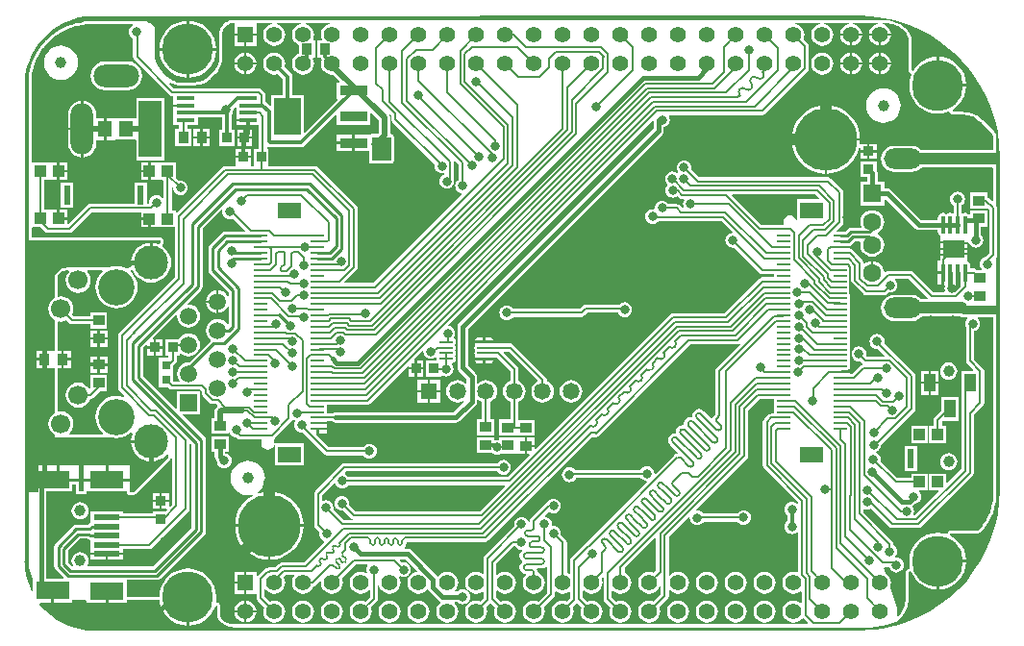
<source format=gtl>
G04 Layer_Physical_Order=1*
G04 Layer_Color=255*
%FSLAX43Y43*%
%MOMM*%
G71*
G01*
G75*
%ADD10C,0.200*%
%ADD11C,0.200*%
%ADD12C,0.254*%
%ADD13R,1.000X1.600*%
%ADD14R,0.900X1.000*%
%ADD15R,3.000X1.500*%
%ADD16R,2.300X0.500*%
%ADD17C,1.000*%
%ADD18R,0.813X0.914*%
%ADD19R,1.000X0.900*%
%ADD20R,1.650X0.300*%
%ADD21R,1.300X1.400*%
%ADD22O,1.200X0.250*%
%ADD23R,0.914X0.813*%
%ADD24R,2.000X1.450*%
%ADD25R,1.200X0.250*%
%ADD26R,2.400X3.300*%
%ADD27R,2.400X0.950*%
%ADD28R,0.600X1.700*%
%ADD29R,1.000X1.000*%
%ADD30R,0.800X0.800*%
%ADD31R,0.400X1.600*%
%ADD32O,0.400X1.600*%
%ADD33R,1.890X1.570*%
%ADD34C,0.300*%
%ADD35C,0.350*%
%ADD36C,0.508*%
%ADD37C,0.400*%
%ADD38C,0.500*%
%ADD39C,0.305*%
%ADD40C,0.800*%
%ADD41C,1.000*%
%ADD42R,1.700X2.100*%
%ADD43C,1.000*%
%ADD44C,4.500*%
%ADD45C,1.600*%
%ADD46R,1.600X1.600*%
%ADD47O,3.340X1.800*%
%ADD48C,5.500*%
%ADD49C,1.480*%
%ADD50R,1.480X1.480*%
%ADD51C,1.700*%
%ADD52C,3.200*%
%ADD53C,3.000*%
%ADD54R,1.500X1.500*%
%ADD55C,1.500*%
%ADD56O,4.000X2.000*%
%ADD57R,2.000X5.000*%
%ADD58O,2.000X4.500*%
%ADD59C,1.420*%
%ADD60R,1.420X1.420*%
%ADD61C,0.800*%
%ADD62C,0.400*%
G36*
X93997Y100305D02*
Y99131D01*
X93939Y99073D01*
X93411D01*
X93313Y99053D01*
X93254Y99038D01*
Y99038D01*
X93254Y99038D01*
X91900D01*
Y98309D01*
Y97580D01*
X93156D01*
Y96718D01*
X93176Y96620D01*
X93231Y96538D01*
X93313Y96483D01*
X93411Y96463D01*
X95111D01*
X95209Y96483D01*
X95291Y96538D01*
X95346Y96620D01*
X95366Y96718D01*
Y98818D01*
X95346Y98916D01*
X95291Y98998D01*
X95209Y99053D01*
X95111Y99073D01*
X95025D01*
Y100518D01*
X94986Y100715D01*
X94944Y100778D01*
X95021Y100841D01*
X95135Y100728D01*
Y100418D01*
X95162Y100282D01*
X95240Y100166D01*
X98963Y96443D01*
X98960Y96436D01*
X98938Y96266D01*
X98960Y96096D01*
X99026Y95938D01*
X99130Y95802D01*
X99266Y95698D01*
X99424Y95633D01*
X99593Y95610D01*
X99752Y95631D01*
X99757Y95630D01*
X99782Y95614D01*
X99838Y95555D01*
X99834Y95544D01*
X99697Y95488D01*
X99562Y95383D01*
X99457Y95248D01*
X99392Y95089D01*
X99370Y94920D01*
X99392Y94750D01*
X99457Y94592D01*
X99562Y94456D01*
X99697Y94352D01*
X99856Y94287D01*
X100025Y94264D01*
X100195Y94287D01*
X100353Y94352D01*
X100489Y94456D01*
X100593Y94592D01*
X100658Y94750D01*
X100681Y94920D01*
X100658Y95089D01*
X100640Y95135D01*
X100650Y95188D01*
Y96640D01*
X100647Y96656D01*
X100739Y96705D01*
X101054Y96390D01*
Y95063D01*
X100947Y94982D01*
X100843Y94846D01*
X100778Y94688D01*
X100755Y94518D01*
X100778Y94348D01*
X100843Y94190D01*
X100947Y94054D01*
X101083Y93950D01*
X101241Y93885D01*
X101321Y93874D01*
X101357Y93769D01*
X93545Y85957D01*
X91041D01*
X91003Y86049D01*
X92063Y87110D01*
X92141Y87226D01*
X92168Y87362D01*
Y92484D01*
X92141Y92620D01*
X92063Y92736D01*
X88798Y96001D01*
X88790Y96040D01*
X88713Y96156D01*
X88597Y96234D01*
X88460Y96261D01*
X88454Y96259D01*
X88377Y96275D01*
X84332D01*
X84324Y96372D01*
X84324Y96372D01*
X84324Y96372D01*
Y97786D01*
X84177D01*
Y97925D01*
X84277Y97978D01*
X84324Y97947D01*
X84480Y97916D01*
X84480Y97916D01*
X87214D01*
X87214Y97916D01*
X87370Y97947D01*
X87502Y98035D01*
X90258Y100790D01*
X90350Y100752D01*
Y99884D01*
X93250D01*
Y100922D01*
X93342Y100960D01*
X93997Y100305D01*
D02*
G37*
G36*
X118211Y100181D02*
Y99567D01*
X101087Y82442D01*
X100987Y82294D01*
X100952Y82118D01*
Y78518D01*
X100987Y78342D01*
X101087Y78194D01*
X101752Y77528D01*
Y77161D01*
X101652Y77135D01*
X101460Y77283D01*
X101219Y77383D01*
X100961Y77417D01*
X100703Y77383D01*
X100462Y77283D01*
X100255Y77124D01*
X100096Y76917D01*
X99996Y76676D01*
X99962Y76418D01*
X99996Y76160D01*
X100096Y75919D01*
X100255Y75712D01*
X100462Y75553D01*
X100703Y75453D01*
X100961Y75419D01*
X101219Y75453D01*
X101460Y75553D01*
X101517Y75473D01*
X100621Y74577D01*
X90211D01*
X90035Y74542D01*
X89935Y74475D01*
X89500D01*
Y75243D01*
X92994D01*
X93131Y75270D01*
X93247Y75348D01*
X96555Y78656D01*
X96647Y78617D01*
Y78535D01*
X97207D01*
Y79146D01*
X97176D01*
X97138Y79239D01*
X97866Y79967D01*
X97926Y79938D01*
X97956Y79915D01*
X97978Y79748D01*
X98043Y79590D01*
X98147Y79454D01*
X98283Y79350D01*
X98441Y79285D01*
X98611Y79262D01*
X98781Y79285D01*
X98939Y79350D01*
X99018Y79411D01*
X99108Y79354D01*
X99093Y79275D01*
X99104Y79220D01*
X99040Y79142D01*
X98226D01*
Y77728D01*
X99539D01*
Y77764D01*
X99639Y77804D01*
X99780Y77746D01*
X99950Y77723D01*
X100120Y77746D01*
X100278Y77811D01*
X100414Y77915D01*
X100518Y78051D01*
X100583Y78209D01*
X100606Y78379D01*
X100583Y78549D01*
X100518Y78707D01*
X100450Y78796D01*
X100489Y78905D01*
X100571Y78922D01*
X100695Y79005D01*
X100778Y79129D01*
X100807Y79275D01*
X100778Y79421D01*
X100709Y79525D01*
X100778Y79629D01*
X100807Y79775D01*
X100778Y79921D01*
X100709Y80025D01*
X100778Y80129D01*
X100807Y80275D01*
X100778Y80421D01*
X100709Y80525D01*
X100778Y80629D01*
X100807Y80775D01*
X100778Y80921D01*
X100695Y81045D01*
X100672Y81061D01*
X100655Y81160D01*
X100679Y81190D01*
X100744Y81348D01*
X100767Y81518D01*
X100744Y81688D01*
X100679Y81846D01*
X100575Y81982D01*
X100439Y82086D01*
X100281Y82151D01*
X100202Y82162D01*
X100166Y82267D01*
X118118Y100219D01*
X118211Y100181D01*
D02*
G37*
G36*
X70207Y57795D02*
X71834D01*
Y58015D01*
X74711Y58018D01*
X74711Y58018D01*
Y58018D01*
X74716D01*
X74728Y58010D01*
X74748Y57802D01*
X74891Y57330D01*
X75124Y56895D01*
X75437Y56514D01*
X75818Y56201D01*
X76253Y55968D01*
X76725Y55825D01*
X77089Y55789D01*
Y58293D01*
X77343D01*
Y55789D01*
X77707Y55825D01*
X78179Y55968D01*
X78614Y56201D01*
X78995Y56514D01*
X79308Y56895D01*
X79541Y57330D01*
X79541Y57330D01*
Y57330D01*
X79690Y57539D01*
X79689Y57539D01*
X79788Y57552D01*
X79802Y57541D01*
X79803Y57541D01*
X79812Y57530D01*
X79814Y57516D01*
X79814Y57515D01*
X79814Y57506D01*
D01*
Y57506D01*
D01*
X79812Y57081D01*
X79811Y56862D01*
Y56862D01*
X79811Y56861D01*
X79811Y56842D01*
X79802D01*
X79816Y56734D01*
Y56734D01*
X79833Y56608D01*
X79833Y56608D01*
X79837Y56575D01*
X79850Y56544D01*
Y56544D01*
X79850Y56544D01*
X79852Y56539D01*
X79889Y56450D01*
X79889Y56450D01*
Y56450D01*
X79889Y56450D01*
X79928Y56357D01*
D01*
X79941Y56326D01*
X79961Y56299D01*
X79961Y56299D01*
X79961Y56299D01*
X79961Y56299D01*
X79961Y56299D01*
X79962Y56298D01*
X79962Y56298D01*
X79962Y56298D01*
D01*
X79963Y56296D01*
X79996Y56253D01*
X80013Y56231D01*
X80013Y56231D01*
X80013Y56231D01*
X80013Y56231D01*
X80060Y56170D01*
X80075Y56151D01*
X80081Y56143D01*
X80085Y56137D01*
X80085Y56137D01*
X80105Y56112D01*
X80105Y56112D01*
X80365Y55899D01*
X80502Y55826D01*
X80640Y55752D01*
X80640Y55752D01*
X80662Y55740D01*
X80686Y55733D01*
X80686Y55733D01*
X80880Y55674D01*
D01*
X80983Y55643D01*
X81318Y55610D01*
X138200Y55618D01*
X138211Y55607D01*
Y55607D01*
X138441Y55630D01*
X138446Y55602D01*
X138386Y55522D01*
X137382Y55390D01*
X136299Y55342D01*
X136144Y55349D01*
Y55349D01*
X136144Y55349D01*
X136139Y55350D01*
X136139Y55350D01*
X69154D01*
X69144Y55352D01*
X69139Y55351D01*
X69135Y55354D01*
Y55354D01*
X69066Y55350D01*
X68989D01*
X68972Y55347D01*
X68300Y55384D01*
X67620Y55500D01*
X66958Y55691D01*
X66320Y55955D01*
X65717Y56288D01*
X65154Y56687D01*
X64640Y57147D01*
X64180Y57661D01*
X64149Y57706D01*
X64194Y57795D01*
X65178D01*
Y58799D01*
X65432D01*
Y57795D01*
X67059D01*
Y58011D01*
X68255Y58012D01*
X68326Y57941D01*
Y57795D01*
X69953D01*
Y58799D01*
X70207D01*
Y57795D01*
D02*
G37*
G36*
X81244Y108867D02*
X81248Y108866D01*
X81257Y108867D01*
X81265Y108865D01*
X81276Y108864D01*
X81309Y108818D01*
X81316Y108808D01*
X81332Y108763D01*
Y107923D01*
X83260D01*
Y108763D01*
X83260Y108787D01*
X83317Y108863D01*
X84621Y108864D01*
X84626Y108768D01*
X84626Y108764D01*
X84585Y108758D01*
X84352Y108662D01*
X84151Y108508D01*
X83997Y108307D01*
X83901Y108074D01*
X83868Y107823D01*
X83901Y107572D01*
X83997Y107339D01*
X84151Y107138D01*
X84352Y106984D01*
X84585Y106888D01*
X84836Y106855D01*
X85087Y106888D01*
X85320Y106984D01*
X85521Y107138D01*
X85675Y107339D01*
X85771Y107572D01*
X85804Y107823D01*
X85771Y108074D01*
X85675Y108307D01*
X85521Y108508D01*
X85320Y108662D01*
X85087Y108758D01*
X85045Y108764D01*
X85050Y108864D01*
X85746Y108864D01*
X87163Y108864D01*
X87169Y108764D01*
X87125Y108758D01*
X86892Y108662D01*
X86691Y108508D01*
X86537Y108307D01*
X86441Y108074D01*
X86408Y107823D01*
X86441Y107572D01*
X86537Y107339D01*
X86691Y107138D01*
X86892Y106984D01*
X87019Y106932D01*
Y106174D01*
X86892Y106122D01*
X86691Y105968D01*
X86537Y105767D01*
X86441Y105534D01*
X86408Y105283D01*
X86441Y105032D01*
X86537Y104799D01*
X86691Y104598D01*
X86892Y104444D01*
X87125Y104348D01*
X87376Y104315D01*
X87627Y104348D01*
X87860Y104444D01*
X88061Y104598D01*
X88215Y104799D01*
X88311Y105032D01*
X88344Y105283D01*
X88311Y105534D01*
X88231Y105728D01*
X88284Y105828D01*
X88419D01*
Y107328D01*
X88318D01*
X88252Y107428D01*
X88311Y107572D01*
X88344Y107823D01*
X88311Y108074D01*
X88215Y108307D01*
X88061Y108508D01*
X87860Y108662D01*
X87627Y108758D01*
X87582Y108764D01*
X87587Y108864D01*
X89708Y108865D01*
X89713Y108765D01*
X89665Y108758D01*
X89432Y108662D01*
X89231Y108508D01*
X89077Y108307D01*
X88981Y108074D01*
X88948Y107823D01*
X88981Y107572D01*
X89040Y107428D01*
X88974Y107328D01*
X88619D01*
Y105828D01*
X88921D01*
X88942Y105724D01*
X89015Y105616D01*
X88981Y105534D01*
X88948Y105283D01*
X88981Y105032D01*
X89077Y104799D01*
X89231Y104598D01*
X89432Y104444D01*
X89665Y104348D01*
X89916Y104315D01*
X89979Y104323D01*
X90575Y103727D01*
X90537Y103634D01*
X90350D01*
Y102184D01*
X90368D01*
X90406Y102092D01*
X87542Y99229D01*
X87450Y99267D01*
Y102509D01*
X86433D01*
Y104119D01*
X86400Y104285D01*
X86306Y104425D01*
X85750Y104982D01*
X85771Y105032D01*
X85804Y105283D01*
X85771Y105534D01*
X85675Y105767D01*
X85521Y105968D01*
X85320Y106122D01*
X85087Y106218D01*
X84836Y106251D01*
X84585Y106218D01*
X84352Y106122D01*
X84151Y105968D01*
X83997Y105767D01*
X83901Y105534D01*
X83868Y105283D01*
X83901Y105032D01*
X83997Y104799D01*
X84151Y104598D01*
X84352Y104444D01*
X84585Y104348D01*
X84836Y104315D01*
X85087Y104348D01*
X85137Y104369D01*
X85567Y103940D01*
Y102509D01*
X84550D01*
Y101577D01*
X84458Y101539D01*
X84114Y101883D01*
X84038Y101934D01*
Y102519D01*
X84011Y102656D01*
X83934Y102771D01*
X83684Y103021D01*
X83569Y103098D01*
X83432Y103125D01*
X75992D01*
X75570Y103547D01*
X75631Y103628D01*
X75820Y103527D01*
X75820Y103527D01*
X75842Y103516D01*
X75866Y103508D01*
X75888Y103496D01*
X76209Y103399D01*
X76234Y103396D01*
X76258Y103389D01*
X76565Y103359D01*
X76584Y103361D01*
X76584Y103361D01*
X76587Y103361D01*
X76591Y103360D01*
X76597Y103360D01*
X76609Y103361D01*
X76627Y103360D01*
X76640Y103362D01*
X76641Y103362D01*
X76643Y103363D01*
X76644Y103363D01*
X77709Y103354D01*
X77722Y103356D01*
X77736Y103355D01*
X78115Y103392D01*
X78139Y103400D01*
X78164Y103402D01*
X78188Y103409D01*
X78188D01*
X78257Y103430D01*
X78257Y103430D01*
X78258Y103431D01*
X78258Y103431D01*
X78258Y103431D01*
X78391Y103471D01*
X78391Y103471D01*
X78452Y103489D01*
X78452Y103489D01*
X78473Y103496D01*
X78473Y103496D01*
X78528Y103512D01*
X78539Y103518D01*
X78551Y103521D01*
X78554Y103523D01*
X78555Y103523D01*
X78558Y103525D01*
X78558Y103525D01*
X78564Y103529D01*
X78574Y103532D01*
X78578Y103534D01*
X78578Y103534D01*
X78578Y103534D01*
X78581Y103535D01*
X78581Y103535D01*
X78581Y103535D01*
X78581Y103535D01*
X78581Y103535D01*
X78581Y103535D01*
X78593Y103542D01*
X78593Y103542D01*
X78672Y103584D01*
X78672Y103584D01*
X78766Y103634D01*
X78766Y103634D01*
X78892Y103701D01*
X78892Y103701D01*
X78892Y103701D01*
X78892Y103702D01*
X78896Y103705D01*
X78899Y103706D01*
X78918Y103717D01*
X78936Y103732D01*
X78938Y103733D01*
X78938Y103733D01*
X78939Y103734D01*
X78939Y103734D01*
X78939Y103734D01*
X78939Y103734D01*
X78940Y103735D01*
X78940Y103735D01*
X78947Y103739D01*
X78949Y103741D01*
X78949Y103741D01*
X78950Y103741D01*
X78950Y103741D01*
X78964Y103750D01*
X78974Y103759D01*
X78979Y103762D01*
X78979Y103762D01*
X78979Y103762D01*
X78980Y103763D01*
X79002Y103780D01*
X79002Y103780D01*
X79108Y103868D01*
X79108Y103868D01*
X79224Y103963D01*
X79228Y103968D01*
X79234Y103971D01*
X79235Y103972D01*
X79240Y103980D01*
X79240Y103980D01*
X79241Y103980D01*
X79241Y103980D01*
X79241Y103980D01*
X79243Y103982D01*
X79244Y103983D01*
X79244Y103983D01*
X79245Y103984D01*
X79248Y103988D01*
X79252Y103991D01*
X79258Y104000D01*
X79260Y104001D01*
X79261Y104003D01*
X79268Y104009D01*
X79274Y104017D01*
X79274Y104017D01*
X79277Y104019D01*
X79278Y104020D01*
X79278Y104020D01*
X79278Y104021D01*
X79284Y104029D01*
X79285Y104030D01*
X79594Y104327D01*
X79603Y104340D01*
X79615Y104349D01*
X79858Y104646D01*
X79858Y104646D01*
X79858Y104646D01*
X79859Y104646D01*
X79860Y104648D01*
X79860Y104648D01*
X79860Y104648D01*
X79871Y104661D01*
X79883Y104683D01*
X79899Y104703D01*
X79901Y104706D01*
X79901Y104706D01*
X79901Y104706D01*
X79902Y104708D01*
X79902Y104708D01*
X79902Y104708D01*
X79911Y104725D01*
X79911Y104725D01*
X79999Y104889D01*
X80077Y105036D01*
X80077Y105037D01*
X80077Y105037D01*
X80077Y105037D01*
X80077Y105037D01*
X80077Y105037D01*
X80079Y105041D01*
X80079Y105041D01*
X80080Y105041D01*
X80081Y105043D01*
X80081Y105043D01*
X80081Y105043D01*
X80089Y105059D01*
X80095Y105078D01*
X80102Y105089D01*
X80103Y105094D01*
X80107Y105101D01*
X80107Y105101D01*
X80107Y105102D01*
X80107Y105102D01*
X80107Y105102D01*
X80107Y105103D01*
X80108Y105105D01*
X80109Y105107D01*
X80109Y105107D01*
X80109Y105107D01*
X80110Y105112D01*
X80110Y105112D01*
X80110Y105112D01*
X80115Y105129D01*
X80115Y105129D01*
X80126Y105163D01*
X80126Y105163D01*
X80126Y105163D01*
X80130Y105176D01*
Y105176D01*
X80134Y105189D01*
Y105189D01*
X80166Y105295D01*
Y105295D01*
X80188Y105369D01*
Y105369D01*
X80218Y105467D01*
X80218Y105471D01*
X80219Y105473D01*
X80225Y105493D01*
X80226Y105502D01*
X80227Y105505D01*
X80227Y105506D01*
X80228Y105523D01*
X80232Y105535D01*
X80232Y105539D01*
X80234Y105549D01*
X80235Y105554D01*
X80235Y105555D01*
X80235Y105564D01*
X80238Y105574D01*
X80246Y105651D01*
Y105651D01*
X80247Y105661D01*
X80247Y105661D01*
X80272Y105916D01*
X80272Y105919D01*
X80273Y105923D01*
X80271Y105932D01*
X80273Y105941D01*
X80272Y105949D01*
X80272Y105950D01*
X80272Y105950D01*
X80270Y105961D01*
X80271Y105978D01*
X80269Y105987D01*
X80269Y105988D01*
X80269Y105994D01*
X80269Y105994D01*
X80269Y105995D01*
X80269Y105996D01*
X80266Y106005D01*
X80261Y106975D01*
X80257Y107978D01*
X80272Y108092D01*
Y108092D01*
X80272Y108092D01*
X80286Y108195D01*
X80286Y108195D01*
X80363Y108382D01*
X80493Y108551D01*
X80716Y108723D01*
X80987Y108835D01*
X81029Y108840D01*
X81029Y108840D01*
X81036Y108841D01*
X81036D01*
X81088Y108848D01*
X81088Y108848D01*
X81240Y108868D01*
X81244Y108867D01*
D02*
G37*
G36*
X135633Y87335D02*
Y86202D01*
X135660Y86065D01*
X135738Y85949D01*
X136681Y85006D01*
X136797Y84928D01*
X136934Y84901D01*
X138541D01*
X138678Y84928D01*
X138793Y85006D01*
X138918Y85130D01*
X139051Y85112D01*
X139221Y85135D01*
X139379Y85200D01*
X139515Y85304D01*
X139619Y85440D01*
X139684Y85598D01*
X139707Y85768D01*
X139684Y85938D01*
X139619Y86096D01*
X139523Y86221D01*
X139543Y86315D01*
X139545Y86321D01*
X140703D01*
X142357Y84667D01*
X142319Y84574D01*
X141789D01*
X141550Y84758D01*
X141270Y84873D01*
X140970Y84913D01*
X139430D01*
X139130Y84873D01*
X138850Y84758D01*
X138610Y84573D01*
X138425Y84333D01*
X138310Y84053D01*
X138270Y83753D01*
X138310Y83453D01*
X138425Y83173D01*
X138610Y82933D01*
X138850Y82748D01*
X139130Y82633D01*
X139430Y82593D01*
X140970D01*
X141270Y82633D01*
X141550Y82748D01*
X141790Y82933D01*
X141889Y83062D01*
X145183D01*
X145198Y83050D01*
X145356Y82985D01*
X145525Y82962D01*
X145877D01*
X145911Y82862D01*
X145857Y82822D01*
X145753Y82686D01*
X145688Y82528D01*
X145665Y82358D01*
X145688Y82188D01*
X145744Y82053D01*
Y79096D01*
X145771Y78959D01*
X145848Y78843D01*
X146384Y78308D01*
X146346Y78215D01*
X145325D01*
Y76952D01*
X145312Y76886D01*
Y69564D01*
X144098Y68350D01*
X144006Y68389D01*
Y69178D01*
X142506D01*
Y67678D01*
X143295D01*
X143333Y67585D01*
X141271Y65523D01*
X141182Y65530D01*
X141126Y65619D01*
X141146Y65667D01*
X141168Y65837D01*
X141146Y66006D01*
X141081Y66165D01*
X141026Y66235D01*
X141045Y66368D01*
X141083Y66394D01*
X141169Y66479D01*
X141317Y66499D01*
X141476Y66564D01*
X141611Y66669D01*
X141716Y66804D01*
X141781Y66963D01*
X141803Y67132D01*
X141781Y67302D01*
X141716Y67460D01*
X141625Y67578D01*
X141654Y67678D01*
X142406D01*
Y69178D01*
X140906D01*
Y68784D01*
X139695D01*
X138204Y70275D01*
X138222Y70409D01*
X138200Y70578D01*
X138134Y70737D01*
X138030Y70872D01*
X137894Y70977D01*
X137838Y71000D01*
Y71108D01*
X137939Y71150D01*
X138075Y71254D01*
X138179Y71390D01*
X138244Y71548D01*
X138266Y71713D01*
X141163Y74610D01*
X141241Y74726D01*
X141268Y74862D01*
Y77774D01*
X141241Y77910D01*
X141163Y78026D01*
X138543Y80646D01*
X138544Y80648D01*
X138567Y80818D01*
X138544Y80988D01*
X138479Y81146D01*
X138375Y81282D01*
X138239Y81386D01*
X138081Y81451D01*
X137911Y81474D01*
X137741Y81451D01*
X137583Y81386D01*
X137447Y81282D01*
X137343Y81146D01*
X137278Y80988D01*
X137255Y80818D01*
X137278Y80648D01*
X137343Y80490D01*
X137447Y80354D01*
X137583Y80250D01*
X137741Y80185D01*
X137911Y80162D01*
X138005Y80175D01*
X138613Y79567D01*
X138574Y79475D01*
X137059D01*
X136949Y79585D01*
X136967Y79718D01*
X136944Y79888D01*
X136879Y80046D01*
X136775Y80182D01*
X136639Y80286D01*
X136481Y80351D01*
X136311Y80374D01*
X136141Y80351D01*
X135983Y80286D01*
X135847Y80182D01*
X135743Y80046D01*
X135678Y79888D01*
X135655Y79718D01*
X135678Y79548D01*
X135743Y79390D01*
X135847Y79254D01*
X135983Y79150D01*
X136141Y79085D01*
X136311Y79062D01*
X136444Y79080D01*
X136659Y78866D01*
X136637Y78760D01*
X136574Y78748D01*
X136459Y78670D01*
X135745Y77957D01*
X135504D01*
Y78000D01*
X134650D01*
Y78200D01*
X135504D01*
Y78479D01*
X135500D01*
Y79225D01*
Y80225D01*
Y81225D01*
Y82225D01*
Y83225D01*
Y84225D01*
Y85225D01*
Y86225D01*
Y87221D01*
X135504D01*
Y87305D01*
X135604Y87356D01*
X135633Y87335D01*
D02*
G37*
G36*
X148165Y71149D02*
X148166Y67579D01*
X148166Y67406D01*
X148160Y67311D01*
X148160Y67311D01*
X148160Y67311D01*
X148127Y66806D01*
X148011Y66224D01*
X147859Y65776D01*
X147859Y65776D01*
X147821Y65663D01*
X147580Y65174D01*
X147558Y65131D01*
X147535Y65095D01*
X147535Y65095D01*
X147509Y65057D01*
X147509Y65057D01*
X147508Y65056D01*
X147508Y65056D01*
X147508Y65056D01*
X147495Y65036D01*
X147246Y64663D01*
X147246Y64663D01*
X147230Y64639D01*
X147230Y64639D01*
X147230Y64639D01*
X147229Y64637D01*
X147229Y64637D01*
X147229Y64637D01*
X147229Y64637D01*
X147171Y64571D01*
X146858Y64214D01*
X146858Y64214D01*
X146803Y64178D01*
X146803Y64178D01*
X146803D01*
X146803Y64178D01*
X146803D01*
X146803Y64178D01*
X146803Y64178D01*
X146774Y64172D01*
X146774D01*
X146774Y64172D01*
X146770Y64173D01*
X145808Y64175D01*
X144407Y64179D01*
X144387Y64175D01*
X144369Y64176D01*
X144353Y64173D01*
X144330Y64165D01*
X144321Y64164D01*
X144320Y64164D01*
X144315Y64161D01*
X144309Y64160D01*
X144309Y64159D01*
X144291Y64156D01*
X144277Y64146D01*
X144260Y64140D01*
X144257Y64139D01*
X144234Y64118D01*
X144208Y64101D01*
X144206Y64099D01*
X144196Y64083D01*
X144184Y64072D01*
X144176Y64055D01*
X144175Y64055D01*
X144173Y64051D01*
X144169Y64047D01*
X144169Y64046D01*
X144165Y64037D01*
X144151Y64017D01*
X144145Y64002D01*
X144145Y64002D01*
X144145Y64002D01*
X144144Y64001D01*
X144141Y63982D01*
X144133Y63965D01*
X144122Y63922D01*
X144117Y63910D01*
X144112Y63900D01*
X144038Y63859D01*
X144016Y63853D01*
X144011Y63851D01*
X143746Y63932D01*
X143256Y63980D01*
X142766Y63932D01*
X142295Y63789D01*
X141860Y63557D01*
X141480Y63244D01*
X141167Y62864D01*
X140935Y62429D01*
X140792Y61958D01*
X140744Y61468D01*
X140792Y60978D01*
X140812Y60912D01*
X140800Y60860D01*
X140795Y60851D01*
X140776Y60824D01*
X140746Y60800D01*
X140741Y60796D01*
X140726Y60794D01*
X140718Y60791D01*
X140714Y60788D01*
X140710Y60787D01*
X140706Y60784D01*
X140689Y60780D01*
X140601Y60736D01*
X140586Y60725D01*
X140569Y60717D01*
X140553Y60701D01*
X140534Y60688D01*
Y60688D01*
X140534Y60688D01*
X140534Y60688D01*
X140529Y60681D01*
X140522Y60675D01*
X140513Y60659D01*
X140500Y60646D01*
X140492Y60625D01*
X140479Y60605D01*
X140479Y60605D01*
X140479Y60605D01*
X140477Y60596D01*
X140473Y60589D01*
X140471Y60571D01*
X140464Y60553D01*
X140464Y60553D01*
X140464Y60530D01*
X140460Y60508D01*
Y60508D01*
X140460Y60508D01*
X140460Y60507D01*
X140462Y59428D01*
X140465Y58359D01*
X140433Y57961D01*
X140366Y57679D01*
X140349Y57612D01*
Y57612D01*
X140349Y57612D01*
X140342Y57582D01*
X140193Y57222D01*
X139999Y56905D01*
X139999Y56905D01*
X139993Y56896D01*
X139993Y56896D01*
X139993Y56896D01*
X139990Y56890D01*
X139990Y56890D01*
X139990Y56890D01*
X139989Y56889D01*
X139989Y56889D01*
X139989Y56889D01*
X139989Y56889D01*
X139986Y56886D01*
X139986Y56886D01*
X139986Y56886D01*
X139782Y56647D01*
X139782Y56647D01*
X139748Y56607D01*
X139746Y56605D01*
X139666Y56650D01*
X139657Y56662D01*
X139700Y56845D01*
X139649Y57277D01*
X139043Y59148D01*
X139111Y59312D01*
X139144Y59563D01*
X139111Y59814D01*
X139015Y60047D01*
X138861Y60248D01*
X138660Y60402D01*
X138634Y60412D01*
X138482Y60880D01*
X138541Y60961D01*
X138976D01*
X138978Y60948D01*
X139043Y60790D01*
X139147Y60654D01*
X139283Y60550D01*
X139441Y60485D01*
X139611Y60462D01*
X139781Y60485D01*
X139939Y60550D01*
X140075Y60654D01*
X140179Y60790D01*
X140244Y60948D01*
X140267Y61118D01*
X140244Y61288D01*
X140179Y61446D01*
X140075Y61582D01*
X139939Y61686D01*
X139781Y61751D01*
X139611Y61774D01*
X139518Y61761D01*
X139478Y61847D01*
X139476Y61857D01*
X139579Y61990D01*
X139644Y62148D01*
X139667Y62318D01*
X139644Y62488D01*
X139579Y62646D01*
X139475Y62782D01*
X139368Y62863D01*
Y62952D01*
X139341Y63089D01*
X139263Y63205D01*
X136690Y65778D01*
Y65980D01*
X136790Y66047D01*
X136863Y66016D01*
X137033Y65994D01*
X137203Y66016D01*
X137361Y66082D01*
X137367Y66087D01*
X138969Y64484D01*
X139085Y64407D01*
X139222Y64380D01*
X141555D01*
X141692Y64407D01*
X141807Y64484D01*
X146321Y68999D01*
X146399Y69114D01*
X146426Y69251D01*
Y74344D01*
X147242Y75160D01*
X147319Y75276D01*
X147347Y75413D01*
Y78207D01*
X147319Y78343D01*
X147242Y78459D01*
X146458Y79243D01*
Y81720D01*
X146491Y81725D01*
X146649Y81790D01*
X146785Y81894D01*
X146889Y82030D01*
X146954Y82188D01*
X146977Y82358D01*
X146954Y82528D01*
X146889Y82686D01*
X146785Y82822D01*
X146731Y82862D01*
X146765Y82962D01*
X148161D01*
X148165Y71149D01*
D02*
G37*
G36*
X77568Y71717D02*
Y64421D01*
X74161Y61014D01*
X68417D01*
X68372Y61104D01*
X68385Y61121D01*
X68461Y61303D01*
X68487Y61499D01*
X68461Y61695D01*
X68385Y61877D01*
X68265Y62034D01*
X68108Y62154D01*
X67926Y62230D01*
X67730Y62255D01*
X67534Y62230D01*
X67352Y62154D01*
X67195Y62034D01*
X67075Y61877D01*
X67000Y61695D01*
X66974Y61499D01*
X67000Y61303D01*
X67075Y61121D01*
X67084Y61109D01*
X67009Y61043D01*
X66678Y61373D01*
Y62401D01*
X67723Y63446D01*
X68345D01*
X68363Y63427D01*
X68363Y63427D01*
X68488Y63344D01*
X68635Y63315D01*
X68680Y63234D01*
Y62603D01*
X68676D01*
Y62199D01*
X71484D01*
Y62542D01*
X73831D01*
X73968Y62569D01*
X74084Y62647D01*
X77263Y65826D01*
X77341Y65942D01*
X77368Y66079D01*
Y71787D01*
X77460Y71825D01*
X77568Y71717D01*
D02*
G37*
G36*
X132841Y93417D02*
X132803Y93325D01*
X130900D01*
Y91478D01*
X130800Y91468D01*
X130780Y91569D01*
X130656Y91756D01*
X130469Y91880D01*
X130250Y91924D01*
X130031Y91880D01*
X129844Y91756D01*
X129720Y91569D01*
X129676Y91350D01*
X129711Y91175D01*
X129646Y91075D01*
X127743D01*
X125149Y93669D01*
X125187Y93761D01*
X132497D01*
X132841Y93417D01*
D02*
G37*
G36*
X73084Y91718D02*
X73838D01*
Y91618D01*
X73938D01*
Y90864D01*
X74592D01*
Y90864D01*
X74688Y90868D01*
Y90868D01*
X76054D01*
Y86466D01*
X71920Y82331D01*
X71184Y81595D01*
X71106Y81480D01*
X71079Y81343D01*
Y76727D01*
X71106Y76591D01*
X71184Y76475D01*
X71648Y76010D01*
X71642Y75962D01*
X71558Y75908D01*
X71299Y75986D01*
X70936Y76022D01*
X70573Y75986D01*
X70225Y75880D01*
X69903Y75709D01*
X69622Y75477D01*
X69390Y75196D01*
X69219Y74874D01*
X69113Y74526D01*
X69077Y74163D01*
X69113Y73800D01*
X69219Y73452D01*
X69390Y73130D01*
X69622Y72849D01*
X69772Y72725D01*
X69739Y72631D01*
X68655Y72619D01*
X66782D01*
X66750Y72714D01*
X66821Y72768D01*
X66997Y72998D01*
X67108Y73266D01*
X67145Y73553D01*
X67108Y73840D01*
X66997Y74108D01*
X66821Y74338D01*
X66591Y74514D01*
X66323Y74625D01*
X66036Y74662D01*
X65839Y74637D01*
X65829Y74645D01*
X65764Y74728D01*
X65766Y76418D01*
X65766Y76418D01*
X65766Y76418D01*
Y78494D01*
X66105D01*
Y79248D01*
Y80002D01*
X65766D01*
Y81318D01*
X65770Y82488D01*
X65836Y82570D01*
X65845Y82579D01*
X66036Y82554D01*
X66323Y82591D01*
X66521Y82673D01*
X66754Y82441D01*
X66869Y82363D01*
X67006Y82336D01*
X68617D01*
Y81964D01*
X70117D01*
Y83364D01*
X68617D01*
Y83050D01*
X67154D01*
X67026Y83178D01*
X67108Y83376D01*
X67145Y83663D01*
X67108Y83950D01*
X66997Y84218D01*
X66821Y84448D01*
X66591Y84624D01*
X66323Y84735D01*
X66036Y84772D01*
X65853Y84748D01*
X65843Y84757D01*
X65778Y84839D01*
X65785Y86643D01*
X66190Y87048D01*
X66697Y87051D01*
X66744Y86951D01*
X66595Y86758D01*
X66484Y86490D01*
X66447Y86203D01*
X66484Y85916D01*
X66595Y85648D01*
X66771Y85418D01*
X67001Y85242D01*
X67269Y85131D01*
X67556Y85094D01*
X67843Y85131D01*
X68111Y85242D01*
X68341Y85418D01*
X68517Y85648D01*
X68628Y85916D01*
X68665Y86203D01*
X68628Y86490D01*
X68517Y86758D01*
X68362Y86960D01*
X68393Y87046D01*
X68405Y87060D01*
X69667Y87067D01*
X69701Y86973D01*
X69622Y86907D01*
X69390Y86626D01*
X69219Y86304D01*
X69113Y85956D01*
X69077Y85593D01*
X69113Y85230D01*
X69219Y84882D01*
X69390Y84560D01*
X69622Y84279D01*
X69903Y84047D01*
X70225Y83876D01*
X70573Y83770D01*
X70936Y83734D01*
X71299Y83770D01*
X71647Y83876D01*
X71969Y84047D01*
X72250Y84279D01*
X72482Y84560D01*
X72653Y84882D01*
X72759Y85230D01*
X72795Y85593D01*
X72759Y85956D01*
X72653Y86304D01*
X72482Y86626D01*
X72250Y86907D01*
X72178Y86967D01*
X72177Y86970D01*
X72161Y87026D01*
X72161Y87068D01*
X72178Y87096D01*
X72185Y87101D01*
X72185Y87103D01*
X72202Y87112D01*
X72205Y87114D01*
X72242Y87130D01*
X72269Y87130D01*
X72343Y87099D01*
X72361Y87080D01*
X72524Y86776D01*
X72743Y86510D01*
X73009Y86291D01*
X73313Y86128D01*
X73643Y86028D01*
X73986Y85995D01*
X74329Y86028D01*
X74659Y86128D01*
X74963Y86291D01*
X75229Y86510D01*
X75448Y86776D01*
X75611Y87080D01*
X75711Y87410D01*
X75744Y87753D01*
X75711Y88096D01*
X75611Y88426D01*
X75448Y88730D01*
X75229Y88996D01*
X75003Y89182D01*
X74998Y89187D01*
X74971Y89224D01*
X74968Y89298D01*
X74969Y89303D01*
X74977Y89321D01*
X74982Y89326D01*
X74999Y89352D01*
X75020Y89375D01*
X75027Y89393D01*
X75037Y89409D01*
X75043Y89440D01*
X75054Y89469D01*
X75055Y89477D01*
X75054Y89494D01*
X75057Y89507D01*
X75057Y89507D01*
X75058Y89514D01*
Y89671D01*
X75053Y89696D01*
X75053Y89721D01*
X75048Y89744D01*
X75039Y89768D01*
X75038Y89769D01*
X75038Y89770D01*
X75036Y89774D01*
X75035Y89783D01*
X75030Y89791D01*
X75029Y89800D01*
X75020Y89813D01*
X75010Y89836D01*
X75005Y89844D01*
X75005Y89844D01*
X74998Y89855D01*
X74989Y89864D01*
X74986Y89869D01*
X74978Y89875D01*
X74973Y89883D01*
X74973Y89883D01*
X74969Y89886D01*
X74961Y89897D01*
X74950Y89905D01*
X74938Y89918D01*
X74933Y89922D01*
X74930Y89923D01*
X74928Y89925D01*
X74910Y89933D01*
X74905Y89935D01*
X74879Y89952D01*
X74860Y89956D01*
X74843Y89964D01*
X74815Y89965D01*
X74812Y89967D01*
X74806Y89968D01*
X74800D01*
X74781Y89972D01*
X74762D01*
X74756Y89973D01*
X63458D01*
X63458Y90067D01*
X63458Y90785D01*
X63499Y90842D01*
X63558Y90884D01*
X64254D01*
X64636Y90502D01*
X64752Y90425D01*
X64888Y90397D01*
X66802D01*
X66939Y90425D01*
X67054Y90502D01*
X68763Y92211D01*
X73084D01*
Y91718D01*
D02*
G37*
G36*
X90213Y68264D02*
X90243Y68190D01*
X90347Y68054D01*
X90483Y67950D01*
X90641Y67885D01*
X90811Y67862D01*
X90981Y67885D01*
X91139Y67950D01*
X91275Y68054D01*
X91356Y68161D01*
X105100D01*
X105139Y68069D01*
X102945Y65875D01*
X93650D01*
X93650Y65875D01*
X91957D01*
X91418Y66415D01*
X91435Y66548D01*
X91413Y66718D01*
X91347Y66876D01*
X91243Y67012D01*
X91107Y67116D01*
X90949Y67181D01*
X90780Y67204D01*
X90610Y67181D01*
X90452Y67116D01*
X90316Y67012D01*
X90212Y66876D01*
X90146Y66718D01*
X90124Y66548D01*
X90146Y66378D01*
X90212Y66220D01*
X90316Y66084D01*
X90452Y65980D01*
X90610Y65915D01*
X90780Y65892D01*
X90913Y65910D01*
X91557Y65266D01*
X91673Y65188D01*
X91741Y65175D01*
X91731Y65075D01*
X90979D01*
X90021Y66034D01*
X90038Y66167D01*
X90016Y66337D01*
X89950Y66495D01*
X89846Y66631D01*
X89710Y66735D01*
X89552Y66800D01*
X89383Y66823D01*
X89213Y66800D01*
X89139Y66770D01*
X89039Y66837D01*
Y67232D01*
X90095Y68287D01*
X90213Y68264D01*
D02*
G37*
G36*
X75854Y70481D02*
Y66466D01*
X75634Y66245D01*
X75541Y66284D01*
Y66660D01*
X74930D01*
Y66100D01*
X75358D01*
X75396Y66008D01*
X75230Y65842D01*
X74123D01*
Y65656D01*
X71480D01*
Y65799D01*
X68680D01*
Y64866D01*
X68619Y64854D01*
X68494Y64771D01*
X68494Y64771D01*
X68392Y64669D01*
X67376D01*
X67376Y64669D01*
X67229Y64639D01*
X67104Y64556D01*
X67104Y64556D01*
X65568Y63020D01*
X65485Y62895D01*
X65456Y62748D01*
X65456Y62748D01*
Y61026D01*
X65456Y61026D01*
X65485Y60879D01*
X65568Y60754D01*
X66306Y60016D01*
X66268Y59924D01*
X64740D01*
Y67599D01*
X67055D01*
Y68217D01*
X67329D01*
Y67579D01*
X67349Y67481D01*
X67404Y67399D01*
X67487Y67343D01*
X67584Y67324D01*
X68076D01*
X68174Y67343D01*
X68256Y67399D01*
X68312Y67481D01*
X68331Y67579D01*
X68351Y67599D01*
X71830D01*
X71855Y67509D01*
X71859Y67489D01*
X71859Y67469D01*
X71869Y67445D01*
X71874Y67420D01*
X71876Y67417D01*
X71877Y67413D01*
X71889Y67396D01*
X71897Y67377D01*
X71915Y67359D01*
X71929Y67338D01*
X71933Y67336D01*
X71935Y67332D01*
X71953Y67321D01*
X71968Y67306D01*
X71991Y67297D01*
X72012Y67283D01*
X72016Y67282D01*
X72019Y67280D01*
X72040Y67276D01*
X72059Y67268D01*
X72059Y67268D01*
X72084Y67268D01*
X72085Y67268D01*
X72085D01*
X72109Y67263D01*
X72134D01*
X72134Y67263D01*
X72361D01*
X72361Y67263D01*
X72386Y67263D01*
X72411Y67268D01*
X72436Y67268D01*
X72459Y67278D01*
X72465Y67278D01*
X72468Y67279D01*
X72483Y67283D01*
X72485Y67283D01*
X72485Y67283D01*
X72499Y67289D01*
X72499Y67289D01*
X72525Y67300D01*
X72525Y67300D01*
X72526Y67300D01*
X72547Y67314D01*
X72570Y67324D01*
X72571Y67325D01*
X72572Y67325D01*
X72572Y67325D01*
X72589Y67342D01*
X72609Y67356D01*
X72627Y67373D01*
X72627Y67373D01*
X72627Y67373D01*
X75656Y70402D01*
X75656Y70402D01*
X75674Y70420D01*
X75686Y70439D01*
X75702Y70454D01*
X75702Y70454D01*
X75703Y70457D01*
X75705Y70459D01*
X75706Y70460D01*
X75707Y70462D01*
X75708Y70464D01*
X75708Y70464D01*
X75711Y70470D01*
X75717Y70479D01*
X75719Y70484D01*
X75722Y70487D01*
X75754Y70521D01*
X75854Y70481D01*
D02*
G37*
G36*
X138003Y108773D02*
X137924Y108762D01*
X137690Y108665D01*
X137488Y108511D01*
X137334Y108309D01*
X137237Y108075D01*
X137217Y107923D01*
X139135D01*
X139115Y108075D01*
X139018Y108309D01*
X138864Y108511D01*
X138662Y108665D01*
X138450Y108753D01*
X138434Y108821D01*
X138438Y108862D01*
X138453Y108871D01*
X138880Y108837D01*
X138880Y108837D01*
X138880D01*
X139177Y108766D01*
X139177D01*
X139312Y108733D01*
X139705Y108571D01*
X139705Y108571D01*
X139714Y108567D01*
X139714Y108567D01*
X139714Y108567D01*
X139721Y108564D01*
X139721Y108564D01*
X139721Y108564D01*
X140097Y108333D01*
X140098Y108333D01*
X140098Y108333D01*
X140100Y108332D01*
X140100Y108332D01*
X140100Y108332D01*
X140429Y108050D01*
X140559Y107882D01*
X140636Y107695D01*
X140636Y107695D01*
X140654Y107562D01*
X140654Y107562D01*
Y107562D01*
X140660Y107513D01*
X140656Y107494D01*
X140656Y107476D01*
X140656Y107476D01*
X140656Y107474D01*
X140653Y106191D01*
X140650Y104725D01*
X140654Y104706D01*
X140653Y104687D01*
X140653Y104687D01*
X140653Y104686D01*
X140653Y104686D01*
X140655Y104671D01*
X140663Y104648D01*
X140665Y104638D01*
X140665Y104638D01*
X140668Y104633D01*
X140669Y104627D01*
X140669Y104627D01*
X140673Y104609D01*
X140682Y104595D01*
X140689Y104577D01*
X140690Y104575D01*
X140711Y104552D01*
X140728Y104526D01*
X140730Y104524D01*
X140745Y104514D01*
X140757Y104501D01*
X140773Y104493D01*
X140773Y104493D01*
X140777Y104491D01*
X140780Y104488D01*
X140780Y104488D01*
X140782Y104487D01*
X140783Y104486D01*
X140783Y104486D01*
X140792Y104482D01*
X140813Y104469D01*
X140827Y104463D01*
X140829Y104462D01*
X140831Y104461D01*
X140831Y104461D01*
X140838Y104459D01*
X140845Y104456D01*
X140845Y104456D01*
X140854Y104454D01*
X140863Y104450D01*
X140883Y104445D01*
X140887Y104443D01*
X140916Y104401D01*
X140926Y104377D01*
X140930Y104366D01*
X140932Y104341D01*
X140929Y104320D01*
X140792Y103868D01*
X140744Y103378D01*
X140792Y102888D01*
X140935Y102417D01*
X141167Y101982D01*
X141480Y101602D01*
X141860Y101289D01*
X142295Y101057D01*
X142766Y100914D01*
X143256Y100866D01*
X143746Y100914D01*
X144194Y101050D01*
X144239Y101050D01*
X144264Y101041D01*
X144287Y101030D01*
X144318Y101008D01*
X144321Y101004D01*
X144322Y100997D01*
X144326Y100989D01*
X144328Y100980D01*
X144330Y100976D01*
X144331Y100972D01*
X144333Y100968D01*
X144341Y100958D01*
X144344Y100948D01*
X144350Y100942D01*
X144354Y100932D01*
X144390Y100880D01*
X144407Y100864D01*
X144419Y100845D01*
X144420Y100845D01*
X144420Y100844D01*
X144443Y100829D01*
X144462Y100811D01*
X144483Y100803D01*
X144502Y100790D01*
X144503Y100790D01*
X144503Y100789D01*
X144530Y100784D01*
X144555Y100775D01*
X144577Y100775D01*
X144600Y100771D01*
X144600Y100771D01*
X144601Y100771D01*
X145447Y100775D01*
X145899Y100731D01*
X145899Y100731D01*
X145899Y100731D01*
X145907Y100730D01*
X145907Y100730D01*
X145956Y100715D01*
X145956Y100715D01*
X146338Y100599D01*
X146735Y100387D01*
X146896Y100255D01*
X146934Y100223D01*
X146934Y100223D01*
X147050Y100129D01*
X147050Y100129D01*
X147058Y100122D01*
X147066Y100110D01*
X147083Y100092D01*
X147083Y100092D01*
X147084Y100092D01*
X147090Y100083D01*
X147090Y100083D01*
X147090Y100083D01*
X147098Y100071D01*
X147108Y100061D01*
X147109Y100061D01*
X147109Y100060D01*
X147752Y99426D01*
X147926Y99255D01*
X148048Y99096D01*
X148048Y99096D01*
X148048Y99096D01*
X148059Y99082D01*
X148136Y98895D01*
X148136Y98895D01*
X148152Y98774D01*
X148152Y98774D01*
Y98774D01*
X148159Y98721D01*
X148159Y98721D01*
Y98721D01*
X148165Y98677D01*
Y98677D01*
X148165Y98677D01*
X148165Y98677D01*
X148163Y97683D01*
X148163Y97683D01*
X148163Y97675D01*
X148161Y97666D01*
X148161Y97649D01*
X148161Y97649D01*
X141839D01*
X141790Y97713D01*
X141550Y97898D01*
X141270Y98013D01*
X140970Y98053D01*
X139430D01*
X139130Y98013D01*
X138850Y97898D01*
X138610Y97713D01*
X138425Y97473D01*
X138310Y97193D01*
X138270Y96893D01*
X138310Y96593D01*
X138425Y96313D01*
X138610Y96073D01*
X138850Y95888D01*
X139130Y95773D01*
X139430Y95733D01*
X140970D01*
X141270Y95773D01*
X141550Y95888D01*
X141790Y96073D01*
X141839Y96137D01*
X148090D01*
X148160Y96038D01*
X148157Y94577D01*
X148158Y94577D01*
X148157Y94576D01*
X148158Y93710D01*
X148158Y93710D01*
X148158Y93710D01*
X148158Y93196D01*
X148130Y93174D01*
X148066Y93147D01*
X147735Y93477D01*
X147650Y93534D01*
Y93925D01*
X146150D01*
Y92525D01*
X147650D01*
X147650Y92525D01*
Y92525D01*
X147728Y92475D01*
X147768Y92435D01*
Y88560D01*
X147487Y88279D01*
X147431Y88271D01*
X147273Y88206D01*
X147137Y88102D01*
X147033Y87966D01*
X146968Y87808D01*
X146945Y87638D01*
X146968Y87468D01*
X147033Y87310D01*
X147118Y87200D01*
X147082Y87100D01*
X146730D01*
X146702Y87127D01*
X146587Y87205D01*
X146450Y87232D01*
X146109D01*
Y87475D01*
X146074Y87651D01*
X145974Y87799D01*
X145902Y87848D01*
X145874Y87936D01*
X145874Y87978D01*
Y88875D01*
X143476D01*
Y87936D01*
X143379Y87929D01*
X143246D01*
Y86975D01*
X143700D01*
Y86875D01*
X143800D01*
Y85821D01*
X143850D01*
X143892Y85721D01*
X143878Y85688D01*
X143855Y85518D01*
X143878Y85348D01*
X143908Y85275D01*
X143841Y85175D01*
X142859D01*
X141103Y86930D01*
X140988Y87008D01*
X140851Y87035D01*
X138901D01*
X138764Y87008D01*
X138648Y86930D01*
X138632Y86914D01*
X138537Y86946D01*
X138517Y87098D01*
X138411Y87355D01*
X138242Y87575D01*
X138022Y87744D01*
X137765Y87850D01*
X137590Y87873D01*
Y86823D01*
X137390D01*
Y87873D01*
X137215Y87850D01*
X136958Y87744D01*
X136837Y87650D01*
X136747Y87694D01*
Y87705D01*
X136720Y87841D01*
X136642Y87957D01*
X135747Y88852D01*
X135631Y88930D01*
X135504Y88955D01*
Y89000D01*
X134650D01*
Y89200D01*
X135504D01*
Y89240D01*
X135529Y89245D01*
X135654Y89328D01*
X135962Y89636D01*
X136383D01*
X136459Y89536D01*
X136431Y89323D01*
X136467Y89049D01*
X136573Y88793D01*
X136741Y88574D01*
X136960Y88406D01*
X137216Y88300D01*
X137490Y88264D01*
X137764Y88300D01*
X138020Y88406D01*
X138239Y88574D01*
X138407Y88793D01*
X138513Y89049D01*
X138549Y89323D01*
X138513Y89597D01*
X138407Y89853D01*
X138239Y90072D01*
X138020Y90240D01*
X137940Y90273D01*
Y90373D01*
X138020Y90406D01*
X138239Y90574D01*
X138407Y90793D01*
X138513Y91049D01*
X138549Y91323D01*
X138513Y91597D01*
X138407Y91853D01*
X138239Y92072D01*
X138020Y92240D01*
X137764Y92346D01*
X137490Y92382D01*
X137216Y92346D01*
X136960Y92240D01*
X136741Y92072D01*
X136573Y91853D01*
X136467Y91597D01*
X136431Y91323D01*
X136467Y91049D01*
X136511Y90942D01*
X136456Y90859D01*
X135615D01*
X135615Y90859D01*
X135468Y90830D01*
X135343Y90747D01*
X135343Y90747D01*
X135081Y90484D01*
X134650D01*
X134603Y90475D01*
X134403D01*
X134365Y90567D01*
X134863Y91066D01*
X134941Y91181D01*
X134968Y91318D01*
Y93918D01*
X134941Y94055D01*
X134863Y94170D01*
X133863Y95170D01*
X133748Y95248D01*
X133611Y95275D01*
X122259D01*
X121549Y95985D01*
X121567Y96118D01*
X121544Y96288D01*
X121479Y96446D01*
X121375Y96582D01*
X121239Y96686D01*
X121081Y96751D01*
X120911Y96774D01*
X120741Y96751D01*
X120583Y96686D01*
X120447Y96582D01*
X120343Y96446D01*
X120278Y96288D01*
X120255Y96118D01*
X120278Y95948D01*
X120343Y95790D01*
X120394Y95725D01*
X120373Y95649D01*
X120300Y95631D01*
X120229Y95686D01*
X120071Y95751D01*
X119901Y95774D01*
X119731Y95751D01*
X119573Y95686D01*
X119437Y95582D01*
X119333Y95446D01*
X119268Y95288D01*
X119245Y95118D01*
X119268Y94948D01*
X119333Y94790D01*
X119437Y94654D01*
X119418Y94543D01*
X119343Y94446D01*
X119278Y94288D01*
X119255Y94118D01*
X119278Y93948D01*
X119343Y93790D01*
X119447Y93654D01*
X119583Y93550D01*
X119741Y93485D01*
X119911Y93462D01*
X120081Y93485D01*
X120239Y93550D01*
X120335Y93624D01*
X120493Y93466D01*
X120609Y93388D01*
X120745Y93361D01*
X120900D01*
X120944Y93271D01*
X120920Y93241D01*
X120855Y93083D01*
X120833Y92913D01*
X120855Y92744D01*
X120878Y92688D01*
X120818Y92586D01*
X120755Y92579D01*
X120524Y92810D01*
X120408Y92887D01*
X120271Y92914D01*
X119519D01*
X119437Y93021D01*
X119301Y93125D01*
X119143Y93191D01*
X118974Y93213D01*
X118804Y93191D01*
X118646Y93125D01*
X118510Y93021D01*
X118406Y92885D01*
X118340Y92727D01*
X118318Y92558D01*
X118319Y92553D01*
X118229Y92464D01*
X118135Y92477D01*
X117966Y92454D01*
X117808Y92389D01*
X117672Y92285D01*
X117568Y92149D01*
X117502Y91991D01*
X117480Y91821D01*
X117502Y91651D01*
X117568Y91493D01*
X117672Y91357D01*
X117808Y91253D01*
X117966Y91188D01*
X118135Y91165D01*
X118305Y91188D01*
X118463Y91253D01*
X118599Y91357D01*
X118642Y91413D01*
X124211D01*
X125157Y90467D01*
X125121Y90362D01*
X125041Y90351D01*
X124883Y90286D01*
X124747Y90182D01*
X124643Y90046D01*
X124578Y89888D01*
X124555Y89718D01*
X124578Y89548D01*
X124643Y89390D01*
X124747Y89254D01*
X124883Y89150D01*
X125041Y89085D01*
X125211Y89062D01*
X125344Y89080D01*
X127577Y86848D01*
X127692Y86770D01*
X127829Y86743D01*
X128800D01*
Y86457D01*
X127793D01*
X127656Y86430D01*
X127541Y86352D01*
X124463Y83275D01*
X119927D01*
X119790Y83248D01*
X119675Y83170D01*
X107831Y71327D01*
X107739Y71365D01*
Y71515D01*
X107085D01*
Y70911D01*
X107285D01*
X107323Y70819D01*
X105379Y68875D01*
X91356D01*
X91275Y68982D01*
X91139Y69086D01*
X91065Y69116D01*
X91042Y69234D01*
X91169Y69361D01*
X104466D01*
X104547Y69254D01*
X104683Y69150D01*
X104841Y69085D01*
X105011Y69062D01*
X105181Y69085D01*
X105339Y69150D01*
X105475Y69254D01*
X105579Y69390D01*
X105644Y69548D01*
X105667Y69718D01*
X105644Y69888D01*
X105579Y70046D01*
X105475Y70182D01*
X105339Y70286D01*
X105181Y70351D01*
X105011Y70374D01*
X104841Y70351D01*
X104683Y70286D01*
X104547Y70182D01*
X104466Y70075D01*
X91021D01*
X90884Y70048D01*
X90769Y69970D01*
X88430Y67632D01*
X88353Y67516D01*
X88326Y67380D01*
Y64632D01*
X88353Y64495D01*
X88430Y64379D01*
X88821Y63989D01*
X88803Y63856D01*
X88826Y63686D01*
X88891Y63528D01*
X88995Y63392D01*
X89131Y63288D01*
X89205Y63257D01*
X89228Y63139D01*
X87419Y61330D01*
X85466D01*
X85329Y61303D01*
X85214Y61225D01*
X84918Y60930D01*
X84418D01*
X84281Y60903D01*
X84239Y60875D01*
X84211D01*
X84074Y60848D01*
X83959Y60770D01*
X83360Y60172D01*
X83354Y60172D01*
X83260Y60203D01*
Y60527D01*
X82396D01*
Y59563D01*
Y58599D01*
X83254D01*
Y58248D01*
X83281Y58111D01*
X83359Y57996D01*
X83953Y57401D01*
X83901Y57274D01*
X83868Y57023D01*
X83901Y56772D01*
X83997Y56539D01*
X84151Y56338D01*
X84352Y56184D01*
X84585Y56088D01*
X84836Y56055D01*
X85087Y56088D01*
X85320Y56184D01*
X85521Y56338D01*
X85675Y56539D01*
X85771Y56772D01*
X85804Y57023D01*
X85771Y57274D01*
X85675Y57507D01*
X85521Y57708D01*
X85320Y57862D01*
X85087Y57958D01*
X84836Y57991D01*
X84585Y57958D01*
X84458Y57906D01*
X83968Y58396D01*
Y58953D01*
X84068Y58987D01*
X84151Y58878D01*
X84352Y58724D01*
X84585Y58628D01*
X84836Y58595D01*
X85087Y58628D01*
X85320Y58724D01*
X85521Y58878D01*
X85675Y59079D01*
X85771Y59312D01*
X85804Y59563D01*
X85771Y59814D01*
X85675Y60047D01*
X85662Y60064D01*
X85814Y60216D01*
X86554D01*
X86598Y60126D01*
X86537Y60047D01*
X86441Y59814D01*
X86408Y59563D01*
X86441Y59312D01*
X86537Y59079D01*
X86691Y58878D01*
X86892Y58724D01*
X87125Y58628D01*
X87376Y58595D01*
X87627Y58628D01*
X87860Y58724D01*
X88061Y58878D01*
X88215Y59079D01*
X88274Y59223D01*
X88325Y59233D01*
X88441Y59311D01*
X88870Y59740D01*
X88965Y59693D01*
X88948Y59563D01*
X88981Y59312D01*
X89077Y59079D01*
X89231Y58878D01*
X89432Y58724D01*
X89665Y58628D01*
X89916Y58595D01*
X90167Y58628D01*
X90400Y58724D01*
X90601Y58878D01*
X90755Y59079D01*
X90851Y59312D01*
X90884Y59563D01*
X90851Y59814D01*
X90799Y59941D01*
X92019Y61161D01*
X93019D01*
X93063Y61071D01*
X93043Y61046D01*
X92978Y60888D01*
X92955Y60718D01*
X92978Y60548D01*
X93008Y60476D01*
X92963Y60426D01*
X92928Y60406D01*
X92707Y60498D01*
X92456Y60531D01*
X92205Y60498D01*
X91972Y60402D01*
X91771Y60248D01*
X91617Y60047D01*
X91521Y59814D01*
X91488Y59563D01*
X91521Y59312D01*
X91617Y59079D01*
X91771Y58878D01*
X91972Y58724D01*
X92205Y58628D01*
X92456Y58595D01*
X92707Y58628D01*
X92940Y58724D01*
X93141Y58878D01*
X93159Y58903D01*
X93254Y58871D01*
Y58326D01*
X92834Y57906D01*
X92707Y57958D01*
X92456Y57991D01*
X92205Y57958D01*
X91972Y57862D01*
X91771Y57708D01*
X91617Y57507D01*
X91521Y57274D01*
X91488Y57023D01*
X91521Y56772D01*
X91617Y56539D01*
X91771Y56338D01*
X91972Y56184D01*
X92205Y56088D01*
X92456Y56055D01*
X92707Y56088D01*
X92940Y56184D01*
X93141Y56338D01*
X93295Y56539D01*
X93391Y56772D01*
X93424Y57023D01*
X93391Y57274D01*
X93339Y57401D01*
X93863Y57926D01*
X93941Y58041D01*
X93968Y58178D01*
Y59288D01*
X94061Y59312D01*
X94157Y59079D01*
X94311Y58878D01*
X94512Y58724D01*
X94745Y58628D01*
X94996Y58595D01*
X95247Y58628D01*
X95480Y58724D01*
X95681Y58878D01*
X95835Y59079D01*
X95931Y59312D01*
X95964Y59563D01*
X95931Y59814D01*
X95835Y60047D01*
X95808Y60082D01*
X95879Y60153D01*
X95883Y60150D01*
X96041Y60085D01*
X96211Y60062D01*
X96381Y60085D01*
X96539Y60150D01*
X96675Y60254D01*
X96779Y60390D01*
X96844Y60548D01*
X96867Y60718D01*
X96844Y60888D01*
X96779Y61046D01*
X96675Y61182D01*
X96539Y61286D01*
X96381Y61351D01*
X96211Y61374D01*
X96078Y61356D01*
X95882Y61552D01*
X95920Y61644D01*
X96381D01*
X97419Y60606D01*
X97386Y60512D01*
X97285Y60498D01*
X97052Y60402D01*
X96851Y60248D01*
X96697Y60047D01*
X96601Y59814D01*
X96568Y59563D01*
X96601Y59312D01*
X96697Y59079D01*
X96851Y58878D01*
X97052Y58724D01*
X97285Y58628D01*
X97536Y58595D01*
X97787Y58628D01*
X98020Y58724D01*
X98221Y58878D01*
X98289Y58968D01*
X98380Y58946D01*
X98391Y58936D01*
X98487Y58794D01*
X99287Y57994D01*
X99435Y57894D01*
X99463Y57889D01*
X99488Y57782D01*
X99391Y57708D01*
X99237Y57507D01*
X99141Y57274D01*
X99108Y57023D01*
X99141Y56772D01*
X99237Y56539D01*
X99391Y56338D01*
X99592Y56184D01*
X99825Y56088D01*
X100076Y56055D01*
X100327Y56088D01*
X100560Y56184D01*
X100761Y56338D01*
X100915Y56539D01*
X101011Y56772D01*
X101044Y57023D01*
X101011Y57274D01*
X100915Y57507D01*
X100761Y57708D01*
X100687Y57764D01*
X100719Y57859D01*
X100944D01*
X100947Y57854D01*
X101083Y57750D01*
X101241Y57685D01*
X101411Y57662D01*
X101581Y57685D01*
X101739Y57750D01*
X101875Y57854D01*
X101979Y57990D01*
X102044Y58148D01*
X102067Y58318D01*
X102044Y58488D01*
X101979Y58646D01*
X101875Y58782D01*
X101739Y58886D01*
X101581Y58951D01*
X101411Y58974D01*
X101241Y58951D01*
X101083Y58886D01*
X100947Y58782D01*
X100944Y58777D01*
X100784D01*
X100752Y58872D01*
X100761Y58878D01*
X100915Y59079D01*
X101011Y59312D01*
X101044Y59563D01*
X101011Y59814D01*
X100915Y60047D01*
X100761Y60248D01*
X100560Y60402D01*
X100327Y60498D01*
X100076Y60531D01*
X99825Y60498D01*
X99592Y60402D01*
X99391Y60248D01*
X99297Y60125D01*
X99174Y60129D01*
X99135Y60187D01*
X96895Y62427D01*
X96746Y62527D01*
X96571Y62562D01*
X96350D01*
X96319Y62662D01*
X96428Y62826D01*
X96471Y63040D01*
X96467D01*
Y63161D01*
X103403D01*
X103540Y63188D01*
X103656Y63266D01*
X112779Y72389D01*
X113080D01*
X113144Y72376D01*
X113281Y72403D01*
X113397Y72481D01*
X121477Y80561D01*
X125611D01*
X125748Y80588D01*
X125837Y80648D01*
X125901Y80570D01*
X123750Y78420D01*
X123673Y78304D01*
X123646Y78168D01*
Y74417D01*
X123557Y74328D01*
X123553Y74332D01*
X123421Y74133D01*
X123404Y74050D01*
X123308Y74021D01*
X122651Y74678D01*
X122651Y74685D01*
X122651Y74685D01*
X122452Y74818D01*
X122218Y74864D01*
X121984Y74818D01*
X121785Y74685D01*
X121653Y74487D01*
X121606Y74253D01*
X121612Y74222D01*
X121542Y74151D01*
X121511Y74157D01*
X121277Y74111D01*
X121078Y73978D01*
X120946Y73780D01*
X120899Y73545D01*
X120905Y73515D01*
X120835Y73444D01*
X120804Y73450D01*
X120570Y73404D01*
X120371Y73271D01*
X120239Y73072D01*
X120192Y72838D01*
X120198Y72808D01*
X120127Y72737D01*
X120097Y72743D01*
X119863Y72696D01*
X119664Y72564D01*
X119532Y72365D01*
X119485Y72131D01*
X119532Y71897D01*
X119664Y71699D01*
X119668Y71702D01*
X120329Y71041D01*
X120300Y70945D01*
X120216Y70929D01*
X120018Y70796D01*
X120018Y70796D01*
Y70789D01*
X118407Y69179D01*
X118302Y69215D01*
X118286Y69334D01*
X118221Y69492D01*
X118116Y69628D01*
X117981Y69732D01*
X117822Y69797D01*
X117653Y69820D01*
X117483Y69797D01*
X117325Y69732D01*
X117189Y69628D01*
X117107Y69521D01*
X111288D01*
X111284Y69526D01*
X111148Y69630D01*
X110990Y69696D01*
X110820Y69718D01*
X110651Y69696D01*
X110492Y69630D01*
X110357Y69526D01*
X110252Y69390D01*
X110187Y69232D01*
X110165Y69063D01*
X110187Y68893D01*
X110252Y68735D01*
X110357Y68599D01*
X110492Y68495D01*
X110651Y68429D01*
X110820Y68407D01*
X110990Y68429D01*
X111148Y68495D01*
X111284Y68599D01*
X111388Y68735D01*
X111418Y68807D01*
X117107D01*
X117189Y68701D01*
X117325Y68596D01*
X117483Y68531D01*
X117602Y68515D01*
X117638Y68410D01*
X112360Y63131D01*
X112269Y63070D01*
X110994Y61795D01*
X110916Y61680D01*
X110889Y61543D01*
Y60385D01*
X110799Y60341D01*
X110720Y60402D01*
X110593Y60454D01*
Y63093D01*
X110566Y63230D01*
X110488Y63345D01*
X110049Y63785D01*
X110067Y63918D01*
X110044Y64088D01*
X109979Y64246D01*
X109875Y64382D01*
X109739Y64486D01*
X109581Y64551D01*
X109411Y64574D01*
X109326Y64562D01*
X109255Y64633D01*
X109267Y64718D01*
X109244Y64888D01*
X109179Y65046D01*
X109075Y65182D01*
X108939Y65286D01*
X108781Y65351D01*
X108701Y65362D01*
X108665Y65467D01*
X109007Y65809D01*
X109083Y65750D01*
X109241Y65685D01*
X109411Y65662D01*
X109581Y65685D01*
X109739Y65750D01*
X109875Y65854D01*
X109979Y65990D01*
X110044Y66148D01*
X110067Y66318D01*
X110044Y66488D01*
X109979Y66646D01*
X109875Y66782D01*
X109739Y66886D01*
X109581Y66951D01*
X109411Y66974D01*
X109241Y66951D01*
X109083Y66886D01*
X108947Y66782D01*
X108843Y66646D01*
X108832Y66620D01*
X108759Y66570D01*
X107444Y65255D01*
X107366Y65140D01*
X107339Y65003D01*
Y64908D01*
X107244Y64888D01*
X107179Y65046D01*
X107075Y65182D01*
X106939Y65286D01*
X106781Y65351D01*
X106611Y65374D01*
X106441Y65351D01*
X106283Y65286D01*
X106147Y65182D01*
X106043Y65046D01*
X105978Y64888D01*
X105955Y64718D01*
X105973Y64585D01*
X103374Y61985D01*
X103296Y61870D01*
X103269Y61733D01*
Y60385D01*
X103179Y60341D01*
X103100Y60402D01*
X102867Y60498D01*
X102616Y60531D01*
X102365Y60498D01*
X102132Y60402D01*
X101931Y60248D01*
X101777Y60047D01*
X101681Y59814D01*
X101648Y59563D01*
X101681Y59312D01*
X101777Y59079D01*
X101931Y58878D01*
X102132Y58724D01*
X102365Y58628D01*
X102616Y58595D01*
X102867Y58628D01*
X103100Y58724D01*
X103179Y58785D01*
X103269Y58741D01*
Y58181D01*
X102994Y57906D01*
X102867Y57958D01*
X102616Y57991D01*
X102365Y57958D01*
X102132Y57862D01*
X101931Y57708D01*
X101777Y57507D01*
X101681Y57274D01*
X101648Y57023D01*
X101681Y56772D01*
X101777Y56539D01*
X101931Y56338D01*
X102132Y56184D01*
X102365Y56088D01*
X102616Y56055D01*
X102867Y56088D01*
X103100Y56184D01*
X103301Y56338D01*
X103455Y56539D01*
X103551Y56772D01*
X103584Y57023D01*
X103551Y57274D01*
X103499Y57401D01*
X103878Y57781D01*
X103892Y57782D01*
X104273Y57401D01*
X104221Y57274D01*
X104188Y57023D01*
X104221Y56772D01*
X104317Y56539D01*
X104471Y56338D01*
X104672Y56184D01*
X104905Y56088D01*
X105156Y56055D01*
X105407Y56088D01*
X105640Y56184D01*
X105841Y56338D01*
X105995Y56539D01*
X106091Y56772D01*
X106124Y57023D01*
X106091Y57274D01*
X105995Y57507D01*
X105841Y57708D01*
X105640Y57862D01*
X105407Y57958D01*
X105156Y57991D01*
X104905Y57958D01*
X104778Y57906D01*
X104383Y58301D01*
Y58847D01*
X104483Y58869D01*
X104672Y58724D01*
X104905Y58628D01*
X105156Y58595D01*
X105407Y58628D01*
X105640Y58724D01*
X105841Y58878D01*
X105995Y59079D01*
X106091Y59312D01*
X106124Y59563D01*
X106091Y59814D01*
X105995Y60047D01*
X105841Y60248D01*
X105640Y60402D01*
X105407Y60498D01*
X105156Y60531D01*
X104905Y60498D01*
X104672Y60402D01*
X104483Y60257D01*
X104383Y60279D01*
Y61232D01*
X105912Y62761D01*
X106066D01*
X106147Y62654D01*
X106283Y62550D01*
X106441Y62485D01*
X106592Y62465D01*
X106616Y62412D01*
X106621Y62364D01*
X106613Y62359D01*
X106481Y62161D01*
X106434Y61927D01*
X106481Y61692D01*
X106613Y61494D01*
X106640Y61477D01*
Y61377D01*
X106613Y61359D01*
X106481Y61161D01*
X106434Y60927D01*
X106481Y60692D01*
X106613Y60494D01*
X106812Y60361D01*
X106958Y60332D01*
X106975Y60305D01*
X106993Y60223D01*
X106857Y60047D01*
X106761Y59814D01*
X106728Y59563D01*
X106761Y59312D01*
X106857Y59079D01*
X107011Y58878D01*
X107212Y58724D01*
X107445Y58628D01*
X107696Y58595D01*
X107947Y58628D01*
X108180Y58724D01*
X108381Y58878D01*
X108535Y59079D01*
X108631Y59312D01*
X108664Y59563D01*
X108631Y59814D01*
X108535Y60047D01*
X108381Y60248D01*
X108180Y60402D01*
X108052Y60455D01*
X108011Y60661D01*
X107964Y60732D01*
X108011Y60820D01*
X108346D01*
Y60815D01*
X108580Y60861D01*
X108738Y60967D01*
X108838Y60916D01*
Y58669D01*
X108074Y57906D01*
X107947Y57958D01*
X107696Y57991D01*
X107445Y57958D01*
X107212Y57862D01*
X107011Y57708D01*
X106857Y57507D01*
X106761Y57274D01*
X106728Y57023D01*
X106761Y56772D01*
X106857Y56539D01*
X107011Y56338D01*
X107212Y56184D01*
X107445Y56088D01*
X107696Y56055D01*
X107947Y56088D01*
X108180Y56184D01*
X108381Y56338D01*
X108535Y56539D01*
X108631Y56772D01*
X108664Y57023D01*
X108631Y57274D01*
X108579Y57401D01*
X109447Y58269D01*
X109524Y58385D01*
X109551Y58522D01*
Y58765D01*
X109641Y58809D01*
X109752Y58724D01*
X109985Y58628D01*
X110236Y58595D01*
X110487Y58628D01*
X110720Y58724D01*
X110799Y58785D01*
X110889Y58741D01*
Y58181D01*
X110614Y57906D01*
X110487Y57958D01*
X110236Y57991D01*
X109985Y57958D01*
X109752Y57862D01*
X109551Y57708D01*
X109397Y57507D01*
X109301Y57274D01*
X109268Y57023D01*
X109301Y56772D01*
X109397Y56539D01*
X109551Y56338D01*
X109752Y56184D01*
X109985Y56088D01*
X110236Y56055D01*
X110487Y56088D01*
X110720Y56184D01*
X110921Y56338D01*
X111075Y56539D01*
X111171Y56772D01*
X111204Y57023D01*
X111171Y57274D01*
X111119Y57401D01*
X111498Y57781D01*
X111512Y57782D01*
X111893Y57401D01*
X111841Y57274D01*
X111808Y57023D01*
X111841Y56772D01*
X111937Y56539D01*
X112091Y56338D01*
X112292Y56184D01*
X112525Y56088D01*
X112776Y56055D01*
X113027Y56088D01*
X113260Y56184D01*
X113461Y56338D01*
X113615Y56539D01*
X113711Y56772D01*
X113744Y57023D01*
X113711Y57274D01*
X113615Y57507D01*
X113461Y57708D01*
X113260Y57862D01*
X113027Y57958D01*
X112776Y57991D01*
X112525Y57958D01*
X112398Y57906D01*
X112003Y58301D01*
Y58847D01*
X112103Y58869D01*
X112292Y58724D01*
X112525Y58628D01*
X112776Y58595D01*
X113027Y58628D01*
X113260Y58724D01*
X113461Y58878D01*
X113615Y59079D01*
X113711Y59312D01*
X113744Y59563D01*
X113711Y59814D01*
X113659Y59941D01*
X113762Y60044D01*
X113854Y60006D01*
Y58128D01*
X113881Y57991D01*
X113959Y57876D01*
X114433Y57401D01*
X114381Y57274D01*
X114348Y57023D01*
X114381Y56772D01*
X114477Y56539D01*
X114631Y56338D01*
X114832Y56184D01*
X115065Y56088D01*
X115316Y56055D01*
X115567Y56088D01*
X115800Y56184D01*
X116001Y56338D01*
X116155Y56539D01*
X116251Y56772D01*
X116284Y57023D01*
X116251Y57274D01*
X116155Y57507D01*
X116001Y57708D01*
X115800Y57862D01*
X115567Y57958D01*
X115316Y57991D01*
X115065Y57958D01*
X114938Y57906D01*
X114568Y58276D01*
Y58803D01*
X114668Y58850D01*
X114832Y58724D01*
X115065Y58628D01*
X115316Y58595D01*
X115567Y58628D01*
X115800Y58724D01*
X116001Y58878D01*
X116155Y59079D01*
X116251Y59312D01*
X116284Y59563D01*
X116251Y59814D01*
X116155Y60047D01*
X116001Y60248D01*
X115800Y60402D01*
X115673Y60454D01*
Y60824D01*
X118362Y63513D01*
X118454Y63474D01*
Y60666D01*
X118234Y60446D01*
X118107Y60498D01*
X117856Y60531D01*
X117605Y60498D01*
X117372Y60402D01*
X117171Y60248D01*
X117017Y60047D01*
X116921Y59814D01*
X116888Y59563D01*
X116921Y59312D01*
X117017Y59079D01*
X117171Y58878D01*
X117372Y58724D01*
X117605Y58628D01*
X117856Y58595D01*
X118107Y58628D01*
X118340Y58724D01*
X118541Y58878D01*
X118695Y59079D01*
X118754Y59223D01*
X118854Y59203D01*
Y58526D01*
X118234Y57906D01*
X118107Y57958D01*
X117856Y57991D01*
X117605Y57958D01*
X117372Y57862D01*
X117171Y57708D01*
X117017Y57507D01*
X116921Y57274D01*
X116888Y57023D01*
X116921Y56772D01*
X117017Y56539D01*
X117171Y56338D01*
X117372Y56184D01*
X117605Y56088D01*
X117856Y56055D01*
X118107Y56088D01*
X118340Y56184D01*
X118541Y56338D01*
X118695Y56539D01*
X118791Y56772D01*
X118824Y57023D01*
X118791Y57274D01*
X118739Y57401D01*
X119463Y58126D01*
X119541Y58241D01*
X119568Y58378D01*
Y58910D01*
X119663Y58942D01*
X119711Y58878D01*
X119912Y58724D01*
X120145Y58628D01*
X120396Y58595D01*
X120647Y58628D01*
X120880Y58724D01*
X121081Y58878D01*
X121235Y59079D01*
X121331Y59312D01*
X121364Y59563D01*
X121331Y59814D01*
X121235Y60047D01*
X121081Y60248D01*
X120880Y60402D01*
X120647Y60498D01*
X120396Y60531D01*
X120145Y60498D01*
X119912Y60402D01*
X119711Y60248D01*
X119663Y60184D01*
X119568Y60216D01*
Y63587D01*
X121325Y65344D01*
X121419Y65298D01*
X121417Y65278D01*
X121439Y65108D01*
X121505Y64950D01*
X121609Y64814D01*
X121745Y64710D01*
X121903Y64645D01*
X122072Y64622D01*
X122242Y64645D01*
X122400Y64710D01*
X122536Y64814D01*
X122637Y64947D01*
X125616D01*
X125698Y64840D01*
X125834Y64736D01*
X125992Y64670D01*
X126162Y64648D01*
X126331Y64670D01*
X126490Y64736D01*
X126625Y64840D01*
X126730Y64976D01*
X126795Y65134D01*
X126817Y65303D01*
X126795Y65473D01*
X126730Y65631D01*
X126625Y65767D01*
X126490Y65871D01*
X126331Y65937D01*
X126162Y65959D01*
X125992Y65937D01*
X125834Y65871D01*
X125698Y65767D01*
X125616Y65660D01*
X122598D01*
X122536Y65742D01*
X122400Y65846D01*
X122242Y65911D01*
X122072Y65934D01*
X122053Y65931D01*
X122006Y66026D01*
X126463Y70483D01*
X126541Y70599D01*
X126568Y70735D01*
Y74760D01*
X127551Y75743D01*
X128800D01*
Y74457D01*
X128593D01*
X128456Y74430D01*
X128341Y74352D01*
X127959Y73970D01*
X127881Y73855D01*
X127854Y73718D01*
Y69887D01*
X127881Y69750D01*
X127959Y69634D01*
X130954Y66639D01*
Y66512D01*
X130854Y66488D01*
X130731Y66582D01*
X130573Y66648D01*
X130404Y66670D01*
X130234Y66648D01*
X130076Y66582D01*
X129940Y66478D01*
X129836Y66342D01*
X129770Y66184D01*
X129748Y66015D01*
X129770Y65845D01*
X129836Y65687D01*
X129940Y65551D01*
X129993Y65510D01*
Y64995D01*
X129940Y64954D01*
X129836Y64818D01*
X129770Y64660D01*
X129748Y64491D01*
X129770Y64321D01*
X129836Y64163D01*
X129940Y64027D01*
X130076Y63923D01*
X130234Y63857D01*
X130404Y63835D01*
X130573Y63857D01*
X130731Y63923D01*
X130854Y64017D01*
X130954Y63993D01*
Y60527D01*
X130871Y60472D01*
X130807Y60498D01*
X130556Y60531D01*
X130305Y60498D01*
X130072Y60402D01*
X129871Y60248D01*
X129717Y60047D01*
X129621Y59814D01*
X129588Y59563D01*
X129621Y59312D01*
X129717Y59079D01*
X129871Y58878D01*
X130072Y58724D01*
X130305Y58628D01*
X130556Y58595D01*
X130807Y58628D01*
X131040Y58724D01*
X131154Y58812D01*
X131254Y58763D01*
Y57823D01*
X131154Y57774D01*
X131040Y57862D01*
X130807Y57958D01*
X130556Y57991D01*
X130305Y57958D01*
X130072Y57862D01*
X129871Y57708D01*
X129717Y57507D01*
X129621Y57274D01*
X129588Y57023D01*
X129621Y56772D01*
X129717Y56539D01*
X129871Y56338D01*
X130072Y56184D01*
X130305Y56088D01*
X130556Y56055D01*
X130807Y56088D01*
X131040Y56184D01*
X131241Y56338D01*
X131287Y56398D01*
X131419Y56406D01*
X131814Y56010D01*
X131776Y55918D01*
X80954D01*
X80760Y55977D01*
X80507Y56112D01*
X80288Y56292D01*
X80283Y56298D01*
X80283Y56298D01*
X80283Y56298D01*
X80277Y56306D01*
X80277Y56306D01*
X80215Y56386D01*
X80165Y56451D01*
X80164Y56453D01*
X80164Y56453D01*
X80164Y56453D01*
X80163Y56454D01*
X80163Y56454D01*
X80124Y56548D01*
X80124Y56548D01*
X80086Y56641D01*
X80086Y56641D01*
X80086Y56641D01*
X80062Y56822D01*
X80066Y56841D01*
X80066Y56860D01*
X80066Y56860D01*
X80066Y56861D01*
X80069Y57514D01*
X80067Y57527D01*
X80067Y57529D01*
X80067Y57534D01*
X80067Y57544D01*
X80066Y57558D01*
X80059Y57581D01*
X80058Y57592D01*
X80057Y57593D01*
X80054Y57599D01*
X80048Y57627D01*
X80040Y57639D01*
X80036Y57653D01*
X80018Y57675D01*
X80015Y57681D01*
X80015Y57682D01*
X80007Y57690D01*
X79994Y57710D01*
X79984Y57720D01*
X79975Y57726D01*
X79972Y57729D01*
X79970Y57730D01*
X79962Y57740D01*
X79948Y57751D01*
X79945Y57753D01*
X79942Y57755D01*
X79902Y57775D01*
X79901Y57776D01*
X79901Y57776D01*
X79860Y57797D01*
X79856Y57797D01*
X79853Y57799D01*
X79807Y57802D01*
X79780Y57804D01*
X79735Y57831D01*
X79689Y57897D01*
X79728Y58293D01*
X79680Y58783D01*
X79537Y59254D01*
X79305Y59689D01*
X78992Y60069D01*
X78612Y60382D01*
X78177Y60614D01*
X77706Y60757D01*
X77216Y60805D01*
X76726Y60757D01*
X76255Y60614D01*
X75820Y60382D01*
X75440Y60069D01*
X75127Y59689D01*
X74895Y59254D01*
X74752Y58783D01*
X74704Y58293D01*
X74686Y58273D01*
X71930Y58270D01*
X71830Y58369D01*
Y59791D01*
X74508D01*
X74508Y59791D01*
X74656Y59821D01*
X74780Y59904D01*
X78683Y63807D01*
X78683Y63807D01*
X78766Y63931D01*
X78795Y64078D01*
X78795Y64078D01*
Y72136D01*
X78795Y72136D01*
X78766Y72284D01*
X78683Y72408D01*
X76750Y74341D01*
X76789Y74433D01*
X78286D01*
Y76433D01*
X76286D01*
Y74936D01*
X76194Y74897D01*
X73295Y77796D01*
Y80259D01*
X73568Y80531D01*
X73660Y80493D01*
Y80389D01*
X74220D01*
Y81001D01*
X74168D01*
X74130Y81093D01*
X76196Y83159D01*
X76286Y83115D01*
X76277Y83053D01*
X76312Y82792D01*
X76412Y82549D01*
X76573Y82340D01*
X76782Y82179D01*
X77025Y82079D01*
X77286Y82044D01*
X77547Y82079D01*
X77790Y82179D01*
X77999Y82340D01*
X78160Y82549D01*
X78260Y82792D01*
X78295Y83053D01*
X78260Y83314D01*
X78160Y83557D01*
X77999Y83766D01*
X77790Y83926D01*
X77547Y84027D01*
X77286Y84062D01*
X77224Y84053D01*
X77180Y84143D01*
X78391Y85354D01*
X78391Y85354D01*
X78474Y85479D01*
X78503Y85626D01*
X78503Y85626D01*
Y90748D01*
X80172Y92417D01*
X80270Y92388D01*
X80277Y92380D01*
X80255Y92218D01*
X80278Y92048D01*
X80343Y91890D01*
X80447Y91754D01*
X80583Y91650D01*
X80741Y91585D01*
X80911Y91562D01*
X81081Y91585D01*
X81193Y91631D01*
X82240Y90585D01*
X82201Y90492D01*
X80483D01*
X80483Y90492D01*
X80335Y90463D01*
X80211Y90380D01*
X79131Y89300D01*
X79048Y89176D01*
X79019Y89028D01*
X79019Y89028D01*
Y87108D01*
X79019Y87108D01*
X79048Y86960D01*
X79131Y86836D01*
X80819Y85148D01*
Y84812D01*
X80719Y84792D01*
X80703Y84829D01*
X80542Y85039D01*
X80332Y85200D01*
X80088Y85301D01*
X79926Y85323D01*
Y84323D01*
Y83324D01*
X80088Y83345D01*
X80332Y83446D01*
X80542Y83607D01*
X80703Y83817D01*
X80719Y83854D01*
X80819Y83835D01*
Y82353D01*
X80784Y82324D01*
X80655Y82345D01*
X80539Y82496D01*
X80330Y82656D01*
X80087Y82757D01*
X79826Y82792D01*
X79565Y82757D01*
X79322Y82656D01*
X79113Y82496D01*
X78952Y82287D01*
X78852Y82044D01*
X78817Y81783D01*
X78852Y81522D01*
X78952Y81279D01*
X79113Y81070D01*
X79225Y80984D01*
X79215Y80865D01*
X77326Y78976D01*
X77286Y78982D01*
X77025Y78947D01*
X76782Y78846D01*
X76573Y78686D01*
X76412Y78477D01*
X76312Y78234D01*
X76277Y77973D01*
X76312Y77712D01*
X76412Y77469D01*
X76489Y77370D01*
X76444Y77280D01*
X75980D01*
X75961Y77299D01*
Y78045D01*
Y78713D01*
X76148Y78899D01*
X76225Y79015D01*
X76252Y79152D01*
Y79582D01*
X76552D01*
Y79690D01*
X76652Y79739D01*
X76782Y79640D01*
X77025Y79539D01*
X77286Y79504D01*
X77547Y79539D01*
X77790Y79640D01*
X77999Y79800D01*
X78160Y80009D01*
X78260Y80252D01*
X78295Y80513D01*
X78260Y80774D01*
X78160Y81017D01*
X77999Y81226D01*
X77790Y81386D01*
X77547Y81487D01*
X77286Y81522D01*
X77025Y81487D01*
X76782Y81386D01*
X76573Y81226D01*
X76412Y81017D01*
X76404Y80997D01*
X75239D01*
Y79582D01*
X75538D01*
Y79345D01*
X74661D01*
Y78045D01*
Y76795D01*
X75456D01*
X75580Y76671D01*
X75696Y76593D01*
X75833Y76566D01*
X78301D01*
X78419Y76448D01*
Y76268D01*
X78446Y76132D01*
X78524Y76016D01*
X79139Y75401D01*
X79255Y75323D01*
X79391Y75296D01*
X79723D01*
X79836Y75183D01*
X79826Y75084D01*
X79819Y75078D01*
X79700Y74960D01*
X79590Y74795D01*
X79551Y74600D01*
Y74068D01*
X79311D01*
Y72668D01*
X80811D01*
Y72748D01*
X80911Y72768D01*
X80943Y72690D01*
X81047Y72554D01*
X81183Y72450D01*
X81341Y72385D01*
X81455Y72370D01*
X81559Y72266D01*
X81674Y72188D01*
X81811Y72161D01*
X83675D01*
X83716Y72085D01*
X83718Y72061D01*
X83676Y71850D01*
X83720Y71631D01*
X83844Y71444D01*
X84031Y71320D01*
X84250Y71276D01*
X84469Y71320D01*
X84656Y71444D01*
X84780Y71631D01*
X84800Y71732D01*
X84900Y71722D01*
Y69875D01*
X87400D01*
Y71825D01*
X84921D01*
X84883Y71835D01*
X84819Y71871D01*
X84780Y72069D01*
X84762Y72097D01*
X84798Y72222D01*
X84863Y72266D01*
X86363Y73766D01*
X86441Y73881D01*
X86453Y73889D01*
X86551Y73922D01*
X86641Y73885D01*
X86666Y73881D01*
X86704Y73789D01*
X86681Y73759D01*
X86616Y73601D01*
X86593Y73431D01*
X86616Y73262D01*
X86681Y73104D01*
X86785Y72968D01*
X86921Y72864D01*
X87079Y72798D01*
X87249Y72776D01*
X87312Y72784D01*
X89203Y70893D01*
X89319Y70816D01*
X89455Y70789D01*
X92673D01*
X92754Y70682D01*
X92890Y70578D01*
X93048Y70512D01*
X93218Y70490D01*
X93388Y70512D01*
X93546Y70578D01*
X93682Y70682D01*
X93786Y70818D01*
X93851Y70976D01*
X93874Y71145D01*
X93851Y71315D01*
X93786Y71473D01*
X93682Y71609D01*
X93546Y71713D01*
X93388Y71779D01*
X93218Y71801D01*
X93048Y71779D01*
X92890Y71713D01*
X92754Y71609D01*
X92673Y71502D01*
X89603D01*
X88477Y72629D01*
X88515Y72721D01*
X88550D01*
Y73100D01*
X88650D01*
Y73200D01*
X89504D01*
Y73761D01*
X89935D01*
X90035Y73694D01*
X90211Y73659D01*
X100811D01*
X100987Y73694D01*
X101135Y73794D01*
X102535Y75194D01*
X102635Y75342D01*
X102670Y75518D01*
Y75675D01*
X102770Y75701D01*
X102962Y75553D01*
X103104Y75494D01*
Y73966D01*
X102679D01*
Y72566D01*
X104179D01*
Y73966D01*
X103818D01*
Y75494D01*
X103960Y75553D01*
X104167Y75712D01*
X104326Y75919D01*
X104426Y76160D01*
X104460Y76418D01*
X104426Y76676D01*
X104326Y76917D01*
X104167Y77124D01*
X103960Y77283D01*
X103719Y77383D01*
X103461Y77417D01*
X103203Y77383D01*
X102962Y77283D01*
X102770Y77135D01*
X102670Y77161D01*
Y77718D01*
X102635Y77894D01*
X102535Y78042D01*
X101870Y78708D01*
Y81928D01*
X118994Y99052D01*
X119093Y99201D01*
X119128Y99377D01*
Y99678D01*
X119181Y99685D01*
X119339Y99750D01*
X119475Y99854D01*
X119579Y99990D01*
X119644Y100148D01*
X119667Y100318D01*
X119644Y100488D01*
X119579Y100646D01*
X119559Y100671D01*
X119603Y100761D01*
X127819D01*
X127956Y100788D01*
X128072Y100866D01*
X131818Y104612D01*
X131896Y104728D01*
X131923Y104865D01*
Y106813D01*
X131896Y106950D01*
X131818Y107065D01*
X131439Y107445D01*
X131491Y107572D01*
X131524Y107823D01*
X131491Y108074D01*
X131395Y108307D01*
X131241Y108508D01*
X131040Y108662D01*
X130807Y108758D01*
X130708Y108771D01*
X130712Y108871D01*
X130712Y108871D01*
X132942Y108872D01*
X132942Y108872D01*
X132947Y108772D01*
X132845Y108758D01*
X132612Y108662D01*
X132411Y108508D01*
X132257Y108307D01*
X132161Y108074D01*
X132128Y107823D01*
X132161Y107572D01*
X132257Y107339D01*
X132411Y107138D01*
X132612Y106984D01*
X132845Y106888D01*
X133096Y106855D01*
X133347Y106888D01*
X133580Y106984D01*
X133781Y107138D01*
X133935Y107339D01*
X134031Y107572D01*
X134064Y107823D01*
X134031Y108074D01*
X133935Y108307D01*
X133781Y108508D01*
X133580Y108662D01*
X133347Y108758D01*
X133244Y108772D01*
X133249Y108872D01*
X133249Y108872D01*
X134523Y108872D01*
X135455Y108872D01*
X135460Y108776D01*
X135460Y108772D01*
X135384Y108762D01*
X135150Y108665D01*
X134948Y108511D01*
X134794Y108309D01*
X134697Y108075D01*
X134677Y107923D01*
X136595D01*
X136575Y108075D01*
X136478Y108309D01*
X136324Y108511D01*
X136122Y108665D01*
X135888Y108762D01*
X135812Y108772D01*
X135817Y108872D01*
X135817Y108872D01*
X137454Y108872D01*
X137996Y108873D01*
X138003Y108773D01*
D02*
G37*
G36*
X72409Y108673D02*
X72342Y108645D01*
X72206Y108541D01*
X72102Y108405D01*
X72036Y108247D01*
X72014Y108077D01*
X72036Y107907D01*
X72102Y107749D01*
X72206Y107613D01*
X72342Y107509D01*
X72389Y107490D01*
Y105867D01*
X72416Y105731D01*
X72493Y105615D01*
X75592Y102516D01*
X75708Y102439D01*
X75844Y102412D01*
X75931D01*
Y101999D01*
X75927D01*
Y101695D01*
X77006D01*
Y101495D01*
X75927D01*
Y101191D01*
X75931D01*
Y100545D01*
Y99895D01*
X76466D01*
Y99531D01*
X76122D01*
Y98031D01*
X77522D01*
Y99531D01*
X77179D01*
Y99895D01*
X78081D01*
Y100537D01*
X80237D01*
Y99462D01*
X79989D01*
Y98048D01*
X81301D01*
Y99462D01*
X81053D01*
Y100782D01*
X81137Y100891D01*
X81202Y101049D01*
X81224Y101219D01*
X81215Y101289D01*
X81389Y101462D01*
X81481Y101424D01*
Y100699D01*
X81477D01*
Y100395D01*
X82556D01*
Y100295D01*
X82656D01*
Y99891D01*
X83463D01*
Y97786D01*
X83011D01*
Y96372D01*
X83011Y96372D01*
X83011D01*
X83003Y96275D01*
X82771D01*
X82753Y96368D01*
X82753Y96375D01*
Y96979D01*
X81432D01*
Y96375D01*
X81432Y96368D01*
X81415Y96275D01*
X80511D01*
X80374Y96248D01*
X80259Y96170D01*
X76280Y92192D01*
X76188Y92230D01*
Y92368D01*
X75795D01*
Y94361D01*
X75895Y94411D01*
X75908Y94400D01*
X75900Y94336D01*
X75922Y94166D01*
X75988Y94008D01*
X76092Y93872D01*
X76228Y93768D01*
X76386Y93702D01*
X76556Y93680D01*
X76725Y93702D01*
X76883Y93768D01*
X77019Y93872D01*
X77123Y94008D01*
X77189Y94166D01*
X77211Y94336D01*
X77189Y94505D01*
X77123Y94663D01*
X77019Y94799D01*
X76883Y94903D01*
X76725Y94969D01*
X76556Y94991D01*
X76422Y94974D01*
X76188Y95208D01*
Y96568D01*
X74690D01*
X74592Y96572D01*
X74589Y96572D01*
X73938D01*
Y95818D01*
Y95064D01*
X74589D01*
X74592Y95064D01*
X74690Y95068D01*
X75010D01*
X75081Y94997D01*
Y93480D01*
X74981Y93446D01*
X74936Y93504D01*
X74801Y93608D01*
X74642Y93673D01*
X74473Y93696D01*
X74303Y93673D01*
X74145Y93608D01*
X74009Y93504D01*
X73905Y93368D01*
X73840Y93210D01*
X73817Y93040D01*
X73823Y93000D01*
X73757Y92925D01*
X73626D01*
Y94818D01*
X72526D01*
Y92925D01*
X68616D01*
X68479Y92897D01*
X68363Y92820D01*
X66665Y91122D01*
X66565Y91138D01*
Y91534D01*
X65811D01*
Y91634D01*
X65711D01*
Y92388D01*
X65057D01*
X65057Y92388D01*
X65055Y92388D01*
X64959Y92384D01*
X64594D01*
Y95013D01*
X64664Y95084D01*
X64959D01*
X65057Y95080D01*
X65060Y95080D01*
X65711D01*
Y95834D01*
Y96588D01*
X65060D01*
X65057Y96588D01*
X64959Y96584D01*
X63551D01*
X63461Y96584D01*
X63457Y96682D01*
X63455Y102093D01*
X63455Y103324D01*
X63455Y103688D01*
X63497Y104333D01*
X63622Y104959D01*
X63731Y105281D01*
X63731Y105281D01*
X63791Y105459D01*
X63827Y105563D01*
X64109Y106135D01*
X64340Y106482D01*
X64340Y106482D01*
X64435Y106623D01*
X64435Y106623D01*
X64456Y106655D01*
X64456Y106655D01*
X64456Y106655D01*
X64463Y106665D01*
X64463Y106665D01*
X64463Y106666D01*
X64545Y106758D01*
X64810Y107061D01*
X64810Y107061D01*
X64891Y107154D01*
X65430Y107626D01*
X65430Y107626D01*
X65430Y107626D01*
X65430Y107626D01*
X65430Y107626D01*
X65430Y107626D01*
X65445Y107636D01*
X65445Y107636D01*
X65445Y107636D01*
X65445Y107636D01*
X65445Y107636D01*
X65445Y107636D01*
X65445Y107636D01*
X65445Y107636D01*
X65445Y107636D01*
X65629Y107759D01*
X66035Y108030D01*
X66678Y108347D01*
X66678Y108347D01*
X66678Y108347D01*
X66687Y108352D01*
X66687Y108352D01*
X66687Y108352D01*
X67324Y108568D01*
X67324D01*
X67376Y108586D01*
X68061Y108722D01*
X68061Y108722D01*
X68089Y108727D01*
X68089D01*
X68089Y108727D01*
X68776Y108772D01*
X68777Y108772D01*
X68777D01*
X68778Y108772D01*
X68778Y108772D01*
X68780Y108771D01*
X68781Y108771D01*
X68798Y108768D01*
X68822Y108768D01*
X68824Y108768D01*
X68824Y108768D01*
X68828Y108767D01*
X68828D01*
X68828Y108767D01*
X68848Y108763D01*
X68848Y108763D01*
X68848Y108763D01*
X69461Y108765D01*
X71939Y108771D01*
X72323Y108772D01*
X72323Y108772D01*
X72389Y108773D01*
X72409Y108673D01*
D02*
G37*
G36*
X136389Y109496D02*
Y109496D01*
X136392Y109499D01*
X137391Y109455D01*
X138464Y109314D01*
X139521Y109080D01*
X140554Y108754D01*
X141554Y108340D01*
X142515Y107840D01*
X143428Y107258D01*
X144287Y106599D01*
X145085Y105867D01*
X145376Y105550D01*
X145372Y105518D01*
X145472Y105417D01*
X145499Y105416D01*
X145816Y105069D01*
X146476Y104210D01*
X147057Y103297D01*
X147557Y102337D01*
X147972Y101336D01*
X148297Y100304D01*
X148532Y99247D01*
X148673Y98173D01*
X148719Y97118D01*
X148714Y97092D01*
Y97010D01*
X148713Y97009D01*
X148714Y97008D01*
Y67605D01*
X148714Y67603D01*
X148674Y66682D01*
X148532Y65608D01*
X148298Y64550D01*
X147972Y63516D01*
X147557Y62515D01*
X147057Y61554D01*
X146475Y60640D01*
X145815Y59780D01*
X145083Y58981D01*
X144284Y58249D01*
X143424Y57589D01*
X142510Y57007D01*
X141549Y56506D01*
X140548Y56092D01*
X139514Y55766D01*
X138959Y55643D01*
X138934Y55739D01*
X139047Y55774D01*
X139424Y55975D01*
X139755Y56247D01*
X139905Y56412D01*
X139917Y56412D01*
X139917D01*
X139976Y56481D01*
X139976Y56481D01*
X140082Y56605D01*
X140102Y56629D01*
X140180Y56720D01*
X140183Y56724D01*
X140183Y56724D01*
X140196Y56739D01*
X140207Y56756D01*
D01*
X140207Y56757D01*
X140211Y56762D01*
X140211Y56762D01*
X140216Y56771D01*
X140216Y56771D01*
X140216Y56771D01*
X140216Y56771D01*
X140345Y56982D01*
X140421Y57106D01*
X140428Y57124D01*
D01*
X140578Y57484D01*
X140578Y57484D01*
X140585Y57503D01*
X140590Y57522D01*
Y57522D01*
X140597Y57552D01*
X140613Y57620D01*
X140613Y57620D01*
X140681Y57901D01*
Y57901D01*
X140686Y57921D01*
X140687Y57941D01*
D01*
X140719Y58339D01*
Y58339D01*
X140719Y58349D01*
X140719Y58360D01*
Y58360D01*
X140717Y59429D01*
X140715Y60508D01*
X140715Y60508D01*
Y60508D01*
X140715Y60508D01*
D01*
X140802Y60551D01*
X140807Y60552D01*
X140815Y60555D01*
X140824Y60555D01*
X140836Y60561D01*
X140927Y60520D01*
X140931Y60505D01*
X141164Y60070D01*
X141477Y59689D01*
X141858Y59376D01*
X142293Y59143D01*
X142765Y59000D01*
X143129Y58964D01*
Y61468D01*
X143256D01*
Y61595D01*
X145760D01*
X145724Y61959D01*
X145581Y62431D01*
X145348Y62866D01*
X145035Y63247D01*
X144654Y63560D01*
X144607Y63585D01*
X144340Y63786D01*
X144348Y63803D01*
X144351Y63812D01*
X144356Y63820D01*
X144360Y63838D01*
X144368Y63855D01*
X144380Y63903D01*
X144380Y63903D01*
X144380Y63904D01*
X144386Y63918D01*
X144388Y63920D01*
X144390Y63921D01*
X144406Y63924D01*
X144406Y63924D01*
X145808Y63920D01*
X146770Y63918D01*
Y63911D01*
X146824Y63922D01*
X146824D01*
X146853Y63928D01*
X146853Y63928D01*
X146853Y63928D01*
D01*
D01*
X146903Y63938D01*
X146945Y63966D01*
X146945Y63966D01*
X146969Y63982D01*
X146969Y63982D01*
X147016Y64013D01*
X147018Y64011D01*
X147049Y64046D01*
X147049Y64046D01*
X147362Y64403D01*
Y64403D01*
X147362Y64403D01*
X147362Y64403D01*
X147420Y64469D01*
Y64469D01*
X147431Y64482D01*
X147441Y64496D01*
X147441Y64496D01*
X147442Y64497D01*
X147450Y64510D01*
X147458Y64522D01*
X147458Y64522D01*
X147637Y64790D01*
X147707Y64894D01*
X147707Y64894D01*
X147720Y64914D01*
X147721Y64916D01*
X147721Y64916D01*
X147747Y64954D01*
X147779Y65003D01*
X147788Y65020D01*
X147808Y65061D01*
D01*
X147997Y65443D01*
X147997Y65443D01*
D01*
X148049Y65550D01*
X148049Y65550D01*
X148057Y65565D01*
X148062Y65581D01*
Y65581D01*
X148100Y65694D01*
Y65694D01*
X148100Y65694D01*
X148253Y66142D01*
Y66142D01*
X148258Y66158D01*
X148261Y66174D01*
X148261Y66174D01*
X148319Y66465D01*
D01*
X148380Y66773D01*
X148401Y67085D01*
X148414Y67288D01*
Y67288D01*
X148414Y67288D01*
Y67288D01*
X148414Y67295D01*
X148421Y67390D01*
Y67390D01*
X148421Y67398D01*
X148421Y67406D01*
D01*
X148421Y67580D01*
X148420Y71149D01*
X148416Y82962D01*
Y82962D01*
X148414Y88215D01*
X148455Y88275D01*
X148482Y88412D01*
Y92583D01*
X148455Y92720D01*
X148413Y92782D01*
X148413Y93185D01*
Y93185D01*
Y93185D01*
Y93186D01*
Y93186D01*
X148413Y93710D01*
D01*
Y93710D01*
D01*
Y93711D01*
X148412Y94576D01*
X148415Y96065D01*
X148415Y96065D01*
X148415Y96065D01*
Y96065D01*
D01*
X148412Y96082D01*
X148411Y97616D01*
X148411Y97616D01*
X148413Y97624D01*
X148413Y97633D01*
X148416Y97649D01*
X148416Y97666D01*
X148418Y97674D01*
X148418Y97682D01*
Y97682D01*
X148418Y97682D01*
X148420Y98677D01*
X148420Y98677D01*
D01*
D01*
X148420Y98677D01*
X148420Y98694D01*
X148420D01*
X148418Y98710D01*
X148418Y98711D01*
X148412Y98754D01*
Y98754D01*
X148409Y98777D01*
Y98777D01*
Y98777D01*
X148405Y98807D01*
X148405Y98807D01*
Y98807D01*
X148389Y98928D01*
X148389Y98928D01*
X148385Y98961D01*
X148372Y98992D01*
X148372Y98992D01*
X148294Y99179D01*
X148294Y99179D01*
X148281Y99210D01*
X148261Y99237D01*
X148261Y99237D01*
X148250Y99251D01*
X148117Y99424D01*
X148105Y99437D01*
X148105Y99437D01*
X147931Y99608D01*
X147288Y100242D01*
D01*
X147278Y100251D01*
X147270Y100263D01*
X147270Y100263D01*
X147264Y100272D01*
X147264Y100273D01*
X147264Y100283D01*
Y100283D01*
X147211Y100326D01*
X147150Y100376D01*
X147150Y100376D01*
X147096Y100421D01*
X147096Y100421D01*
X147096Y100421D01*
X147096Y100421D01*
X147057Y100452D01*
X146877Y100600D01*
X146436Y100836D01*
X146412Y100843D01*
D01*
X146030Y100959D01*
X146030D01*
X146030Y100959D01*
X146030Y100959D01*
X145996Y100969D01*
X145957Y100981D01*
X145932Y100984D01*
D01*
X145924Y100985D01*
X145823Y100994D01*
X145651Y101011D01*
X145651D01*
D01*
X145600Y101016D01*
X145600D01*
D01*
X145553Y101021D01*
X145553D01*
D01*
X145472Y101029D01*
X145472D01*
X145459Y101030D01*
X145446Y101030D01*
X145446D01*
X144963Y101028D01*
X144600Y101025D01*
D01*
X144563Y101077D01*
D01*
X144563Y101077D01*
X144563Y101077D01*
X144563D01*
D01*
D01*
D01*
D01*
X144563Y101077D01*
X144563Y101077D01*
D01*
X144562Y101081D01*
X144560Y101092D01*
X144558Y101096D01*
X144555Y101103D01*
X144555Y101104D01*
X144554Y101105D01*
X144550Y101112D01*
X144549Y101119D01*
X144547Y101121D01*
X144547Y101124D01*
X144538Y101136D01*
X144536Y101144D01*
X144536Y101144D01*
X144536Y101144D01*
X144535Y101145D01*
X144528Y101159D01*
X144631Y101274D01*
X144654Y101286D01*
X145035Y101599D01*
X145348Y101980D01*
X145581Y102415D01*
X145724Y102887D01*
X145760Y103251D01*
X143256D01*
Y103378D01*
X143129D01*
Y105882D01*
X142765Y105846D01*
X142293Y105703D01*
X141858Y105470D01*
X141477Y105157D01*
X141164Y104776D01*
X141096Y104649D01*
X141023Y104660D01*
Y104660D01*
Y104660D01*
X141023D01*
X141023D01*
D01*
X141017Y104662D01*
X141006Y104670D01*
X140998Y104672D01*
X140990Y104677D01*
X140988Y104677D01*
X140986Y104678D01*
X140983Y104679D01*
X140983Y104679D01*
X140983Y104679D01*
X140975Y104682D01*
X140971Y104685D01*
X140961Y104686D01*
X140957Y104688D01*
X140953Y104689D01*
X140951Y104690D01*
X140950Y104690D01*
X140945Y104692D01*
X140926Y104697D01*
X140925Y104697D01*
X140925Y104698D01*
X140925Y104698D01*
X140925Y104698D01*
X140911Y104704D01*
X140909Y104706D01*
X140907Y104708D01*
X140905Y104723D01*
X140905Y104724D01*
X140905Y104724D01*
X140908Y106190D01*
D01*
X140911Y107474D01*
X140911Y107475D01*
X140911Y107494D01*
X140920D01*
X140913Y107546D01*
Y107546D01*
X140906Y107595D01*
X140906Y107595D01*
X140903Y107623D01*
X140889Y107728D01*
X140889Y107728D01*
X140885Y107761D01*
X140872Y107792D01*
X140872Y107792D01*
X140794Y107979D01*
X140794Y107979D01*
X140781Y108010D01*
X140761Y108037D01*
X140761Y108037D01*
X140632Y108206D01*
X140632Y108206D01*
X140617Y108224D01*
X140618Y108225D01*
X140595Y108244D01*
X140595Y108244D01*
X140360Y108445D01*
D01*
X140265Y108526D01*
X140265Y108526D01*
X140250Y108539D01*
X140233Y108549D01*
X140233Y108549D01*
X140231Y108551D01*
X139911Y108747D01*
X139855Y108781D01*
X139855Y108781D01*
X139838Y108792D01*
X139819Y108799D01*
X139819Y108799D01*
X139819Y108799D01*
X139819D01*
X139819Y108799D01*
X139819D01*
X139819Y108799D01*
X139811Y108802D01*
X139811D01*
X139802Y108806D01*
X139802Y108806D01*
X139802D01*
X139802Y108806D01*
X139802D01*
X139802Y108806D01*
X139643Y108872D01*
X139459Y108949D01*
X139409Y108969D01*
X139409Y108969D01*
X139409Y108969D01*
X139391Y108977D01*
X139236Y109014D01*
X138940Y109085D01*
X138940D01*
X138920Y109090D01*
X138900Y109091D01*
X138900Y109091D01*
X138689Y109108D01*
X138543Y109119D01*
X138543D01*
D01*
X138525Y109121D01*
X138525D01*
X138438Y109128D01*
X137827Y109127D01*
X137454Y109127D01*
D01*
X137454D01*
X135817Y109127D01*
X135817Y109127D01*
X135455Y109127D01*
X135455D01*
X135455D01*
X135455D01*
X135455D01*
X134603Y109127D01*
X134523Y109127D01*
D01*
X134523D01*
X133249Y109127D01*
X133249Y109127D01*
X132942Y109127D01*
X132942Y109127D01*
X130712Y109126D01*
X130712Y109126D01*
X89708Y109119D01*
X89708D01*
X87587Y109119D01*
D01*
X85746Y109119D01*
X85125Y109119D01*
X85050Y109119D01*
D01*
X84621Y109119D01*
X84621D01*
X84621D01*
X84621D01*
X84621D01*
X83260Y109118D01*
X83260D01*
X81296Y109118D01*
X81281Y109119D01*
X81277Y109120D01*
Y109130D01*
X81218Y109122D01*
X81218D01*
X81055Y109101D01*
X81055Y109101D01*
X81003Y109094D01*
X80996Y109093D01*
X80953Y109087D01*
X80953Y109087D01*
X80920Y109083D01*
X80889Y109070D01*
D01*
X80619Y108958D01*
X80619Y108958D01*
X80588Y108945D01*
X80561Y108925D01*
X80561Y108925D01*
X80338Y108754D01*
X80338Y108754D01*
X80303Y108726D01*
X80305Y108724D01*
X80291Y108707D01*
X80291Y108707D01*
X80161Y108537D01*
X80161Y108537D01*
X80141Y108510D01*
X80128Y108479D01*
X80128Y108479D01*
Y108479D01*
X80128Y108479D01*
Y108479D01*
X80050Y108292D01*
Y108292D01*
X80037Y108261D01*
X80023Y108150D01*
Y108150D01*
X80019Y108125D01*
Y108125D01*
Y108125D01*
X80019Y108125D01*
X80013Y108073D01*
X80002Y107994D01*
X80006Y107159D01*
X80007Y106974D01*
X80011Y106003D01*
Y106003D01*
X80011Y105967D01*
X80011Y105967D01*
Y105967D01*
D01*
X80017Y105957D01*
X80017Y105956D01*
X80017Y105956D01*
X80017Y105950D01*
X80017Y105950D01*
Y105950D01*
X80017Y105950D01*
D01*
Y105950D01*
X80018Y105941D01*
X80018Y105941D01*
D01*
X79993Y105686D01*
Y105686D01*
X79992Y105676D01*
Y105676D01*
X79985Y105599D01*
X79981Y105586D01*
X79980Y105569D01*
X79980Y105568D01*
X79980Y105563D01*
X79974Y105543D01*
X79974Y105541D01*
X79964Y105508D01*
D01*
X79944Y105443D01*
Y105443D01*
X79932Y105401D01*
Y105401D01*
X79932Y105401D01*
X79932Y105401D01*
X79922Y105369D01*
X79890Y105263D01*
X79886Y105250D01*
Y105250D01*
X79882Y105237D01*
X79872Y105203D01*
Y105203D01*
X79871Y105203D01*
X79866Y105186D01*
Y105186D01*
X79866Y105186D01*
X79866Y105186D01*
X79865Y105181D01*
X79864Y105179D01*
X79864Y105179D01*
X79856Y105163D01*
X79855Y105161D01*
D01*
X79854Y105159D01*
X79854Y105159D01*
X79854Y105159D01*
X79854Y105159D01*
X79852Y105157D01*
X79852Y105157D01*
X79852Y105157D01*
X79852Y105157D01*
X79774Y105010D01*
X79686Y104845D01*
X79686Y104845D01*
X79679Y104832D01*
X79678Y104830D01*
X79677Y104828D01*
D01*
X79677Y104828D01*
X79677Y104828D01*
X79676Y104826D01*
X79674Y104823D01*
X79674Y104823D01*
X79674Y104823D01*
X79673Y104821D01*
X79663Y104810D01*
X79662Y104808D01*
Y104808D01*
X79661Y104807D01*
X79661D01*
X79652Y104797D01*
X79652Y104796D01*
X79652Y104796D01*
X79652Y104796D01*
X79538Y104657D01*
X79418Y104511D01*
X79107Y104213D01*
X79107Y104213D01*
X79107Y104213D01*
X79107Y104213D01*
X79106Y104212D01*
X79106Y104212D01*
X79106Y104212D01*
X79106Y104212D01*
X79105Y104211D01*
X79105Y104211D01*
X79077Y104184D01*
X79080Y104181D01*
X79074Y104173D01*
X79073Y104172D01*
X79072Y104171D01*
D01*
X79070Y104169D01*
X79070Y104169D01*
X79069Y104169D01*
X79064Y104161D01*
X79063Y104160D01*
X78947Y104065D01*
X78840Y103977D01*
Y103977D01*
X78840Y103977D01*
X78819Y103960D01*
X78818Y103959D01*
X78816Y103957D01*
X78816Y103957D01*
D01*
X78809Y103953D01*
X78808Y103953D01*
X78808Y103953D01*
X78808Y103953D01*
X78792Y103938D01*
X78773Y103927D01*
X78773Y103927D01*
D01*
X78773Y103927D01*
X78773Y103927D01*
D01*
X78772Y103927D01*
X78772Y103926D01*
X78772Y103926D01*
X78771Y103926D01*
X78771Y103926D01*
X78646Y103859D01*
X78552Y103809D01*
X78552Y103809D01*
X78552D01*
X78473Y103766D01*
X78473Y103766D01*
X78466Y103763D01*
X78461Y103760D01*
X78461Y103760D01*
X78461Y103760D01*
X78461Y103760D01*
X78458Y103759D01*
D01*
X78454Y103756D01*
X78454D01*
X78399Y103740D01*
X78378Y103733D01*
X78378D01*
X78317Y103715D01*
X78317D01*
X78317Y103715D01*
X78184Y103675D01*
X78184D01*
X78183Y103674D01*
X78183Y103674D01*
X78183Y103674D01*
X78183D01*
X78114Y103653D01*
X78114D01*
X78090Y103646D01*
X77711Y103609D01*
X76618Y103618D01*
Y103616D01*
X76616Y103616D01*
X76609Y103614D01*
X76603Y103614D01*
X76590Y103613D01*
X76283Y103643D01*
X75986Y103733D01*
X75986Y103733D01*
X75962Y103740D01*
X75941Y103752D01*
X75665Y103899D01*
X75646Y103915D01*
X75646Y103915D01*
X75405Y104112D01*
X75405Y104112D01*
X75113Y104413D01*
X75018Y104511D01*
X75015Y104508D01*
X75010Y104512D01*
X75005Y104515D01*
X75000Y104519D01*
X74990Y104527D01*
X74708Y104870D01*
X74588Y105094D01*
X74484Y105290D01*
X74484Y105290D01*
Y105290D01*
D01*
X74353Y105721D01*
Y105721D01*
X74346Y105745D01*
X74334Y105867D01*
X74299Y106218D01*
X74311Y108377D01*
X74318D01*
X74291Y108510D01*
X74216Y108623D01*
X74219Y108626D01*
X74174Y108661D01*
X74174Y108661D01*
X74124Y108700D01*
X73934Y108845D01*
X73903Y108858D01*
X73903Y108858D01*
X73633Y108970D01*
X73633Y108970D01*
X73602Y108983D01*
X73569Y108987D01*
X73569Y108987D01*
X73262Y109028D01*
X73262D01*
X73245Y109030D01*
X73090Y109029D01*
X72941Y109029D01*
X72941D01*
X72323Y109027D01*
X72323Y109027D01*
X71939Y109026D01*
X69460Y109020D01*
X68848Y109018D01*
D01*
X68848D01*
X68828Y109022D01*
X68828Y109022D01*
X68828D01*
X68827Y109022D01*
X68827Y109022D01*
X68826Y109022D01*
X68826D01*
X68825Y109023D01*
X68825Y109023D01*
X68824Y109023D01*
X68824D01*
X68823Y109023D01*
X68823Y109023D01*
X68823Y109023D01*
X68823D01*
X68823D01*
X68823Y109023D01*
D01*
D01*
D01*
X68823Y109023D01*
X68817Y109023D01*
X68815Y109030D01*
Y109030D01*
X68759Y109027D01*
X68759D01*
X68142Y108986D01*
D01*
X68142D01*
X68142D01*
X68121Y108985D01*
X68056Y108981D01*
X68040Y108977D01*
X68040D01*
X68011Y108972D01*
X68011Y108972D01*
X68011D01*
X67585Y108887D01*
X67585D01*
X67326Y108836D01*
D01*
X67310Y108832D01*
X67242Y108809D01*
X67204Y108796D01*
X67204Y108796D01*
X67204D01*
X66930Y108703D01*
X66605Y108593D01*
D01*
X66589Y108588D01*
X66574Y108580D01*
X66574Y108580D01*
X66565Y108576D01*
X66565Y108576D01*
X66565Y108576D01*
X66565D01*
X66406Y108497D01*
X65907Y108251D01*
X65487Y107971D01*
X65303Y107848D01*
X65303Y107848D01*
X65303Y107848D01*
D01*
X65303Y107848D01*
X65289Y107838D01*
X65288Y107838D01*
D01*
X65274Y107828D01*
X65262Y107817D01*
X65262Y107817D01*
X65139Y107710D01*
X65139Y107710D01*
D01*
X64723Y107345D01*
X64723Y107345D01*
X64702Y107327D01*
X64703Y107326D01*
X64700Y107322D01*
X64700Y107322D01*
X64618Y107229D01*
X64353Y106926D01*
X64272Y106834D01*
X64272Y106834D01*
X64261Y106821D01*
X64251Y106807D01*
X64251Y106807D01*
X64244Y106796D01*
X64223Y106765D01*
X64128Y106623D01*
X64128Y106623D01*
D01*
X64128Y106623D01*
X63943Y106345D01*
X63897Y106277D01*
X63897Y106277D01*
X63888Y106263D01*
X63613Y105707D01*
X63598Y105676D01*
D01*
X63591Y105661D01*
X63550Y105541D01*
X63489Y105362D01*
Y105362D01*
D01*
X63489Y105362D01*
X63380Y105041D01*
Y105041D01*
X63375Y105025D01*
X63372Y105009D01*
X63372Y105009D01*
X63309Y104696D01*
X63244Y104367D01*
X63200Y103697D01*
X63200Y103324D01*
X63200Y102093D01*
X63202Y96584D01*
Y96584D01*
X63203Y90813D01*
Y90813D01*
Y90813D01*
Y90813D01*
Y90813D01*
X63203Y90435D01*
X63204Y89973D01*
X63204Y89973D01*
X63204Y89718D01*
X63454Y89719D01*
X63458Y89718D01*
X74756D01*
X74762Y89717D01*
X74781D01*
X74786Y89713D01*
X74793Y89702D01*
X74793Y89702D01*
X74793Y89702D01*
X74798Y89695D01*
X74803Y89671D01*
Y89514D01*
X74802Y89507D01*
X74791Y89495D01*
X74779Y89486D01*
X74773Y89481D01*
X74772Y89478D01*
X74769Y89476D01*
X74762Y89463D01*
X74756Y89457D01*
X74748Y89438D01*
X74746Y89435D01*
X74722Y89395D01*
X74682Y89370D01*
X74682Y89370D01*
X74660Y89381D01*
X74330Y89482D01*
X74113Y89503D01*
Y87753D01*
X73986D01*
Y87626D01*
X72236D01*
X72257Y87409D01*
X72247Y87392D01*
X72231Y87389D01*
X72195Y87385D01*
X72184Y87379D01*
X72171Y87377D01*
X72170Y87376D01*
X72169Y87376D01*
X72089Y87342D01*
X72080Y87335D01*
X72069Y87332D01*
X72041Y87309D01*
X72037Y87308D01*
X72035Y87305D01*
X72023Y87298D01*
X72009Y87287D01*
X72009Y87287D01*
X72007Y87286D01*
X72005Y87282D01*
X71998Y87274D01*
X71992Y87269D01*
X71988Y87263D01*
X71987Y87263D01*
X71717Y87273D01*
X71647Y87310D01*
X71299Y87416D01*
X70936Y87452D01*
X70573Y87416D01*
X70272Y87325D01*
X69295Y87320D01*
X68671Y87316D01*
D01*
X68671D01*
X68396Y87315D01*
X68396D01*
X67571Y87311D01*
X67556Y87312D01*
X67540Y87310D01*
X65532Y87300D01*
X65530Y86644D01*
D01*
X65523Y84815D01*
D01*
X65523Y84641D01*
X65481Y84624D01*
X65251Y84448D01*
X65075Y84218D01*
X64964Y83950D01*
X64927Y83663D01*
X64964Y83376D01*
X65075Y83108D01*
X65251Y82878D01*
X65481Y82702D01*
X65516Y82688D01*
X65515Y82514D01*
X65515Y82514D01*
X65511Y81459D01*
Y81459D01*
D01*
X65511Y81319D01*
D01*
X65511Y81318D01*
Y81318D01*
Y81318D01*
Y81318D01*
Y80002D01*
Y79998D01*
X65505Y79998D01*
Y79998D01*
X65313D01*
X65309Y80002D01*
Y80002D01*
X64732D01*
Y79248D01*
Y78494D01*
X65309D01*
Y78498D01*
X65505D01*
Y78498D01*
X65511Y78498D01*
Y78494D01*
Y76418D01*
X65509Y74703D01*
Y74703D01*
X65509Y74525D01*
X65481Y74514D01*
X65251Y74338D01*
X65075Y74108D01*
X64964Y73840D01*
X64927Y73553D01*
X64964Y73266D01*
X65075Y72998D01*
X65251Y72768D01*
X65481Y72592D01*
X65507Y72582D01*
X65507Y72365D01*
X68656D01*
X70430Y72383D01*
X70573Y72340D01*
X70936Y72304D01*
X71299Y72340D01*
X71647Y72446D01*
X71969Y72617D01*
X72208Y72814D01*
X72363Y72687D01*
X72358Y72677D01*
X72257Y72347D01*
X72236Y72130D01*
X73986D01*
Y72003D01*
X74113D01*
Y70253D01*
X74330Y70274D01*
X74660Y70375D01*
X74965Y70538D01*
X75232Y70757D01*
X75323Y70867D01*
X75511Y70800D01*
Y70633D01*
X75509Y70626D01*
X75498Y70610D01*
X75494Y70601D01*
Y70601D01*
X75494Y70601D01*
X75493Y70600D01*
D01*
X75493Y70600D01*
X75493Y70600D01*
X75476Y70583D01*
X75475Y70582D01*
X72447Y67554D01*
X72447Y67554D01*
X72429Y67536D01*
X72429Y67536D01*
X72427Y67535D01*
X72402Y67525D01*
X72402Y67525D01*
X72402Y67525D01*
X72402Y67525D01*
X72402D01*
X72387Y67519D01*
X72386Y67518D01*
X72361Y67518D01*
X72361Y67518D01*
X72134D01*
X72134Y67518D01*
X72109D01*
X72109Y67518D01*
X72084Y68298D01*
Y68472D01*
X68076D01*
Y67579D01*
X67584D01*
Y68472D01*
X64076D01*
Y67518D01*
X63209D01*
X63211Y61527D01*
X63202Y61518D01*
X63202D01*
X63239Y60950D01*
X63350Y60391D01*
X63533Y59851D01*
X63554Y59808D01*
X63551Y59803D01*
X63551D01*
Y58840D01*
X63454Y58815D01*
X63448Y58827D01*
X63184Y59465D01*
X62993Y60127D01*
X62877Y60807D01*
X62847Y61350D01*
X62843Y61349D01*
X62828Y61423D01*
X62843Y61496D01*
Y103520D01*
X62845Y103522D01*
X62845D01*
X62845Y103522D01*
X62875Y104072D01*
X62990Y104745D01*
X63179Y105401D01*
X63440Y106031D01*
X63770Y106628D01*
X64165Y107185D01*
X64620Y107694D01*
X65129Y108149D01*
X65685Y108544D01*
X66282Y108874D01*
X66913Y109135D01*
X67569Y109324D01*
X68242Y109438D01*
X68923Y109476D01*
X69054Y109469D01*
Y109469D01*
X69058Y109472D01*
X69063Y109471D01*
X69063Y109471D01*
X69063Y109471D01*
X136304Y109496D01*
X136347Y109505D01*
X136389Y109496D01*
D02*
G37*
%LPC*%
G36*
X73859Y71876D02*
X72236D01*
X72257Y71659D01*
X72358Y71329D01*
X72521Y71024D01*
X72740Y70757D01*
X73007Y70538D01*
X73312Y70375D01*
X73642Y70274D01*
X73859Y70253D01*
Y71876D01*
D02*
G37*
G36*
X104179Y72366D02*
X102679D01*
Y70966D01*
X104016D01*
X104092Y70908D01*
X104250Y70842D01*
X104419Y70820D01*
X104589Y70842D01*
X104747Y70908D01*
X104790Y70941D01*
X106131D01*
X106135Y70941D01*
X106231Y70932D01*
Y70911D01*
X106885D01*
Y71615D01*
Y72319D01*
X106235D01*
X106231Y72319D01*
X106135Y72329D01*
Y72341D01*
X104635D01*
Y72189D01*
X104535Y72116D01*
X104419Y72131D01*
X104279Y72113D01*
X104196Y72164D01*
X104179Y72182D01*
Y72366D01*
D02*
G37*
G36*
X98361Y77412D02*
X97467D01*
Y76518D01*
X98361D01*
Y77412D01*
D02*
G37*
G36*
X143329Y77065D02*
X142675D01*
Y76111D01*
X143329D01*
Y77065D01*
D02*
G37*
G36*
X142475D02*
X141821D01*
Y76111D01*
X142475D01*
Y77065D01*
D02*
G37*
G36*
X104176Y80675D02*
X102458D01*
X102468Y80627D01*
X102539Y80521D01*
X102472Y80421D01*
X102443Y80275D01*
X102472Y80129D01*
X102541Y80025D01*
X102472Y79921D01*
X102443Y79775D01*
X102472Y79629D01*
X102539Y79529D01*
X102468Y79423D01*
X102458Y79375D01*
X104176D01*
X104212Y79418D01*
X104406D01*
X105604Y78220D01*
Y77342D01*
X105462Y77283D01*
X105255Y77124D01*
X105096Y76917D01*
X104996Y76676D01*
X104962Y76418D01*
X104996Y76160D01*
X105096Y75919D01*
X105255Y75712D01*
X105462Y75553D01*
X105612Y75491D01*
Y73941D01*
X104635D01*
Y72541D01*
X106135D01*
Y72884D01*
X106235D01*
Y72515D01*
X107735D01*
Y73915D01*
X106326D01*
Y75497D01*
X106460Y75553D01*
X106667Y75712D01*
X106826Y75919D01*
X106926Y76160D01*
X106960Y76418D01*
X106926Y76676D01*
X106826Y76917D01*
X106667Y77124D01*
X106460Y77283D01*
X106318Y77342D01*
Y78368D01*
X106291Y78505D01*
X106213Y78620D01*
X105008Y79826D01*
X105046Y79918D01*
X105506D01*
X108025Y77399D01*
X108006Y77301D01*
X107962Y77283D01*
X107755Y77124D01*
X107596Y76917D01*
X107496Y76676D01*
X107462Y76418D01*
X107496Y76160D01*
X107596Y75919D01*
X107755Y75712D01*
X107962Y75553D01*
X108203Y75453D01*
X108461Y75419D01*
X108719Y75453D01*
X108960Y75553D01*
X109167Y75712D01*
X109326Y75919D01*
X109426Y76160D01*
X109460Y76418D01*
X109426Y76676D01*
X109326Y76917D01*
X109167Y77124D01*
X108960Y77283D01*
X108818Y77342D01*
Y77468D01*
X108791Y77605D01*
X108713Y77720D01*
X105906Y80527D01*
X105791Y80605D01*
X105654Y80632D01*
X104212D01*
X104176Y80675D01*
D02*
G37*
G36*
X89504Y73000D02*
X88750D01*
Y72721D01*
X89504D01*
Y73000D01*
D02*
G37*
G36*
X110961Y77417D02*
X110703Y77383D01*
X110462Y77283D01*
X110255Y77124D01*
X110096Y76917D01*
X109996Y76676D01*
X109962Y76418D01*
X109996Y76160D01*
X110096Y75919D01*
X110255Y75712D01*
X110462Y75553D01*
X110703Y75453D01*
X110961Y75419D01*
X111219Y75453D01*
X111460Y75553D01*
X111667Y75712D01*
X111826Y75919D01*
X111926Y76160D01*
X111960Y76418D01*
X111926Y76676D01*
X111826Y76917D01*
X111667Y77124D01*
X111460Y77283D01*
X111219Y77383D01*
X110961Y77417D01*
D02*
G37*
G36*
X98361Y76318D02*
X97467D01*
Y75424D01*
X98361D01*
Y76318D01*
D02*
G37*
G36*
X142406Y73378D02*
X140906D01*
Y71878D01*
X142406D01*
Y73378D01*
D02*
G37*
G36*
X107085Y72319D02*
Y71715D01*
X107739D01*
Y72319D01*
X107085D01*
D02*
G37*
G36*
X145075Y75915D02*
X143575D01*
Y74747D01*
X143003Y74175D01*
X142926Y74059D01*
X142899Y73923D01*
Y73378D01*
X142506D01*
Y71878D01*
X144006D01*
Y73378D01*
X143613D01*
Y73775D01*
X143653Y73815D01*
X145075D01*
Y75915D01*
D02*
G37*
G36*
X99455Y76318D02*
X98561D01*
Y75424D01*
X99455D01*
Y76318D01*
D02*
G37*
G36*
X97968Y79146D02*
X97407D01*
Y78535D01*
X97968D01*
Y79146D01*
D02*
G37*
G36*
X69267Y79457D02*
X68613D01*
Y78853D01*
X69267D01*
Y79457D01*
D02*
G37*
G36*
X64478Y79121D02*
X63901D01*
Y78494D01*
X64478D01*
Y79121D01*
D02*
G37*
G36*
X66909Y79148D02*
X66305D01*
Y78494D01*
X66909D01*
Y79148D01*
D02*
G37*
G36*
X70121Y79457D02*
X69467D01*
Y78853D01*
X70121D01*
Y79457D01*
D02*
G37*
G36*
X66909Y80002D02*
X66305D01*
Y79348D01*
X66909D01*
Y80002D01*
D02*
G37*
G36*
X64478D02*
X63901D01*
Y79375D01*
X64478D01*
Y80002D01*
D02*
G37*
G36*
X103200Y79175D02*
X102458D01*
X102468Y79127D01*
X102552Y79002D01*
X102677Y78918D01*
X102825Y78889D01*
X103200D01*
Y79175D01*
D02*
G37*
G36*
X104142D02*
X103400D01*
Y78889D01*
X103775D01*
X103923Y78918D01*
X104048Y79002D01*
X104132Y79127D01*
X104142Y79175D01*
D02*
G37*
G36*
X142475Y78219D02*
X141821D01*
Y77265D01*
X142475D01*
Y78219D01*
D02*
G37*
G36*
X143329D02*
X142675D01*
Y77265D01*
X143329D01*
Y78219D01*
D02*
G37*
G36*
X99455Y77412D02*
X98561D01*
Y76518D01*
X99455D01*
Y77412D01*
D02*
G37*
G36*
X70117Y77853D02*
X68617D01*
Y76666D01*
X68517Y76646D01*
X68517Y76648D01*
X68341Y76878D01*
X68111Y77054D01*
X67843Y77165D01*
X67556Y77202D01*
X67269Y77165D01*
X67001Y77054D01*
X66771Y76878D01*
X66595Y76648D01*
X66484Y76380D01*
X66447Y76093D01*
X66484Y75806D01*
X66595Y75538D01*
X66771Y75308D01*
X67001Y75132D01*
X67269Y75021D01*
X67556Y74984D01*
X67843Y75021D01*
X68111Y75132D01*
X68341Y75308D01*
X68517Y75538D01*
X68599Y75736D01*
X68611D01*
X68748Y75763D01*
X68863Y75841D01*
X69475Y76453D01*
X70117D01*
Y77853D01*
D02*
G37*
G36*
X144211Y78954D02*
X144015Y78929D01*
X143833Y78853D01*
X143676Y78733D01*
X143556Y78576D01*
X143480Y78394D01*
X143455Y78198D01*
X143480Y78002D01*
X143556Y77820D01*
X143676Y77663D01*
X143833Y77543D01*
X144015Y77467D01*
X144211Y77442D01*
X144407Y77467D01*
X144589Y77543D01*
X144746Y77663D01*
X144866Y77820D01*
X144942Y78002D01*
X144967Y78198D01*
X144942Y78394D01*
X144866Y78576D01*
X144746Y78733D01*
X144589Y78853D01*
X144407Y78929D01*
X144211Y78954D01*
D02*
G37*
G36*
X69267Y78653D02*
X68613D01*
Y78049D01*
X69267D01*
Y78653D01*
D02*
G37*
G36*
X70121D02*
X69467D01*
Y78049D01*
X70121D01*
Y78653D01*
D02*
G37*
G36*
X97207Y78335D02*
X96647D01*
Y77724D01*
X97207D01*
Y78335D01*
D02*
G37*
G36*
X97968D02*
X97407D01*
Y77724D01*
X97968D01*
Y78335D01*
D02*
G37*
G36*
X82396Y57982D02*
Y57123D01*
X83255D01*
X83235Y57275D01*
X83138Y57509D01*
X82984Y57711D01*
X82782Y57865D01*
X82548Y57962D01*
X82396Y57982D01*
D02*
G37*
G36*
X122936Y60531D02*
X122685Y60498D01*
X122452Y60402D01*
X122251Y60248D01*
X122097Y60047D01*
X122001Y59814D01*
X121968Y59563D01*
X122001Y59312D01*
X122097Y59079D01*
X122251Y58878D01*
X122452Y58724D01*
X122685Y58628D01*
X122936Y58595D01*
X123187Y58628D01*
X123420Y58724D01*
X123621Y58878D01*
X123775Y59079D01*
X123871Y59312D01*
X123904Y59563D01*
X123871Y59814D01*
X123775Y60047D01*
X123621Y60248D01*
X123420Y60402D01*
X123187Y60498D01*
X122936Y60531D01*
D02*
G37*
G36*
X83255Y56923D02*
X82396D01*
Y56064D01*
X82548Y56084D01*
X82782Y56181D01*
X82984Y56335D01*
X83138Y56537D01*
X83235Y56771D01*
X83255Y56923D01*
D02*
G37*
G36*
X82196Y57982D02*
X82044Y57962D01*
X81810Y57865D01*
X81608Y57711D01*
X81454Y57509D01*
X81357Y57275D01*
X81337Y57123D01*
X82196D01*
Y57982D01*
D02*
G37*
G36*
Y59463D02*
X81332D01*
Y58599D01*
X82196D01*
Y59463D01*
D02*
G37*
G36*
X145760Y61341D02*
X143383D01*
Y58964D01*
X143747Y59000D01*
X144219Y59143D01*
X144654Y59376D01*
X145035Y59689D01*
X145348Y60070D01*
X145581Y60505D01*
X145724Y60977D01*
X145760Y61341D01*
D02*
G37*
G36*
X125476Y60531D02*
X125225Y60498D01*
X124992Y60402D01*
X124791Y60248D01*
X124637Y60047D01*
X124541Y59814D01*
X124508Y59563D01*
X124541Y59312D01*
X124637Y59079D01*
X124791Y58878D01*
X124992Y58724D01*
X125225Y58628D01*
X125476Y58595D01*
X125727Y58628D01*
X125960Y58724D01*
X126161Y58878D01*
X126315Y59079D01*
X126411Y59312D01*
X126444Y59563D01*
X126411Y59814D01*
X126315Y60047D01*
X126161Y60248D01*
X125960Y60402D01*
X125727Y60498D01*
X125476Y60531D01*
D02*
G37*
G36*
X128016D02*
X127765Y60498D01*
X127532Y60402D01*
X127331Y60248D01*
X127177Y60047D01*
X127081Y59814D01*
X127048Y59563D01*
X127081Y59312D01*
X127177Y59079D01*
X127331Y58878D01*
X127532Y58724D01*
X127765Y58628D01*
X128016Y58595D01*
X128267Y58628D01*
X128500Y58724D01*
X128701Y58878D01*
X128855Y59079D01*
X128951Y59312D01*
X128984Y59563D01*
X128951Y59814D01*
X128855Y60047D01*
X128701Y60248D01*
X128500Y60402D01*
X128267Y60498D01*
X128016Y60531D01*
D02*
G37*
G36*
X82196Y56923D02*
X81337D01*
X81357Y56771D01*
X81454Y56537D01*
X81608Y56335D01*
X81810Y56181D01*
X82044Y56084D01*
X82196Y56064D01*
Y56923D01*
D02*
G37*
G36*
X94996Y57991D02*
X94745Y57958D01*
X94512Y57862D01*
X94311Y57708D01*
X94157Y57507D01*
X94061Y57274D01*
X94028Y57023D01*
X94061Y56772D01*
X94157Y56539D01*
X94311Y56338D01*
X94512Y56184D01*
X94745Y56088D01*
X94996Y56055D01*
X95247Y56088D01*
X95480Y56184D01*
X95681Y56338D01*
X95835Y56539D01*
X95931Y56772D01*
X95964Y57023D01*
X95931Y57274D01*
X95835Y57507D01*
X95681Y57708D01*
X95480Y57862D01*
X95247Y57958D01*
X94996Y57991D01*
D02*
G37*
G36*
X97536D02*
X97285Y57958D01*
X97052Y57862D01*
X96851Y57708D01*
X96697Y57507D01*
X96601Y57274D01*
X96568Y57023D01*
X96601Y56772D01*
X96697Y56539D01*
X96851Y56338D01*
X97052Y56184D01*
X97285Y56088D01*
X97536Y56055D01*
X97787Y56088D01*
X98020Y56184D01*
X98221Y56338D01*
X98375Y56539D01*
X98471Y56772D01*
X98504Y57023D01*
X98471Y57274D01*
X98375Y57507D01*
X98221Y57708D01*
X98020Y57862D01*
X97787Y57958D01*
X97536Y57991D01*
D02*
G37*
G36*
X87376D02*
X87125Y57958D01*
X86892Y57862D01*
X86691Y57708D01*
X86537Y57507D01*
X86441Y57274D01*
X86408Y57023D01*
X86441Y56772D01*
X86537Y56539D01*
X86691Y56338D01*
X86892Y56184D01*
X87125Y56088D01*
X87376Y56055D01*
X87627Y56088D01*
X87860Y56184D01*
X88061Y56338D01*
X88215Y56539D01*
X88311Y56772D01*
X88344Y57023D01*
X88311Y57274D01*
X88215Y57507D01*
X88061Y57708D01*
X87860Y57862D01*
X87627Y57958D01*
X87376Y57991D01*
D02*
G37*
G36*
X89916D02*
X89665Y57958D01*
X89432Y57862D01*
X89231Y57708D01*
X89077Y57507D01*
X88981Y57274D01*
X88948Y57023D01*
X88981Y56772D01*
X89077Y56539D01*
X89231Y56338D01*
X89432Y56184D01*
X89665Y56088D01*
X89916Y56055D01*
X90167Y56088D01*
X90400Y56184D01*
X90601Y56338D01*
X90755Y56539D01*
X90851Y56772D01*
X90884Y57023D01*
X90851Y57274D01*
X90755Y57507D01*
X90601Y57708D01*
X90400Y57862D01*
X90167Y57958D01*
X89916Y57991D01*
D02*
G37*
G36*
X125476D02*
X125225Y57958D01*
X124992Y57862D01*
X124791Y57708D01*
X124637Y57507D01*
X124541Y57274D01*
X124508Y57023D01*
X124541Y56772D01*
X124637Y56539D01*
X124791Y56338D01*
X124992Y56184D01*
X125225Y56088D01*
X125476Y56055D01*
X125727Y56088D01*
X125960Y56184D01*
X126161Y56338D01*
X126315Y56539D01*
X126411Y56772D01*
X126444Y57023D01*
X126411Y57274D01*
X126315Y57507D01*
X126161Y57708D01*
X125960Y57862D01*
X125727Y57958D01*
X125476Y57991D01*
D02*
G37*
G36*
X128016D02*
X127765Y57958D01*
X127532Y57862D01*
X127331Y57708D01*
X127177Y57507D01*
X127081Y57274D01*
X127048Y57023D01*
X127081Y56772D01*
X127177Y56539D01*
X127331Y56338D01*
X127532Y56184D01*
X127765Y56088D01*
X128016Y56055D01*
X128267Y56088D01*
X128500Y56184D01*
X128701Y56338D01*
X128855Y56539D01*
X128951Y56772D01*
X128984Y57023D01*
X128951Y57274D01*
X128855Y57507D01*
X128701Y57708D01*
X128500Y57862D01*
X128267Y57958D01*
X128016Y57991D01*
D02*
G37*
G36*
X120396D02*
X120145Y57958D01*
X119912Y57862D01*
X119711Y57708D01*
X119557Y57507D01*
X119461Y57274D01*
X119428Y57023D01*
X119461Y56772D01*
X119557Y56539D01*
X119711Y56338D01*
X119912Y56184D01*
X120145Y56088D01*
X120396Y56055D01*
X120647Y56088D01*
X120880Y56184D01*
X121081Y56338D01*
X121235Y56539D01*
X121331Y56772D01*
X121364Y57023D01*
X121331Y57274D01*
X121235Y57507D01*
X121081Y57708D01*
X120880Y57862D01*
X120647Y57958D01*
X120396Y57991D01*
D02*
G37*
G36*
X122936D02*
X122685Y57958D01*
X122452Y57862D01*
X122251Y57708D01*
X122097Y57507D01*
X122001Y57274D01*
X121968Y57023D01*
X122001Y56772D01*
X122097Y56539D01*
X122251Y56338D01*
X122452Y56184D01*
X122685Y56088D01*
X122936Y56055D01*
X123187Y56088D01*
X123420Y56184D01*
X123621Y56338D01*
X123775Y56539D01*
X123871Y56772D01*
X123904Y57023D01*
X123871Y57274D01*
X123775Y57507D01*
X123621Y57708D01*
X123420Y57862D01*
X123187Y57958D01*
X122936Y57991D01*
D02*
G37*
G36*
X82196Y60527D02*
X81332D01*
Y59663D01*
X82196D01*
Y60527D01*
D02*
G37*
G36*
X67584Y69878D02*
X65957D01*
Y68726D01*
X67584D01*
Y69878D01*
D02*
G37*
G36*
X69953D02*
X68076D01*
Y68726D01*
X69953D01*
Y69878D01*
D02*
G37*
G36*
X75541Y67421D02*
X74930D01*
Y66860D01*
X75541D01*
Y67421D01*
D02*
G37*
G36*
X65703Y69878D02*
X64076D01*
Y68726D01*
X65703D01*
Y69878D01*
D02*
G37*
G36*
X144211Y70974D02*
X144015Y70949D01*
X143833Y70873D01*
X143676Y70753D01*
X143556Y70596D01*
X143480Y70414D01*
X143455Y70218D01*
X143480Y70022D01*
X143556Y69840D01*
X143676Y69683D01*
X143833Y69563D01*
X144015Y69487D01*
X144211Y69462D01*
X144407Y69487D01*
X144589Y69563D01*
X144746Y69683D01*
X144866Y69840D01*
X144942Y70022D01*
X144967Y70218D01*
X144942Y70414D01*
X144866Y70596D01*
X144746Y70753D01*
X144589Y70873D01*
X144407Y70949D01*
X144211Y70974D01*
D02*
G37*
G36*
X80811Y72468D02*
X79311D01*
Y71068D01*
X79602D01*
Y70668D01*
X79637Y70493D01*
X79736Y70344D01*
X79756Y70324D01*
X79755Y70318D01*
X79778Y70148D01*
X79843Y69990D01*
X79947Y69854D01*
X80083Y69750D01*
X80241Y69685D01*
X80411Y69662D01*
X80581Y69685D01*
X80739Y69750D01*
X80875Y69854D01*
X80979Y69990D01*
X81044Y70148D01*
X81067Y70318D01*
X81044Y70488D01*
X80979Y70646D01*
X80875Y70782D01*
X80739Y70886D01*
X80581Y70951D01*
X80520Y70959D01*
Y71068D01*
X80811D01*
Y72468D01*
D02*
G37*
G36*
X72084Y69878D02*
X70207D01*
Y68726D01*
X72084D01*
Y69878D01*
D02*
G37*
G36*
X141444Y71628D02*
X140344D01*
Y69428D01*
X141444D01*
Y71628D01*
D02*
G37*
G36*
X74730Y67421D02*
X74119D01*
Y66860D01*
X74730D01*
Y67421D01*
D02*
G37*
G36*
X69980Y61999D02*
X68676D01*
Y61595D01*
X69980D01*
Y61999D01*
D02*
G37*
G36*
X71484D02*
X70180D01*
Y61595D01*
X71484D01*
Y61999D01*
D02*
G37*
G36*
X84300Y64500D02*
X81395D01*
X81424Y64129D01*
X81534Y63669D01*
X81715Y63232D01*
X81962Y62829D01*
X82269Y62469D01*
X82629Y62162D01*
X83032Y61915D01*
X83469Y61734D01*
X83929Y61624D01*
X84300Y61595D01*
Y64500D01*
D02*
G37*
G36*
X87405D02*
X84500D01*
Y61595D01*
X84871Y61624D01*
X85331Y61734D01*
X85768Y61915D01*
X86171Y62162D01*
X86531Y62469D01*
X86838Y62829D01*
X87085Y63232D01*
X87266Y63669D01*
X87376Y64129D01*
X87405Y64500D01*
D02*
G37*
G36*
X67730Y66655D02*
X67534Y66630D01*
X67352Y66554D01*
X67195Y66434D01*
X67075Y66277D01*
X67000Y66095D01*
X66974Y65899D01*
X67000Y65703D01*
X67075Y65521D01*
X67195Y65364D01*
X67352Y65244D01*
X67534Y65168D01*
X67730Y65143D01*
X67926Y65168D01*
X68108Y65244D01*
X68265Y65364D01*
X68385Y65521D01*
X68461Y65703D01*
X68487Y65899D01*
X68461Y66095D01*
X68385Y66277D01*
X68265Y66434D01*
X68108Y66554D01*
X67926Y66630D01*
X67730Y66655D01*
D02*
G37*
G36*
X74730Y66660D02*
X74119D01*
Y66100D01*
X74730D01*
Y66660D01*
D02*
G37*
G36*
X82499Y70290D02*
Y70290D01*
X82205Y70261D01*
X81922Y70176D01*
X81662Y70036D01*
X81433Y69849D01*
X81246Y69621D01*
X81107Y69360D01*
X81021Y69077D01*
X80992Y68783D01*
X81021Y68489D01*
X81107Y68206D01*
X81246Y67946D01*
X81433Y67717D01*
X81662Y67530D01*
X81922Y67391D01*
X82205Y67305D01*
X82403Y67285D01*
X82499Y67276D01*
X82499Y67276D01*
X82499D01*
Y67276D01*
X82595Y67285D01*
X82793Y67305D01*
X82952Y67353D01*
X82993Y67261D01*
X82629Y67038D01*
X82269Y66731D01*
X81962Y66371D01*
X81715Y65968D01*
X81534Y65531D01*
X81424Y65071D01*
X81395Y64700D01*
X84300D01*
Y67605D01*
X83929Y67576D01*
X83469Y67466D01*
X83290Y67392D01*
X83248Y67482D01*
X83337Y67530D01*
X83565Y67717D01*
X83752Y67946D01*
X83892Y68206D01*
X83978Y68489D01*
X84006Y68783D01*
X83978Y69077D01*
X83892Y69360D01*
X83752Y69621D01*
X83565Y69849D01*
X83337Y70036D01*
X83076Y70176D01*
X82793Y70261D01*
X82499Y70290D01*
D02*
G37*
G36*
X84500Y67605D02*
Y64700D01*
X87405D01*
X87376Y65071D01*
X87266Y65531D01*
X87085Y65968D01*
X86838Y66371D01*
X86531Y66731D01*
X86171Y67038D01*
X85768Y67285D01*
X85331Y67466D01*
X84871Y67576D01*
X84500Y67605D01*
D02*
G37*
G36*
X74220Y80189D02*
X73660D01*
Y79578D01*
X74220D01*
Y80189D01*
D02*
G37*
G36*
X143383Y105882D02*
Y103505D01*
X145760D01*
X145724Y103869D01*
X145581Y104341D01*
X145348Y104776D01*
X145299Y104836D01*
X145035Y105157D01*
X144711Y105423D01*
X144654Y105470D01*
X144219Y105703D01*
X143747Y105846D01*
X143383Y105882D01*
D02*
G37*
G36*
X66040Y106866D02*
Y106866D01*
X65746Y106838D01*
X65463Y106752D01*
X65203Y106612D01*
X64974Y106425D01*
X64787Y106197D01*
X64647Y105936D01*
X64562Y105653D01*
X64533Y105359D01*
X64562Y105065D01*
X64647Y104782D01*
X64787Y104522D01*
X64974Y104293D01*
X65203Y104106D01*
X65463Y103967D01*
X65746Y103881D01*
X65944Y103861D01*
X66040Y103852D01*
X66040Y103852D01*
X66040D01*
Y103852D01*
X66136Y103861D01*
X66334Y103881D01*
X66617Y103967D01*
X66877Y104106D01*
X67106Y104293D01*
X67293Y104522D01*
X67433Y104782D01*
X67518Y105065D01*
X67547Y105359D01*
X67518Y105653D01*
X67433Y105936D01*
X67293Y106197D01*
X67106Y106425D01*
X66877Y106612D01*
X66617Y106752D01*
X66334Y106838D01*
X66040Y106866D01*
D02*
G37*
G36*
X75164Y102267D02*
X72664D01*
Y100558D01*
X72641Y100467D01*
X70845D01*
Y100471D01*
X70041D01*
Y99517D01*
Y98563D01*
X70845D01*
Y98563D01*
X70849Y98567D01*
X72641D01*
X72664Y98477D01*
Y96767D01*
X75164D01*
Y102267D01*
D02*
G37*
G36*
X71914Y105478D02*
X69914D01*
X69588Y105435D01*
X69284Y105309D01*
X69022Y105109D01*
X68822Y104848D01*
X68696Y104544D01*
X68653Y104217D01*
X68696Y103891D01*
X68822Y103587D01*
X69022Y103326D01*
X69284Y103125D01*
X69588Y102999D01*
X69914Y102956D01*
X71914D01*
X72240Y102999D01*
X72544Y103125D01*
X72806Y103326D01*
X73006Y103587D01*
X73132Y103891D01*
X73175Y104217D01*
X73132Y104544D01*
X73006Y104848D01*
X72806Y105109D01*
X72544Y105309D01*
X72240Y105435D01*
X71914Y105478D01*
D02*
G37*
G36*
X77089Y106426D02*
X74712D01*
X74748Y106062D01*
X74891Y105590D01*
X75124Y105155D01*
X75437Y104774D01*
X75818Y104461D01*
X76253Y104228D01*
X76725Y104085D01*
X77089Y104049D01*
Y106426D01*
D02*
G37*
G36*
X82196Y105183D02*
X81337D01*
X81357Y105031D01*
X81454Y104797D01*
X81608Y104595D01*
X81810Y104441D01*
X82044Y104344D01*
X82196Y104324D01*
Y105183D01*
D02*
G37*
G36*
X83255D02*
X82396D01*
Y104324D01*
X82548Y104344D01*
X82782Y104441D01*
X82984Y104595D01*
X83138Y104797D01*
X83235Y105031D01*
X83255Y105183D01*
D02*
G37*
G36*
X79720Y106426D02*
X77343D01*
Y104049D01*
X77707Y104085D01*
X78179Y104228D01*
X78614Y104461D01*
X78995Y104774D01*
X79308Y105155D01*
X79541Y105590D01*
X79684Y106062D01*
X79720Y106426D01*
D02*
G37*
G36*
X133096Y106251D02*
X132845Y106218D01*
X132612Y106122D01*
X132411Y105968D01*
X132257Y105767D01*
X132161Y105534D01*
X132128Y105283D01*
X132161Y105032D01*
X132257Y104799D01*
X132411Y104598D01*
X132612Y104444D01*
X132845Y104348D01*
X133096Y104315D01*
X133347Y104348D01*
X133580Y104444D01*
X133781Y104598D01*
X133935Y104799D01*
X134031Y105032D01*
X134064Y105283D01*
X134031Y105534D01*
X133935Y105767D01*
X133781Y105968D01*
X133580Y106122D01*
X133347Y106218D01*
X133096Y106251D01*
D02*
G37*
G36*
X82120Y99466D02*
X81559D01*
Y98855D01*
X82120D01*
Y99466D01*
D02*
G37*
G36*
X82880D02*
X82320D01*
Y98855D01*
X82880D01*
Y99466D01*
D02*
G37*
G36*
X133300Y101605D02*
X132929Y101576D01*
X132469Y101466D01*
X132032Y101285D01*
X131629Y101038D01*
X131269Y100731D01*
X130962Y100371D01*
X130715Y99968D01*
X130534Y99531D01*
X130424Y99071D01*
X130395Y98700D01*
X133300D01*
Y101605D01*
D02*
G37*
G36*
X133500D02*
Y98700D01*
X136405D01*
X136376Y99071D01*
X136266Y99531D01*
X136085Y99968D01*
X135838Y100371D01*
X135531Y100731D01*
X135171Y101038D01*
X134768Y101285D01*
X134331Y101466D01*
X133871Y101576D01*
X133500Y101605D01*
D02*
G37*
G36*
X78322Y99535D02*
X77718D01*
Y98881D01*
X78322D01*
Y99535D01*
D02*
G37*
G36*
X82456Y100195D02*
X81477D01*
Y99891D01*
X82456D01*
Y100195D01*
D02*
G37*
G36*
X138481Y103082D02*
Y103082D01*
X138187Y103053D01*
X137904Y102967D01*
X137643Y102828D01*
X137415Y102640D01*
X137228Y102412D01*
X137088Y102151D01*
X137003Y101869D01*
X136974Y101575D01*
X137003Y101281D01*
X137088Y100998D01*
X137228Y100737D01*
X137415Y100509D01*
X137643Y100321D01*
X137904Y100182D01*
X138187Y100096D01*
X138385Y100077D01*
X138481Y100067D01*
X138481Y100067D01*
X138481D01*
Y100067D01*
X138577Y100077D01*
X138775Y100096D01*
X139058Y100182D01*
X139318Y100321D01*
X139547Y100509D01*
X139734Y100737D01*
X139873Y100998D01*
X139959Y101281D01*
X139988Y101575D01*
X139959Y101869D01*
X139873Y102151D01*
X139734Y102412D01*
X139547Y102640D01*
X139318Y102828D01*
X139058Y102967D01*
X138775Y103053D01*
X138481Y103082D01*
D02*
G37*
G36*
X79126Y99535D02*
X78522D01*
Y98881D01*
X79126D01*
Y99535D01*
D02*
G37*
G36*
X67814Y102019D02*
X67587Y101989D01*
X67282Y101863D01*
X67020Y101662D01*
X66819Y101400D01*
X66692Y101095D01*
X66649Y100767D01*
Y99617D01*
X67814D01*
Y102019D01*
D02*
G37*
G36*
X77343Y109057D02*
Y106680D01*
X79720D01*
X79684Y107044D01*
X79541Y107516D01*
X79308Y107951D01*
X78995Y108332D01*
X78614Y108645D01*
X78179Y108878D01*
X77707Y109021D01*
X77343Y109057D01*
D02*
G37*
G36*
X82196Y107723D02*
X81332D01*
Y106859D01*
X82196D01*
Y107723D01*
D02*
G37*
G36*
X138276Y106242D02*
Y105383D01*
X139135D01*
X139115Y105535D01*
X139018Y105769D01*
X138864Y105971D01*
X138662Y106125D01*
X138428Y106222D01*
X138276Y106242D01*
D02*
G37*
G36*
X77089Y109057D02*
X76725Y109021D01*
X76253Y108878D01*
X75818Y108645D01*
X75437Y108332D01*
X75124Y107951D01*
X74891Y107516D01*
X74748Y107044D01*
X74712Y106680D01*
X77089D01*
Y109057D01*
D02*
G37*
G36*
X83260Y107723D02*
X82396D01*
Y106859D01*
X83260D01*
Y107723D01*
D02*
G37*
G36*
X138076D02*
X137217D01*
X137237Y107571D01*
X137334Y107337D01*
X137488Y107135D01*
X137690Y106981D01*
X137924Y106884D01*
X138076Y106864D01*
Y107723D01*
D02*
G37*
G36*
X139135D02*
X138276D01*
Y106864D01*
X138428Y106884D01*
X138662Y106981D01*
X138864Y107135D01*
X139018Y107337D01*
X139115Y107571D01*
X139135Y107723D01*
D02*
G37*
G36*
X135536D02*
X134677D01*
X134697Y107571D01*
X134794Y107337D01*
X134948Y107135D01*
X135150Y106981D01*
X135384Y106884D01*
X135536Y106864D01*
Y107723D01*
D02*
G37*
G36*
X136595D02*
X135736D01*
Y106864D01*
X135888Y106884D01*
X136122Y106981D01*
X136324Y107135D01*
X136478Y107337D01*
X136575Y107571D01*
X136595Y107723D01*
D02*
G37*
G36*
X138076Y105183D02*
X137217D01*
X137237Y105031D01*
X137334Y104797D01*
X137488Y104595D01*
X137690Y104441D01*
X137924Y104344D01*
X138076Y104324D01*
Y105183D01*
D02*
G37*
G36*
X139135D02*
X138276D01*
Y104324D01*
X138428Y104344D01*
X138662Y104441D01*
X138864Y104595D01*
X139018Y104797D01*
X139115Y105031D01*
X139135Y105183D01*
D02*
G37*
G36*
X135536D02*
X134677D01*
X134697Y105031D01*
X134794Y104797D01*
X134948Y104595D01*
X135150Y104441D01*
X135384Y104344D01*
X135536Y104324D01*
Y105183D01*
D02*
G37*
G36*
X136595D02*
X135736D01*
Y104324D01*
X135888Y104344D01*
X136122Y104441D01*
X136324Y104595D01*
X136478Y104797D01*
X136575Y105031D01*
X136595Y105183D01*
D02*
G37*
G36*
X82196Y106242D02*
X82044Y106222D01*
X81810Y106125D01*
X81608Y105971D01*
X81454Y105769D01*
X81357Y105535D01*
X81337Y105383D01*
X82196D01*
Y106242D01*
D02*
G37*
G36*
X135736D02*
Y105383D01*
X136595D01*
X136575Y105535D01*
X136478Y105769D01*
X136324Y105971D01*
X136122Y106125D01*
X135888Y106222D01*
X135736Y106242D01*
D02*
G37*
G36*
X138076D02*
X137924Y106222D01*
X137690Y106125D01*
X137488Y105971D01*
X137334Y105769D01*
X137237Y105535D01*
X137217Y105383D01*
X138076D01*
Y106242D01*
D02*
G37*
G36*
X82396D02*
Y105383D01*
X83255D01*
X83235Y105535D01*
X83138Y105769D01*
X82984Y105971D01*
X82782Y106125D01*
X82548Y106222D01*
X82396Y106242D01*
D02*
G37*
G36*
X135536D02*
X135384Y106222D01*
X135150Y106125D01*
X134948Y105971D01*
X134794Y105769D01*
X134697Y105535D01*
X134677Y105383D01*
X135536D01*
Y106242D01*
D02*
G37*
G36*
X143600Y86775D02*
X143246D01*
Y85821D01*
X143600D01*
Y86775D01*
D02*
G37*
G36*
X73859Y89503D02*
X73642Y89482D01*
X73312Y89381D01*
X73007Y89218D01*
X72740Y88999D01*
X72521Y88732D01*
X72358Y88427D01*
X72257Y88097D01*
X72236Y87880D01*
X73859D01*
Y89503D01*
D02*
G37*
G36*
X115672Y84272D02*
X115502Y84250D01*
X115344Y84185D01*
X115208Y84080D01*
X115185Y84050D01*
X112243D01*
X112106Y84023D01*
X111990Y83945D01*
X111739Y83694D01*
X105854D01*
X105772Y83801D01*
X105636Y83905D01*
X105478Y83971D01*
X105308Y83993D01*
X105139Y83971D01*
X104981Y83905D01*
X104845Y83801D01*
X104741Y83665D01*
X104675Y83507D01*
X104653Y83337D01*
X104675Y83168D01*
X104741Y83010D01*
X104845Y82874D01*
X104981Y82770D01*
X105139Y82704D01*
X105308Y82682D01*
X105478Y82704D01*
X105636Y82770D01*
X105772Y82874D01*
X105854Y82981D01*
X111887D01*
X112024Y83008D01*
X112139Y83085D01*
X112390Y83336D01*
X115084D01*
X115104Y83289D01*
X115208Y83153D01*
X115344Y83049D01*
X115502Y82984D01*
X115672Y82961D01*
X115841Y82984D01*
X115999Y83049D01*
X116135Y83153D01*
X116239Y83289D01*
X116305Y83447D01*
X116327Y83617D01*
X116305Y83786D01*
X116239Y83945D01*
X116135Y84080D01*
X115999Y84185D01*
X115841Y84250D01*
X115672Y84272D01*
D02*
G37*
G36*
X79726Y85323D02*
X79564Y85301D01*
X79320Y85200D01*
X79110Y85039D01*
X78949Y84829D01*
X78848Y84585D01*
X78826Y84423D01*
X79726D01*
Y85323D01*
D02*
G37*
G36*
X137857Y96644D02*
X136443D01*
Y95331D01*
X137031D01*
Y94873D01*
X136440D01*
Y92773D01*
X138540D01*
Y93364D01*
X138651D01*
X141265Y90751D01*
X141413Y90651D01*
X141589Y90616D01*
X143241D01*
Y90475D01*
X143276Y90299D01*
X143376Y90151D01*
X143448Y90102D01*
X143476Y90014D01*
X143476Y89972D01*
X143476Y89075D01*
X145874D01*
Y89570D01*
X145974Y89577D01*
X145978Y89548D01*
X146043Y89390D01*
X146147Y89254D01*
X146283Y89150D01*
X146441Y89085D01*
X146611Y89062D01*
X146781Y89085D01*
X146939Y89150D01*
X147075Y89254D01*
X147179Y89390D01*
X147244Y89548D01*
X147267Y89718D01*
X147244Y89888D01*
X147179Y90046D01*
X147075Y90182D01*
X147070Y90185D01*
Y90925D01*
X147650D01*
Y92325D01*
X146150D01*
Y91977D01*
X145990D01*
X145974Y91999D01*
X145826Y92099D01*
X145650Y92134D01*
X145474Y92099D01*
X145445Y92079D01*
X145357Y92126D01*
Y92809D01*
X145455Y92884D01*
X145559Y93020D01*
X145624Y93178D01*
X145647Y93348D01*
X145624Y93518D01*
X145559Y93676D01*
X145455Y93812D01*
X145319Y93916D01*
X145161Y93981D01*
X144991Y94004D01*
X144821Y93981D01*
X144663Y93916D01*
X144527Y93812D01*
X144423Y93676D01*
X144358Y93518D01*
X144335Y93348D01*
X144358Y93178D01*
X144423Y93020D01*
X144527Y92884D01*
X144643Y92796D01*
Y92126D01*
X144555Y92079D01*
X144526Y92099D01*
X144350Y92134D01*
X144174Y92099D01*
X144026Y91999D01*
X144024D01*
X143876Y92099D01*
X143700Y92134D01*
X143524Y92099D01*
X143376Y91999D01*
X143276Y91851D01*
X143241Y91675D01*
Y91534D01*
X141779D01*
X139165Y94147D01*
X139017Y94247D01*
X138841Y94282D01*
X138540D01*
Y94873D01*
X137949D01*
Y95648D01*
X137914Y95823D01*
X137857Y95908D01*
Y96644D01*
D02*
G37*
G36*
X67123Y94834D02*
X66023D01*
Y92634D01*
X67123D01*
Y94834D01*
D02*
G37*
G36*
X73738Y95718D02*
X73084D01*
Y95064D01*
X73738D01*
Y95718D01*
D02*
G37*
G36*
Y91518D02*
X73084D01*
Y90864D01*
X73738D01*
Y91518D01*
D02*
G37*
G36*
X66565Y92388D02*
X65911D01*
Y91734D01*
X66565D01*
Y92388D01*
D02*
G37*
G36*
X70121Y80964D02*
X69467D01*
Y80360D01*
X70121D01*
Y80964D01*
D02*
G37*
G36*
X74981Y81001D02*
X74420D01*
Y80389D01*
X74981D01*
Y81001D01*
D02*
G37*
G36*
Y80189D02*
X74420D01*
Y79578D01*
X74981D01*
Y80189D01*
D02*
G37*
G36*
X69267Y80964D02*
X68613D01*
Y80360D01*
X69267D01*
Y80964D01*
D02*
G37*
G36*
X103200Y81161D02*
X102825D01*
X102677Y81132D01*
X102552Y81048D01*
X102468Y80923D01*
X102458Y80875D01*
X103200D01*
Y81161D01*
D02*
G37*
G36*
X70121Y81768D02*
X69467D01*
Y81164D01*
X70121D01*
Y81768D01*
D02*
G37*
G36*
X79726Y84223D02*
X78826D01*
X78848Y84061D01*
X78949Y83817D01*
X79110Y83607D01*
X79320Y83446D01*
X79564Y83345D01*
X79726Y83324D01*
Y84223D01*
D02*
G37*
G36*
X103775Y81161D02*
X103400D01*
Y80875D01*
X104142D01*
X104132Y80923D01*
X104048Y81048D01*
X103923Y81132D01*
X103775Y81161D01*
D02*
G37*
G36*
X69267Y81768D02*
X68613D01*
Y81164D01*
X69267D01*
Y81768D01*
D02*
G37*
G36*
X136405Y98500D02*
X133500D01*
Y95595D01*
X133871Y95624D01*
X134331Y95734D01*
X134768Y95915D01*
X135171Y96162D01*
X135531Y96469D01*
X135838Y96829D01*
X136085Y97232D01*
X136266Y97669D01*
X136339Y97973D01*
X136439Y97961D01*
Y97662D01*
X137050D01*
Y98223D01*
X136484D01*
X136390Y98303D01*
X136405Y98500D01*
D02*
G37*
G36*
X137861Y98223D02*
X137250D01*
Y97662D01*
X137861D01*
Y98223D01*
D02*
G37*
G36*
X82753Y97790D02*
X82193D01*
Y97179D01*
X82753D01*
Y97790D01*
D02*
G37*
G36*
X91700Y98209D02*
X90346D01*
Y97580D01*
X91700D01*
Y98209D01*
D02*
G37*
G36*
X78322Y98681D02*
X77718D01*
Y98027D01*
X78322D01*
Y98681D01*
D02*
G37*
G36*
X82880Y98655D02*
X82320D01*
Y98044D01*
X82880D01*
Y98655D01*
D02*
G37*
G36*
X91700Y99038D02*
X90346D01*
Y98409D01*
X91700D01*
Y99038D01*
D02*
G37*
G36*
X79126Y98681D02*
X78522D01*
Y98027D01*
X79126D01*
Y98681D01*
D02*
G37*
G36*
X82120Y98655D02*
X81559D01*
Y98044D01*
X82120D01*
Y98655D01*
D02*
G37*
G36*
X73738Y96572D02*
X73084D01*
Y95918D01*
X73738D01*
Y96572D01*
D02*
G37*
G36*
X65911Y96588D02*
Y95934D01*
X66565D01*
Y96588D01*
X65911D01*
D02*
G37*
G36*
X66565Y95734D02*
X65911D01*
Y95080D01*
X66565D01*
Y95734D01*
D02*
G37*
G36*
X133300Y98500D02*
X130395D01*
X130424Y98129D01*
X130534Y97669D01*
X130715Y97232D01*
X130962Y96829D01*
X131269Y96469D01*
X131629Y96162D01*
X132032Y95915D01*
X132469Y95734D01*
X132929Y95624D01*
X133300Y95595D01*
Y98500D01*
D02*
G37*
G36*
X137050Y97462D02*
X136439D01*
Y96902D01*
X137050D01*
Y97462D01*
D02*
G37*
G36*
X68014Y102019D02*
Y99517D01*
Y97016D01*
X68241Y97045D01*
X68546Y97172D01*
X68808Y97373D01*
X69009Y97635D01*
X69136Y97940D01*
X69179Y98267D01*
Y98563D01*
X69841D01*
Y99517D01*
Y100471D01*
X69179D01*
Y100767D01*
X69136Y101095D01*
X69009Y101400D01*
X68808Y101662D01*
X68546Y101863D01*
X68241Y101989D01*
X68014Y102019D01*
D02*
G37*
G36*
X81993Y97790D02*
X81432D01*
Y97179D01*
X81993D01*
Y97790D01*
D02*
G37*
G36*
X137861Y97462D02*
X137250D01*
Y96902D01*
X137861D01*
Y97462D01*
D02*
G37*
G36*
X67814Y99417D02*
X66649D01*
Y98267D01*
X66692Y97940D01*
X66819Y97635D01*
X67020Y97373D01*
X67282Y97172D01*
X67587Y97045D01*
X67814Y97016D01*
Y99417D01*
D02*
G37*
%LPD*%
D10*
X119611Y80339D02*
G03*
X120106Y80834I247J247D01*
G01*
X118621Y79349D02*
G03*
X119116Y79844I247J247D01*
G01*
X117631Y78359D02*
G03*
X118126Y78854I247J247D01*
G01*
X116641Y77369D02*
G03*
X117136Y77864I247J247D01*
G01*
X115651Y76379D02*
G03*
X116146Y76874I247J247D01*
G01*
X114661Y75389D02*
G03*
X115156Y75884I247J247D01*
G01*
X113671Y74399D02*
G03*
X114166Y74894I247J247D01*
G01*
X112681Y73409D02*
G03*
X113176Y73904I242J253D01*
G01*
X90287Y62779D02*
G03*
X90570Y63062I141J141D01*
G01*
X88590Y61082D02*
G03*
X88873Y61365I141J141D01*
G01*
X94110Y63318D02*
G03*
X93910Y63518I-200J0D01*
G01*
D02*
G03*
X93710Y63318I0J-200D01*
G01*
X94710Y63518D02*
G03*
X94510Y63318I0J-200D01*
G01*
X93310D02*
G03*
X93110Y63518I-200J0D01*
G01*
X95710Y63318D02*
G03*
X95510Y63518I-200J0D01*
G01*
X96310D02*
G03*
X96110Y63318I0J-200D01*
G01*
X94910D02*
G03*
X94710Y63518I-200J0D01*
G01*
X95510D02*
G03*
X95310Y63318I0J-200D01*
G01*
X95710Y63040D02*
G03*
X95910Y62840I200J0D01*
G01*
X94910Y63040D02*
G03*
X95110Y62840I200J0D01*
G01*
X94110Y63040D02*
G03*
X94310Y62840I200J0D01*
G01*
X93310Y63040D02*
G03*
X93510Y62840I200J0D01*
G01*
X91129Y61654D02*
G03*
X91129Y61655I-142J-141D01*
G01*
Y61372D02*
G03*
X91129Y61654I-141J141D01*
G01*
X90846Y62220D02*
G03*
X90846Y61938I142J-141D01*
G01*
X90563Y61655D02*
G03*
X90281Y61655I-141J-141D01*
G01*
X90280Y61372D02*
G03*
X90281Y61372I142J141D01*
G01*
X90281Y61655D02*
G03*
X90280Y61372I141J-141D01*
G01*
X90846Y61372D02*
G03*
X91129Y61372I141J142D01*
G01*
X90563Y60806D02*
G03*
X90563Y61089I-141J141D01*
G01*
X90281Y60806D02*
G03*
X90563Y60806I141J142D01*
G01*
X89998Y61089D02*
G03*
X89997Y61089I-141J-141D01*
G01*
D02*
G03*
X89715Y61089I-141J-142D01*
G01*
X122395Y74429D02*
G03*
X122041Y74429I-177J-177D01*
G01*
D02*
G03*
X122041Y74076I177J-177D01*
G01*
X123809D02*
G03*
X123809Y73722I177J-177D01*
G01*
X124138Y73040D02*
G03*
X124138Y73393I-177J177D01*
G01*
X123784Y73040D02*
G03*
X124138Y73040I177J177D01*
G01*
X123809Y71954D02*
G03*
X123809Y72308I-177J177D01*
G01*
X123455Y71954D02*
G03*
X123809Y71954I177J177D01*
G01*
X123102Y71247D02*
G03*
X123102Y71601I-177J177D01*
G01*
X122748Y71247D02*
G03*
X123102Y71247I177J177D01*
G01*
X122395Y70540D02*
G03*
X122395Y70894I-177J177D01*
G01*
X122041Y70540D02*
G03*
X122395Y70540I177J177D01*
G01*
X121688Y69833D02*
G03*
X121688Y70187I-177J177D01*
G01*
Y73722D02*
G03*
X121334Y73722I-177J-177D01*
G01*
D02*
G03*
X121334Y73369I177J-177D01*
G01*
X120981Y73015D02*
G03*
X120627Y73015I-177J-177D01*
G01*
D02*
G03*
X120627Y72662I177J-177D01*
G01*
X120273Y72308D02*
G03*
X119920Y72308I-177J-177D01*
G01*
X120627Y70540D02*
G03*
X120273Y70540I-177J-177D01*
G01*
X119920Y72308D02*
G03*
X119920Y71954I177J-177D01*
G01*
X121334Y69833D02*
G03*
X121688Y69833I177J177D01*
G01*
X120442Y67273D02*
G03*
X120442Y67627I-177J177D01*
G01*
X119954Y68468D02*
G03*
X119954Y68114I177J-177D01*
G01*
X119029Y68332D02*
G03*
X118675Y68332I-177J-177D01*
G01*
D02*
G03*
X118675Y67979I177J-177D01*
G01*
X118322Y67625D02*
G03*
X117968Y67625I-177J-177D01*
G01*
D02*
G03*
X117968Y67272I177J-177D01*
G01*
X120088Y67273D02*
G03*
X120442Y67273I177J177D01*
G01*
X119735Y66566D02*
G03*
X119735Y66919I-177J177D01*
G01*
X119381Y66566D02*
G03*
X119735Y66566I177J177D01*
G01*
X119028Y65859D02*
G03*
X119028Y66212I-177J177D01*
G01*
X118674Y65859D02*
G03*
X119028Y65859I177J177D01*
G01*
X117967Y65152D02*
G03*
X118320Y65152I177J177D01*
G01*
X117613Y64445D02*
G03*
X117613Y64798I-177J177D01*
G01*
X117615Y66918D02*
G03*
X117261Y66918I-177J-177D01*
G01*
D02*
G03*
X117261Y66565I177J-177D01*
G01*
X116908Y66211D02*
G03*
X116554Y66211I-177J-177D01*
G01*
X117260Y64445D02*
G03*
X117613Y64445I177J177D01*
G01*
X116906Y63737D02*
G03*
X116906Y64091I-177J177D01*
G01*
X116554Y66211D02*
G03*
X116554Y65857I177J-177D01*
G01*
X116200Y65504D02*
G03*
X115847Y65504I-177J-177D01*
G01*
D02*
G03*
X115847Y65150I177J-177D01*
G01*
X115493Y64797D02*
G03*
X115140Y64797I-177J-177D01*
G01*
D02*
G03*
X115140Y64443I177J-177D01*
G01*
X114786Y64090D02*
G03*
X114433Y64090I-177J-177D01*
G01*
X116553Y63737D02*
G03*
X116906Y63737I177J177D01*
G01*
X116199Y63030D02*
G03*
X116199Y63384I-177J177D01*
G01*
X115846Y63030D02*
G03*
X116199Y63030I177J177D01*
G01*
X115492Y62323D02*
G03*
X115492Y62677I-177J177D01*
G01*
X115138Y62323D02*
G03*
X115492Y62323I177J177D01*
G01*
X114433Y64090D02*
G03*
X114433Y63736I177J-177D01*
G01*
X114079Y63383D02*
G03*
X113726Y63383I-177J-177D01*
G01*
X113943Y62458D02*
G03*
X113943Y62811I-177J177D01*
G01*
X113726Y63383D02*
G03*
X113726Y63029I177J-177D01*
G01*
X108596Y62427D02*
G03*
X108346Y62677I-250J0D01*
G01*
Y61177D02*
G03*
X108596Y61427I0J250D01*
G01*
X107961Y63177D02*
G03*
X108211Y63427I0J250D01*
G01*
X108346Y62177D02*
G03*
X108596Y62427I0J250D01*
G01*
X108211Y63427D02*
G03*
X107961Y63677I-250J0D01*
G01*
X108596Y61427D02*
G03*
X108346Y61677I-250J0D01*
G01*
X107446Y64177D02*
G03*
X107696Y64427I0J250D01*
G01*
X107136Y64177D02*
G03*
X106886Y63927I0J-250D01*
G01*
D02*
G03*
X107136Y63677I250J0D01*
G01*
X107291Y62927D02*
G03*
X107541Y62677I250J0D01*
G01*
Y63177D02*
G03*
X107291Y62927I0J-250D01*
G01*
X107696Y60427D02*
G03*
X107446Y60677I-250J0D01*
G01*
X106796Y61927D02*
G03*
X107046Y61677I250J0D01*
G01*
Y61177D02*
G03*
X106796Y60927I0J-250D01*
G01*
X107046Y62177D02*
G03*
X106796Y61927I0J-250D01*
G01*
Y60927D02*
G03*
X107046Y60677I250J0D01*
G01*
X127357Y104039D02*
G03*
X127852Y104534I247J247D01*
G01*
X126313Y103047D02*
G03*
X125818Y102552I-247J-247D01*
G01*
X127329Y104037D02*
G03*
X126834Y103542I-247J-247D01*
G01*
X126339Y103047D02*
G03*
X126834Y103542I247J247D01*
G01*
X118320Y65152D02*
G03*
X118320Y65505I-177J177D01*
G01*
X95910Y62840D02*
G03*
X96110Y63040I0J200D01*
G01*
X95110Y62840D02*
G03*
X95310Y63040I0J200D01*
G01*
X94310Y62840D02*
G03*
X94510Y63040I0J200D01*
G01*
X93510Y62840D02*
G03*
X93710Y63040I0J200D01*
G01*
X90287Y62779D02*
G03*
X90005Y62496I-141J-141D01*
G01*
X89722Y62214D02*
G03*
X90005Y62496I141J141D01*
G01*
X89722Y62214D02*
G03*
X89439Y61931I-141J-141D01*
G01*
X89156Y61648D02*
G03*
X89439Y61931I141J141D01*
G01*
X89156Y61648D02*
G03*
X88873Y61365I-141J-141D01*
G01*
X146101Y79096D02*
Y82257D01*
Y79096D02*
X146990Y78207D01*
X120106Y80834D02*
X120590Y81318D01*
X119116Y79844D02*
X119611Y80339D01*
X118126Y78854D02*
X118621Y79349D01*
X117136Y77864D02*
X117631Y78359D01*
X116146Y76874D02*
X116641Y77369D01*
X115156Y75884D02*
X115651Y76379D01*
X115156Y75884D02*
X115156Y75884D01*
X114166Y74894D02*
X114661Y75389D01*
X114166Y74894D02*
X114166Y74894D01*
X113176Y73904D02*
X113671Y74399D01*
X112681Y73409D02*
X112681Y73409D01*
X103190Y63918D02*
X112681Y73409D01*
X90570Y63062D02*
X91426Y63918D01*
X88081Y60573D02*
X88590Y61082D01*
X84746Y59653D02*
X85666Y60573D01*
X84611Y59518D02*
X84746Y59653D01*
X131872Y85918D02*
Y85979D01*
Y85870D02*
Y85918D01*
X96310Y63518D02*
X103403D01*
X91621D02*
X93110D01*
X95710Y63040D02*
Y63318D01*
X95310Y63040D02*
Y63318D01*
X96110Y63040D02*
Y63318D01*
X94910Y63040D02*
Y63318D01*
X94510Y63040D02*
Y63318D01*
X94110Y63040D02*
Y63318D01*
X93310Y63040D02*
Y63318D01*
X93710Y63040D02*
Y63318D01*
X90846Y62220D02*
X91111Y62485D01*
X90846Y62220D02*
X90846Y62220D01*
X91129Y61655D02*
X91129Y61654D01*
X90846Y61938D02*
X91129Y61655D01*
X91129Y61654D01*
X90846Y61372D02*
X90846Y61372D01*
X90846Y62220D02*
X90846Y62220D01*
Y61372D02*
X90846Y61372D01*
X90563Y61655D02*
X90846Y61372D01*
X90280Y61372D02*
X90281Y61372D01*
X90563Y61089D01*
X90280Y61372D02*
X90281Y61372D01*
X89997Y61089D02*
X89998Y61089D01*
X90281Y60806D02*
X90281Y60806D01*
X89998Y61089D02*
X90281Y60806D01*
X89997Y61089D02*
X89998Y61089D01*
X90281Y60806D02*
X90281Y60806D01*
X89715Y61089D02*
X89715Y61089D01*
X89715Y61089D02*
X89715Y61089D01*
X88189Y59563D02*
X89715Y61089D01*
X123809Y73722D02*
X124138Y73393D01*
X122395Y74429D02*
X123784Y73040D01*
X123809Y74076D02*
X124003Y74270D01*
X122041Y74076D02*
X123809Y72308D01*
X121688Y73722D02*
X123455Y71954D01*
X121334Y73369D02*
X123102Y71601D01*
X120981Y73015D02*
X122748Y71247D01*
X120627Y72662D02*
X122395Y70894D01*
X120273Y72308D02*
X122041Y70540D01*
X119920Y71954D02*
X121688Y70187D01*
X112551Y62818D02*
X120273Y70540D01*
X120627D02*
X121334Y69833D01*
X119954Y68468D02*
X120726Y69240D01*
X119029Y68332D02*
X119424Y67938D01*
X119954Y68114D02*
X120442Y67627D01*
X118675Y67979D02*
X119070Y67584D01*
X119424Y67938D02*
X120088Y67273D01*
X119070Y67584D02*
X119735Y66919D01*
X118322Y67625D02*
X118716Y67231D01*
X119381Y66566D01*
X118363Y66877D02*
X119028Y66212D01*
X118009Y66523D02*
X118674Y65859D01*
X117968Y67272D02*
X118363Y66877D01*
X117615Y66918D02*
X118009Y66523D01*
X117261Y66565D02*
X117656Y66170D01*
X117302Y65816D02*
X117967Y65152D01*
X116908Y66211D02*
X117302Y65816D01*
X116554Y65857D02*
X116949Y65463D01*
X117613Y64798D01*
X116595Y65109D02*
X117260Y64445D01*
X116242Y64756D02*
X116906Y64091D01*
X116200Y65504D02*
X116595Y65109D01*
X115847Y65150D02*
X116242Y64756D01*
X115493Y64797D02*
X116553Y63737D01*
X115140Y64443D02*
X116199Y63384D01*
X114786Y64090D02*
X115846Y63030D01*
X114433Y63736D02*
X115492Y62677D01*
X114079Y63383D02*
X115138Y62323D01*
X113726Y63029D02*
X113943Y62811D01*
X113716Y62230D02*
X113943Y62458D01*
X131221Y82908D02*
Y83118D01*
X107696Y59563D02*
Y60427D01*
X107541Y63177D02*
X107961D01*
X107541Y62677D02*
X108346D01*
X107136Y63677D02*
X107961D01*
X107136Y64177D02*
X107446D01*
X107046Y61677D02*
X108346D01*
X107046Y61177D02*
X108346D01*
X107046Y62177D02*
X108346D01*
X107046Y60677D02*
X107446D01*
X72669Y108077D02*
X72746Y108001D01*
Y105867D02*
Y108001D01*
Y105867D02*
X75844Y102768D01*
X83432D01*
X83681Y102519D01*
Y101739D02*
Y102519D01*
Y101739D02*
X83825Y101595D01*
X78776Y76268D02*
Y76596D01*
X78449Y76923D02*
X78776Y76596D01*
X75833Y76923D02*
X78449D01*
X75374Y77381D02*
X75833Y76923D01*
X83650Y83100D02*
X85329D01*
X77011Y66079D02*
Y72118D01*
X70080Y62899D02*
X73831D01*
X77011Y66079D01*
X84968Y80100D02*
X86430Y78638D01*
X83650Y80100D02*
X84968D01*
X86385Y79756D02*
Y79781D01*
X83650Y80600D02*
X85567D01*
X86385Y79781D01*
X86083Y81100D02*
X86385Y80797D01*
X86436Y80848D01*
X83650Y81100D02*
X86083D01*
X83998Y79604D02*
X84296D01*
X84861Y79038D01*
Y78892D02*
Y79038D01*
X83650Y81600D02*
X85839D01*
X85921Y81518D01*
X86681D01*
X87311Y80888D01*
Y76418D02*
Y80888D01*
X86111Y75218D02*
X87311Y76418D01*
X86111Y74018D02*
Y75218D01*
X84611Y72518D02*
X86111Y74018D01*
X83510Y100945D02*
X83820Y100635D01*
Y97231D02*
Y100635D01*
X83668Y97079D02*
X83820Y97231D01*
X82556Y100945D02*
X83510D01*
X80511Y95918D02*
X83668D01*
Y97079D01*
X76822Y98781D02*
Y100111D01*
X126416Y101918D02*
X129211Y104713D01*
X131566Y104865D02*
Y106813D01*
X118512Y101118D02*
X127819D01*
X131566Y104865D01*
X130556Y107823D02*
X131566Y106813D01*
X130556Y104927D02*
Y105283D01*
X127147Y101518D02*
X130556Y104927D01*
X118347Y101518D02*
X127147D01*
X129211Y104713D02*
Y106628D01*
X118181Y101918D02*
X126416D01*
X127839Y104547D02*
X128016Y104724D01*
X125610Y102318D02*
X125831Y102539D01*
X128016Y104724D02*
Y105283D01*
X118015Y102318D02*
X125610D01*
X146101Y82257D02*
X146311Y82467D01*
X84961Y82368D02*
X85011Y82418D01*
X84693Y82100D02*
X84961Y82368D01*
X143211Y89518D02*
X144132D01*
X145132Y88518D02*
X146111D01*
X143700Y88000D02*
X144675Y88975D01*
X135611Y81018D02*
X136311Y81718D01*
X81011Y92318D02*
X82794Y90535D01*
X102611Y105283D02*
X102614Y105281D01*
X106211Y101683D01*
X67006Y82693D02*
X69367D01*
X64237Y91406D02*
Y95606D01*
X130961Y78068D02*
X131493Y78600D01*
X130850Y77957D02*
X130961Y78068D01*
X95492Y100418D02*
X99619Y96291D01*
X99842Y96068D01*
X144025Y88475D02*
X144068D01*
X143154D02*
X144025D01*
X134650Y89100D02*
X135871D01*
X133793D02*
X134650D01*
X104026Y58153D02*
X105156Y57023D01*
X103626Y58033D02*
Y61733D01*
X102616Y57023D02*
X103626Y58033D01*
X104026Y58153D02*
Y61379D01*
X103626Y61733D02*
X106611Y64718D01*
X104026Y61379D02*
X105765Y63118D01*
X106611D01*
X117656Y66170D02*
X118320Y65505D01*
X121650Y68926D02*
X122139D01*
X113716Y60503D02*
Y62230D01*
X122139Y68926D02*
X124611Y71398D01*
X121336Y69240D02*
X121650Y68926D01*
X120726Y69240D02*
X121336D01*
X112776Y59563D02*
X113716Y60503D01*
X124003Y78168D02*
X128860Y83025D01*
X124003Y74270D02*
Y78168D01*
X107696Y64427D02*
Y65003D01*
X108611Y63318D02*
X109195Y62734D01*
Y58522D02*
Y62734D01*
X107696Y57023D02*
X109195Y58522D01*
X85666Y60573D02*
X88081D01*
X91111Y63008D02*
X91621Y63518D01*
X91111Y62485D02*
Y63008D01*
X87567Y60973D02*
X90912Y64318D01*
X85466Y60973D02*
X87567D01*
X87376Y59563D02*
X88189D01*
X79871Y75653D02*
X80518Y75006D01*
X79391Y75653D02*
X79871D01*
X78776Y76268D02*
X79391Y75653D01*
X80518Y75006D02*
X82595D01*
X89773Y73600D02*
X89891Y73482D01*
X88650Y73600D02*
X89773D01*
X124834Y92913D02*
X128647Y89100D01*
X121488Y92913D02*
X124834D01*
X100025Y94920D02*
X100293Y95188D01*
Y96640D01*
X94996Y101937D02*
X100293Y96640D01*
X94996Y101937D02*
Y105283D01*
X94350Y102018D02*
Y102982D01*
X93802Y103530D02*
X94350Y102982D01*
X93802Y103530D02*
Y106629D01*
X94350Y102018D02*
X95492Y100876D01*
Y100418D02*
Y100876D01*
X128647Y89100D02*
X129650D01*
X127595Y90718D02*
X130311D01*
X124595Y93718D02*
X127595Y90718D01*
X120745Y93718D02*
X124595D01*
X118974Y92558D02*
X120271D01*
X120652Y92177D02*
X124552D01*
X120271Y92558D02*
X120652Y92177D01*
X124552D02*
X128129Y88600D01*
X124359Y91770D02*
X128029Y88100D01*
X118217Y91770D02*
X124359D01*
X128029Y88100D02*
X129650D01*
X128129Y88600D02*
X129650D01*
X130611Y87987D02*
X132411Y86187D01*
X130611Y87987D02*
Y90418D01*
X131011Y88152D02*
Y90118D01*
Y88152D02*
X132811Y86352D01*
X131411Y88318D02*
X133211Y86518D01*
X131411Y88318D02*
Y89718D01*
X131811Y89318D02*
X132611Y90118D01*
X131811Y88518D02*
Y89318D01*
Y88518D02*
X133611Y86718D01*
X132511Y88418D02*
X133829Y87100D01*
X101411Y94518D02*
Y96538D01*
X96111Y101838D02*
X101411Y96538D01*
X96111Y101838D02*
Y106398D01*
X96526Y102003D02*
X102211Y96318D01*
X96526Y102003D02*
Y105701D01*
X83668Y95918D02*
X88377D01*
X88460Y95834D02*
X91811Y92484D01*
X88377Y95918D02*
X88460Y95834D01*
Y95904D01*
X87249Y73352D02*
X89455Y71145D01*
X93218D01*
X87249Y73352D02*
Y73431D01*
X110566Y69113D02*
X110617Y69164D01*
X117653D01*
X122072Y65278D02*
X122098Y65303D01*
X126162D01*
X111246Y58033D02*
Y61543D01*
X112521Y62818D01*
X112551D01*
X129575Y83025D02*
X129650Y83100D01*
X128860Y83025D02*
X129575D01*
X127206Y77600D02*
X129650D01*
X125011Y75405D02*
X127206Y77600D01*
X125011Y71232D02*
Y75405D01*
X127272Y77100D02*
X129650D01*
X125411Y75239D02*
X127272Y77100D01*
X125411Y71067D02*
Y75239D01*
X127337Y76600D02*
X129650D01*
X125811Y75074D02*
X127337Y76600D01*
X125811Y70901D02*
Y75074D01*
X127403Y76100D02*
X129650D01*
X126211Y74908D02*
X127403Y76100D01*
X126211Y70735D02*
Y74908D01*
X128011Y78100D02*
X129650D01*
X127611Y78500D02*
X128011Y78100D01*
X131186Y82043D02*
X132629Y80600D01*
X132229Y81600D02*
X134650D01*
X131727Y82102D02*
X132229Y81600D01*
X131727Y82102D02*
Y82402D01*
X133161Y82600D02*
X134650D01*
X133161D02*
Y82708D01*
X132151Y83718D02*
X133161Y82708D01*
X133449Y83100D02*
X134650D01*
X132229Y84319D02*
X133449Y83100D01*
X133514Y83600D02*
X134650D01*
X131996Y85118D02*
X133514Y83600D01*
X133566Y84175D02*
X134575D01*
X131872Y85870D02*
X133566Y84175D01*
X133707Y84600D02*
X134650D01*
X132411Y85896D02*
X133707Y84600D01*
X133773Y85100D02*
X134650D01*
X132811Y86062D02*
X133773Y85100D01*
X133838Y85600D02*
X134650D01*
X133211Y86227D02*
X133838Y85600D01*
X131221Y82908D02*
X131727Y82402D01*
X132461Y82418D02*
X132779Y82100D01*
X131493Y78600D02*
X134650D01*
X129001Y82600D02*
X129650D01*
X124611Y78210D02*
X129001Y82600D01*
X124611Y71398D02*
Y78210D01*
X139663Y65137D02*
X141389D01*
X137084Y67716D02*
X139663Y65137D01*
X140002Y65837D02*
X140513D01*
X136811Y69028D02*
Y73813D01*
Y69028D02*
X140002Y65837D01*
X135533Y64196D02*
X138411Y61318D01*
X135933Y65196D02*
X138011Y63118D01*
X136333Y65630D02*
X139011Y62952D01*
X136333Y65630D02*
Y66940D01*
X135933Y65196D02*
Y67105D01*
X135533Y64196D02*
Y67271D01*
X135569Y67307D02*
Y73330D01*
X135533Y67271D02*
X135569Y67307D01*
X135969Y67141D02*
Y73496D01*
X135933Y67105D02*
X135969Y67141D01*
X136369Y66976D02*
Y73662D01*
X136333Y66940D02*
X136369Y66976D01*
X135111Y63618D02*
Y71735D01*
X134711Y63028D02*
Y71570D01*
X134311Y62618D02*
Y71404D01*
X133911Y60818D02*
Y67818D01*
X135111Y63618D02*
X137011Y61718D01*
X134711Y63028D02*
X138176Y59563D01*
X134311Y62618D02*
X137011Y59918D01*
X133911Y60818D02*
X135166Y59563D01*
X84599Y74100D02*
X84887Y73812D01*
X83650Y74100D02*
X84599D01*
X98882Y78435D02*
X98938Y78379D01*
X99950D01*
X105961Y76418D02*
X105969Y76410D01*
X82474Y74727D02*
X83101Y74100D01*
X83650D01*
X82595Y75006D02*
X83001Y74600D01*
X83650D01*
X74717Y65299D02*
X74830Y65186D01*
X70080Y65299D02*
X74717D01*
X145111Y89236D02*
X145325Y89450D01*
X145879D01*
X144068Y88475D02*
X144211Y88618D01*
X144132Y89518D02*
X144675Y88975D01*
X143111Y88518D02*
X143154Y88475D01*
X144675Y88975D02*
X145132Y88518D01*
X145879Y89450D02*
X146211Y89118D01*
X142711Y84818D02*
X144818D01*
X140851Y86678D02*
X142711Y84818D01*
X138901Y86678D02*
X140851D01*
X145650Y85657D02*
Y86875D01*
X145500Y85507D02*
X145650Y85657D01*
X144818Y84818D02*
X145500Y85500D01*
Y85507D01*
X137611Y71718D02*
X137767D01*
X140911Y74862D01*
Y77774D01*
X137911Y80773D02*
X140911Y77774D01*
X137911Y80773D02*
Y80818D01*
X140511Y75028D02*
Y77608D01*
X139501Y74018D02*
X140511Y75028D01*
X136311Y79718D02*
X136911Y79118D01*
X139001D01*
X140511Y77608D01*
X138811Y74018D02*
X139501D01*
X137611Y72818D02*
X138811Y74018D01*
X139311Y75518D02*
X139811Y76018D01*
X138421Y75518D02*
X139311D01*
X138811Y75118D02*
X139211Y74718D01*
X137839Y76100D02*
X138421Y75518D01*
X134650Y76100D02*
X137839D01*
X137773Y75600D02*
X138255Y75118D01*
X134650Y75600D02*
X137773D01*
X138255Y75118D02*
X138811D01*
X138329Y76600D02*
X138711Y76218D01*
X134650Y76600D02*
X138329D01*
X135611Y78412D02*
Y81018D01*
X136711Y78418D02*
X138711D01*
X137829Y77618D02*
X138011D01*
X137311Y77100D02*
X137829Y77618D01*
X134650Y77600D02*
X135893D01*
X136711Y78418D01*
X134650Y77100D02*
X137311D01*
X131011Y79118D02*
X131029Y79100D01*
X132311Y75718D02*
Y76718D01*
X132211Y75618D02*
X132311Y75718D01*
X128611Y73318D02*
X128893Y73600D01*
X132111Y60568D02*
Y67118D01*
X129011Y70218D02*
X132111Y67118D01*
X131711Y60402D02*
Y66952D01*
X128611Y70052D02*
X131711Y66952D01*
X131311Y60236D02*
Y66787D01*
X128211Y69887D02*
X131311Y66787D01*
X128211Y69887D02*
Y73718D01*
X128611Y70052D02*
Y73318D01*
X129011Y70218D02*
Y72918D01*
X134650Y72196D02*
Y73100D01*
Y72196D02*
X135111Y71735D01*
X130681Y75600D02*
X134711Y71570D01*
X130615Y75100D02*
X134311Y71404D01*
X130549Y74600D02*
X133911Y71238D01*
X131311Y60236D02*
X131611Y59936D01*
Y56718D02*
Y59936D01*
X131711Y60402D02*
X132011Y60102D01*
Y58108D02*
Y60102D01*
X132111Y60568D02*
X133096Y59583D01*
Y59563D02*
Y59583D01*
X132311Y76718D02*
X133693Y78100D01*
X134650D01*
X135431Y74600D02*
X136369Y73662D01*
X135365Y74100D02*
X135969Y73496D01*
X135299Y73600D02*
X135569Y73330D01*
X135524Y75100D02*
X136811Y73813D01*
X134650Y75100D02*
X135524D01*
X138411Y61318D02*
X139411D01*
X134650Y74100D02*
X135365D01*
X134650Y73600D02*
X135299D01*
X135374Y78175D02*
X135611Y78412D01*
X134725Y78175D02*
X135374D01*
X144991Y93348D02*
X145000Y93339D01*
Y91075D02*
Y93339D01*
X137946Y85723D02*
X138901Y86678D01*
X138541Y85258D02*
X139051Y85768D01*
X136934Y85258D02*
X138541D01*
X137034Y85723D02*
X137946D01*
X136390Y86367D02*
X137034Y85723D01*
X147561Y87848D02*
X148125Y88412D01*
Y92583D01*
X145921Y84778D02*
X145943Y84800D01*
X146925D01*
X135990Y86202D02*
X136934Y85258D01*
X147483Y93225D02*
X148125Y92583D01*
X81911Y93218D02*
X82411Y93718D01*
X84211Y60518D02*
X84363D01*
X84418Y60573D01*
X85066D01*
X85466Y60973D01*
X83611Y59918D02*
X84211Y60518D01*
X143700Y86875D02*
Y88000D01*
X135990Y86202D02*
Y87539D01*
X134650Y78100D02*
X134725Y78175D01*
X127611Y78500D02*
Y78518D01*
X129650Y74600D02*
X130549D01*
X129650Y75600D02*
X130681D01*
X129650Y75100D02*
X130615D01*
X90983Y87100D02*
X91411Y87528D01*
X90393Y87100D02*
X90983D01*
X90549Y86100D02*
X91811Y87362D01*
X88650Y86100D02*
X90549D01*
X91811Y87362D02*
Y92484D01*
X91411Y87528D02*
Y92318D01*
X90493Y87600D02*
X90711Y87818D01*
X88650Y87600D02*
X90493D01*
X83650Y89100D02*
X83650Y89100D01*
X133411Y90118D02*
X134611Y91318D01*
X132611Y90118D02*
X133411D01*
X133321Y90628D02*
X134111Y91418D01*
X132321Y90628D02*
X133321D01*
X133711Y91618D02*
Y93052D01*
X133184Y91091D02*
X133711Y91618D01*
X131984Y91091D02*
X133184D01*
X134611Y91318D02*
Y93918D01*
X133611Y94918D02*
X134611Y93918D01*
X134111Y91418D02*
Y93218D01*
X132645Y94118D02*
X133711Y93052D01*
X120911Y94118D02*
X132645D01*
X131011Y90118D02*
X131984Y91091D01*
X132811Y94518D02*
X134111Y93218D01*
X131411Y89718D02*
X132321Y90628D01*
X135550Y85079D02*
X135611Y85018D01*
X135550Y85079D02*
Y87379D01*
X136390Y86367D02*
Y87705D01*
X135329Y87600D02*
X135550Y87379D01*
X134650Y87600D02*
X135329D01*
X135495Y88600D02*
X136390Y87705D01*
X134650Y88600D02*
X135495D01*
X135429Y88100D02*
X135990Y87539D01*
X84799Y90100D02*
X88650D01*
X84364Y90535D02*
X84799Y90100D01*
X82429Y73600D02*
X83650D01*
X103300Y80275D02*
X105654D01*
X104554Y79775D02*
X105961Y78368D01*
X103300Y79775D02*
X104554D01*
X99950Y78379D02*
Y79275D01*
X105961Y76418D02*
Y78368D01*
X105654Y80275D02*
X108461Y77468D01*
Y76418D02*
Y77468D01*
X119911Y95118D02*
X120911Y94118D01*
Y96118D02*
X122111Y94918D01*
X120911Y95118D02*
X121511Y94518D01*
X122111Y94918D02*
X133611D01*
X121511Y94518D02*
X132811D01*
X119901Y95118D02*
X119911D01*
X89629Y79600D02*
X89967Y79262D01*
X88650Y79600D02*
X89629D01*
X89938Y78018D02*
X92584D01*
X90104Y78418D02*
X92418D01*
X89856Y78100D02*
X89938Y78018D01*
X88650Y78100D02*
X89856D01*
X89922Y78600D02*
X90104Y78418D01*
X88650Y78600D02*
X89922D01*
X91101Y81418D02*
X93774D01*
X91267Y81818D02*
X93608D01*
X91432Y82218D02*
X93442D01*
X91598Y82618D02*
X93277D01*
X88650Y84100D02*
X94193D01*
X88650Y75600D02*
X92994D01*
X88650Y76100D02*
X92929D01*
X88650Y76600D02*
X92863D01*
X88650Y77100D02*
X92797D01*
X88650Y77600D02*
X92731D01*
X88650Y85100D02*
X93993D01*
X88650Y84600D02*
X94093D01*
X88650Y85600D02*
X93693D01*
X110636Y103143D02*
X112776Y105283D01*
X111036Y102115D02*
X113786Y104865D01*
X111436Y101743D02*
X114211Y104518D01*
X113211Y101518D02*
X116411Y104718D01*
Y106728D01*
X124611Y102718D02*
X126611Y104718D01*
X123611Y103118D02*
X125411Y104918D01*
X87993Y79600D02*
X88650D01*
X87711Y79318D02*
X87993Y79600D01*
X87711Y75318D02*
Y79318D01*
Y75318D02*
X87929Y75100D01*
X88650D01*
X97511Y102418D02*
Y102518D01*
X96111Y106398D02*
X97536Y107823D01*
X97511Y102418D02*
X102811Y97118D01*
X101206Y103523D02*
Y106413D01*
X132411Y85896D02*
Y86187D01*
X132811Y86062D02*
Y86352D01*
X133211Y86227D02*
Y86518D01*
X133611Y86393D02*
Y86718D01*
X133886Y86118D02*
X134411D01*
X133611Y86393D02*
X133886Y86118D01*
X131011Y85118D02*
X131996D01*
X131012Y84319D02*
X132229D01*
X132011Y83718D02*
X132151D01*
X131011Y84318D02*
X131012Y84319D01*
X132779Y82100D02*
X134650D01*
X132629Y80600D02*
X134650D01*
X133829Y87100D02*
X134650D01*
X131929Y79600D02*
X134650D01*
X131411Y80118D02*
X131929Y79600D01*
X131011Y80118D02*
X131411D01*
X132429Y80100D02*
X134650D01*
X131411Y81118D02*
X132429Y80100D01*
X131011Y83118D02*
X131221D01*
X128293Y83600D02*
X129650D01*
X125611Y80918D02*
X128293Y83600D01*
X125411Y81318D02*
X128193Y84100D01*
X125211Y81718D02*
X128093Y84600D01*
X125011Y82118D02*
X127993Y85100D01*
X124811Y82518D02*
X127893Y85600D01*
X124611Y82918D02*
X127793Y86100D01*
X131011Y81118D02*
X131411D01*
X71836Y80928D02*
X72818Y81910D01*
X71836Y76893D02*
Y80928D01*
Y76893D02*
X74011Y74718D01*
X74411D01*
X77011Y72118D01*
X92456Y57023D02*
X93611Y58178D01*
Y60718D01*
X83611Y58248D02*
X84836Y57023D01*
X83611Y58248D02*
Y59918D01*
X91871Y61518D02*
X95411D01*
X139011Y62318D02*
Y62952D01*
X146900Y93225D02*
X147483D01*
X131029Y79100D02*
X134650D01*
X90411Y80118D02*
X90611Y79918D01*
X87829Y83600D02*
X88650D01*
X87711Y83718D02*
X87829Y83600D01*
X86811Y84918D02*
X87411D01*
X86311Y84418D02*
X86811Y84918D01*
X85329Y85600D02*
X85811Y85118D01*
X83650Y85100D02*
X84629D01*
X97343Y106518D02*
X98771D01*
X96526Y105701D02*
X97343Y106518D01*
X98771D02*
X100076Y107823D01*
Y102753D02*
Y105283D01*
X101611Y103718D02*
Y104860D01*
X101606Y104865D02*
X101611Y104860D01*
X101606Y104865D02*
Y106113D01*
X130311Y90718D02*
X130611Y90418D01*
X87311Y83018D02*
X87411Y82918D01*
X83650Y85600D02*
X85329D01*
X115316Y107823D02*
X116411Y106728D01*
X114211Y104518D02*
Y106118D01*
X113786Y104865D02*
Y105893D01*
X113811Y105918D01*
X81211Y78118D02*
X81229Y78100D01*
X81211Y80118D02*
X82229Y79100D01*
X83650D01*
X81729Y78600D02*
X83650D01*
X81211Y79118D02*
X81729Y78600D01*
X81211Y77118D02*
X81693Y77600D01*
X83650D01*
X82411Y76318D02*
X82693Y76600D01*
X83650D01*
X81229Y78100D02*
X83650D01*
Y82100D02*
X84693D01*
X86411Y83718D02*
X87711D01*
X83650Y86600D02*
X86493D01*
X86611Y86718D02*
Y86918D01*
X86493Y86600D02*
X86611Y86718D01*
X120345Y94118D02*
X120745Y93718D01*
X113611Y106718D02*
X114211Y106118D01*
X107011Y106718D02*
X113611D01*
X113411Y106318D02*
X113811Y105918D01*
X109611Y106318D02*
X113411D01*
X109011Y105718D02*
X109611Y106318D01*
X109011Y104918D02*
Y105718D01*
X105156Y105283D02*
X106321Y104118D01*
X108211D01*
X109011Y104918D01*
X105906Y107823D02*
X107011Y106718D01*
X105156Y107823D02*
X105906D01*
X101206Y106413D02*
X102616Y107823D01*
X101606Y106113D02*
X102211Y106718D01*
X106261D01*
X107696Y105283D01*
X88650Y81100D02*
X89803D01*
X88650Y81600D02*
X89737D01*
X90293Y80600D02*
X90611Y80918D01*
X88650Y80600D02*
X90293D01*
X98611Y79918D02*
X98611Y79918D01*
X98811Y79918D02*
X99168Y80275D01*
X98611Y79918D02*
X98811D01*
X99168Y80275D02*
X99950D01*
X100111Y80818D02*
Y81518D01*
X88811Y80118D02*
X90411D01*
X126611Y104718D02*
Y106518D01*
X124411Y106758D02*
X125476Y107823D01*
X124411Y104518D02*
Y106758D01*
X123411Y103518D02*
X124411Y104518D01*
X121811Y103518D02*
X123411D01*
X121811D02*
X123211D01*
X128016Y107823D02*
X129211Y106628D01*
X134575Y84175D02*
X134650Y84100D01*
X95411Y61518D02*
X96211Y60718D01*
X89916Y59563D02*
X91871Y61518D01*
X109011Y66318D02*
X109411D01*
X107696Y65003D02*
X109011Y66318D01*
X108611Y63318D02*
Y64718D01*
X109411Y63918D02*
X110236Y63093D01*
Y59563D02*
Y63093D01*
Y57023D02*
X111246Y58033D01*
X111646Y58153D02*
Y60953D01*
X112811Y62118D01*
X111646Y58153D02*
X112776Y57023D01*
X115316Y59563D02*
Y60972D01*
X114211Y58128D02*
Y60432D01*
Y58128D02*
X115316Y57023D01*
X117856D02*
X119211Y58378D01*
X135166Y59563D02*
X135636D01*
X134626Y56013D02*
X135636Y57023D01*
X132316Y56013D02*
X134626D01*
X131611Y56718D02*
X132316Y56013D01*
X134650Y74600D02*
X135431D01*
X132011Y58108D02*
X133096Y57023D01*
X128211Y73718D02*
X128593Y74100D01*
X129650D01*
X128893Y73600D02*
X129650D01*
X137011Y58188D02*
X138176Y57023D01*
X82794Y90535D02*
X84364D01*
X74830Y65186D02*
X75079D01*
X133611Y87918D02*
Y88918D01*
Y87918D02*
X133929Y87600D01*
X134650D01*
X133611Y88918D02*
X133793Y89100D01*
X145650Y86875D02*
X146450D01*
X146925Y86400D01*
X134650Y88100D02*
X135429D01*
X99950Y79275D02*
Y79775D01*
X127829Y87100D02*
X129650D01*
X125211Y89718D02*
X127829Y87100D01*
X90321Y81618D02*
X90901D01*
X90155Y82018D02*
X91067D01*
X89990Y82418D02*
X91232D01*
X89824Y82818D02*
X91398D01*
X89540Y83100D02*
X89658Y83218D01*
X92475D01*
X89803Y81100D02*
X90321Y81618D01*
X89737Y81600D02*
X90155Y82018D01*
X88650Y83100D02*
X89540D01*
X88650Y82100D02*
X89672D01*
X89990Y82418D01*
X88650Y82600D02*
X89606D01*
X89824Y82818D01*
X90901Y81618D02*
X91101Y81418D01*
X91067Y82018D02*
X91267Y81818D01*
X91232Y82418D02*
X91432Y82218D01*
X91398Y82818D02*
X91598Y82618D01*
X137011Y58188D02*
Y59918D01*
X117856Y59563D02*
X118811Y60518D01*
Y63901D01*
X119211Y58378D02*
Y63735D01*
X114211Y60432D02*
X125011Y71232D01*
X115316Y60972D02*
X125411Y71067D01*
X118811Y63901D02*
X125811Y70901D01*
X119211Y63735D02*
X126211Y70735D01*
X128093Y84600D02*
X129650D01*
X128193Y84100D02*
X129650D01*
X127993Y85100D02*
X129650D01*
X127893Y85600D02*
X129650D01*
X127793Y86100D02*
X129650D01*
X120590Y81318D02*
X125411D01*
X86111Y83018D02*
X87311D01*
X83650Y84600D02*
X84529D01*
X86111Y83018D01*
X84629Y85100D02*
X85311Y84418D01*
X86311D01*
X83650Y86100D02*
X86029D01*
X86211Y85918D01*
X87411D01*
X88650Y87100D02*
X90393D01*
X90411Y87118D01*
X88650Y89600D02*
X89493D01*
X89611Y89718D01*
Y91318D01*
X82411Y93718D02*
X87211D01*
X89611Y91318D01*
X80711Y95518D02*
X88211D01*
X76811Y91618D02*
X80711Y95518D01*
X76411Y91818D02*
X80511Y95918D01*
X66036Y83663D02*
X67006Y82693D01*
X88211Y95518D02*
X91411Y92318D01*
X72418Y81511D02*
X72818Y81910D01*
X71436Y76727D02*
X73845Y74318D01*
X74217D02*
X76211Y72324D01*
X73845Y74318D02*
X74217D01*
X67556Y76093D02*
X68611D01*
X69486Y76968D01*
X86893Y74600D02*
X88650D01*
X86811Y74518D02*
X86893Y74600D01*
X88668Y74118D02*
X90211D01*
X88650Y74100D02*
X88668Y74118D01*
X93802Y106629D02*
X94996Y107823D01*
X92994Y75600D02*
X118512Y101118D01*
X92929Y76100D02*
X118347Y101518D01*
X92863Y76600D02*
X118181Y101918D01*
X92797Y77100D02*
X118015Y102318D01*
X92731Y77600D02*
X117849Y102718D01*
X124611D01*
X92584Y78018D02*
X117684Y103118D01*
X123611D01*
X92418Y78418D02*
X117518Y103518D01*
X121811D01*
X93774Y81418D02*
X111436Y99080D01*
Y101743D01*
X93608Y81818D02*
X111036Y99246D01*
Y102115D01*
X93442Y82218D02*
X110636Y99412D01*
Y103143D01*
X93277Y82618D02*
X110236Y99577D01*
Y105283D01*
X76411Y86318D02*
Y91818D01*
X129011Y72918D02*
X129193Y73100D01*
X129650D01*
X82929D02*
X83650D01*
X82411Y73618D02*
X82429Y73600D01*
X82929Y73100D01*
X81811Y72518D02*
X84611D01*
X81511Y72818D02*
X81811Y72518D01*
X81511Y72818D02*
Y73018D01*
X104011Y97018D02*
Y97318D01*
X94193Y84100D02*
X106211Y96118D01*
X102911Y103418D02*
X105811Y100518D01*
X94093Y84600D02*
X105811Y96318D01*
X101611Y103718D02*
X105411Y99918D01*
X93993Y85100D02*
X105411Y96518D01*
X101206Y103523D02*
X105011Y99718D01*
X93693Y85600D02*
X105011Y96918D01*
X100076Y102753D02*
X104311Y98518D01*
X106211Y96118D02*
Y101683D01*
X105811Y96318D02*
Y100518D01*
X105411Y96518D02*
Y99918D01*
X105011Y96918D02*
Y99718D01*
X97536Y103793D02*
Y105283D01*
Y103793D02*
X104011Y97318D01*
X104311Y98018D02*
Y98518D01*
X83650Y89100D02*
X84411D01*
X83650Y87600D02*
X84411D01*
X84550Y87739D01*
X84411Y89100D02*
X87511D01*
X88650D01*
X84550Y87739D02*
Y88961D01*
X84411Y89100D02*
X84550Y88961D01*
X83650Y87100D02*
X84477D01*
X84950Y87573D01*
Y88539D01*
X85111Y88700D01*
X85629D01*
X85711Y88618D01*
Y87618D02*
Y88618D01*
X85411Y87318D02*
X85711Y87618D01*
X85411Y87118D02*
Y87318D01*
Y87118D02*
X85511Y87018D01*
X85921D01*
X86311Y87408D01*
Y88500D01*
X86511Y88700D01*
X86921D01*
X87418Y88203D01*
Y87525D02*
Y88203D01*
X105308Y83337D02*
X111887D01*
X112243Y83693D01*
X115595D01*
X115672Y83617D01*
X72818Y81910D02*
X76811Y85903D01*
X72172Y82079D02*
X76411Y86318D01*
X76811Y85903D02*
Y91618D01*
X71436Y76727D02*
Y81343D01*
X72172Y82079D01*
X89383Y66167D02*
X90832Y64718D01*
X93650Y65518D02*
X93650Y65518D01*
X91810Y65518D02*
X93650D01*
X90780Y66548D02*
X91810Y65518D01*
X88683Y67380D02*
X91021Y69718D01*
X88683Y64632D02*
Y67380D01*
Y64632D02*
X89459Y63856D01*
X137566Y70409D02*
X139548Y68428D01*
X133299Y67818D02*
X133911D01*
Y71238D01*
X76211Y66318D02*
Y72324D01*
X75079Y65186D02*
X76211Y66318D01*
X75438Y95453D02*
X76556Y94336D01*
X75438Y91618D02*
Y95453D01*
X74000Y92568D02*
X74473Y93040D01*
X68616Y92568D02*
X74000D01*
X64237Y91406D02*
X64888Y90754D01*
X66802D01*
X68616Y92568D01*
X74320Y78943D02*
Y80289D01*
X74193Y78816D02*
X74320Y78943D01*
X75473Y78730D02*
X75895Y79152D01*
Y80289D01*
X76119Y80513D01*
X77286D01*
X82061Y74727D02*
X82474D01*
X91021Y69718D02*
X105011D01*
X119927Y82918D02*
X124611D01*
X120093Y82518D02*
X124811D01*
X120258Y82118D02*
X125011D01*
X120424Y81718D02*
X125211D01*
X91426Y63918D02*
X103190D01*
X90811Y68518D02*
X105527D01*
X119927Y82918D01*
X93650Y65518D02*
X103093D01*
X120093Y82518D01*
X90832Y64718D02*
X102858D01*
X120258Y82118D01*
X90912Y64318D02*
X103024D01*
X120424Y81718D01*
X121329Y80918D02*
X125611D01*
X103403Y63518D02*
X112624Y72738D01*
Y72746D01*
X113132D01*
X113144Y72733D01*
X121329Y80918D01*
X103461Y73298D02*
Y76418D01*
X104419Y71476D02*
X105219D01*
X105385Y71641D01*
Y73241D02*
X105969D01*
X106959D01*
X105969D02*
Y76410D01*
X139548Y68428D02*
X141656D01*
X143256Y72628D02*
Y73923D01*
X143919Y74586D01*
X141389Y65137D02*
X145669Y69417D01*
Y76886D01*
X137033Y66650D02*
X137309D01*
X139222Y64737D01*
X141555D01*
X146069Y69251D01*
Y74492D01*
X146990Y75413D01*
Y78207D01*
D11*
X90846Y61372D02*
D03*
Y62220D02*
D03*
X90281Y60806D02*
D03*
X89715Y61089D02*
D03*
D12*
X137516Y55499D02*
G03*
X139878Y56058I-1010J9541D01*
G01*
X72403Y77426D02*
X77953Y71876D01*
Y64262D02*
Y71876D01*
X74320Y60630D02*
X77953Y64262D01*
X78411Y64078D02*
Y72136D01*
X68504Y63830D02*
X68635Y63699D01*
X70080D01*
X68766Y64499D02*
X70080D01*
X68551Y64284D02*
X68766Y64499D01*
X67376Y64284D02*
X68551D01*
X88650Y88092D02*
X89909D01*
X87719Y94210D02*
X90303Y91626D01*
Y89210D02*
Y91626D01*
X81421Y94210D02*
X87719D01*
X88650Y88600D02*
X89693D01*
X90303Y89210D01*
X78119Y90908D02*
X81421Y94210D01*
X78119Y85626D02*
Y90908D01*
X72911Y80418D02*
X78119Y85626D01*
X72911Y77636D02*
Y80418D01*
Y77636D02*
X78411Y72136D01*
X87929Y94718D02*
X90757Y91890D01*
Y88940D02*
Y91890D01*
X81211Y94718D02*
X87929D01*
X89909Y88092D02*
X90757Y88940D01*
X77611Y91118D02*
X81211Y94718D01*
X77611Y85836D02*
Y91118D01*
X72403Y80628D02*
X77611Y85836D01*
X72403Y77426D02*
Y80628D01*
X67564Y63830D02*
X68504D01*
X65840Y62748D02*
X67376Y64284D01*
X66294Y62560D02*
X67564Y63830D01*
X65840Y61026D02*
Y62748D01*
Y61026D02*
X66690Y60176D01*
X66294Y61214D02*
Y62560D01*
Y61214D02*
X66878Y60630D01*
X66690Y60176D02*
X74508D01*
X66878Y60630D02*
X74320D01*
X74508Y60176D02*
X78411Y64078D01*
X80483Y90108D02*
X83650D01*
X77311Y78418D02*
X79511Y80618D01*
X80429D01*
X80211Y81718D02*
X80811D01*
X80429Y80618D02*
X81711Y81900D01*
X80811Y81718D02*
X81203Y82110D01*
Y85308D01*
X81711Y81900D02*
Y85518D01*
X79403Y87108D02*
X81203Y85308D01*
X79911Y87318D02*
X81711Y85518D01*
X79403Y87108D02*
Y89028D01*
X81111Y88818D02*
X81329Y88600D01*
X83650D01*
X79403Y89028D02*
X80483Y90108D01*
X80693Y89600D02*
X83650D01*
X79911Y87318D02*
Y88818D01*
X81111Y87918D02*
X81285Y88092D01*
X83650D01*
X79911Y88818D02*
X80693Y89600D01*
X134650Y89600D02*
X135382D01*
X135803Y90021D01*
X134650Y90100D02*
X135240D01*
X135615Y90475D01*
X137211D01*
X137490Y90754D01*
Y91323D01*
X135803Y90021D02*
X137157D01*
X137490Y89688D01*
Y89323D02*
Y89688D01*
D13*
X146075Y77165D02*
D03*
X144325Y74865D02*
D03*
X142575Y77165D02*
D03*
D14*
X89319Y106578D02*
D03*
X87719D02*
D03*
X76822Y98781D02*
D03*
X78422D02*
D03*
X64605Y79248D02*
D03*
X66205D02*
D03*
D15*
X65305Y58924D02*
D03*
Y68599D02*
D03*
X70080Y58799D02*
D03*
Y68599D02*
D03*
D16*
Y63699D02*
D03*
Y62099D02*
D03*
Y62899D02*
D03*
Y64499D02*
D03*
Y65299D02*
D03*
D17*
X82499Y68783D02*
D03*
X138481Y101575D02*
D03*
X66040Y105359D02*
D03*
D18*
X80645Y98755D02*
D03*
X82220D02*
D03*
X83668Y97079D02*
D03*
X82093D02*
D03*
X97307Y78435D02*
D03*
X98882D02*
D03*
X75895Y80289D02*
D03*
X74320D02*
D03*
D19*
X106985Y73215D02*
D03*
Y71615D02*
D03*
X105385Y71641D02*
D03*
Y73241D02*
D03*
X146900Y93225D02*
D03*
Y91625D02*
D03*
X146925Y86400D02*
D03*
Y84800D02*
D03*
X69367Y77153D02*
D03*
Y78753D02*
D03*
Y82664D02*
D03*
Y81064D02*
D03*
X80061Y73368D02*
D03*
Y71768D02*
D03*
X103429Y73266D02*
D03*
Y71666D02*
D03*
D20*
X82556Y100295D02*
D03*
Y100945D02*
D03*
Y101595D02*
D03*
Y102245D02*
D03*
X77006Y100295D02*
D03*
Y100945D02*
D03*
Y101595D02*
D03*
Y102245D02*
D03*
D21*
X71741Y99517D02*
D03*
X69941D02*
D03*
D22*
X99950Y80775D02*
D03*
Y80275D02*
D03*
Y79775D02*
D03*
Y79275D02*
D03*
X103300Y80775D02*
D03*
Y80275D02*
D03*
Y79775D02*
D03*
Y79275D02*
D03*
D23*
X137150Y97562D02*
D03*
Y95988D02*
D03*
X74830Y65186D02*
D03*
Y66760D02*
D03*
D24*
X132150Y92350D02*
D03*
Y70850D02*
D03*
X86150Y92350D02*
D03*
Y70850D02*
D03*
D25*
X88650Y73100D02*
D03*
Y73600D02*
D03*
Y74100D02*
D03*
Y74600D02*
D03*
Y75100D02*
D03*
Y75600D02*
D03*
Y76100D02*
D03*
Y76600D02*
D03*
Y77100D02*
D03*
Y77600D02*
D03*
Y78100D02*
D03*
Y78600D02*
D03*
Y79100D02*
D03*
Y79600D02*
D03*
Y80100D02*
D03*
Y80600D02*
D03*
Y81100D02*
D03*
Y81600D02*
D03*
Y82100D02*
D03*
Y82600D02*
D03*
Y83100D02*
D03*
Y83600D02*
D03*
Y84100D02*
D03*
Y84600D02*
D03*
Y85100D02*
D03*
Y85600D02*
D03*
Y86100D02*
D03*
Y86600D02*
D03*
Y87100D02*
D03*
Y87600D02*
D03*
Y88100D02*
D03*
Y88600D02*
D03*
Y89100D02*
D03*
Y89600D02*
D03*
Y90100D02*
D03*
X83650Y73100D02*
D03*
Y73600D02*
D03*
Y74100D02*
D03*
Y74600D02*
D03*
Y75100D02*
D03*
Y75600D02*
D03*
Y76100D02*
D03*
Y76600D02*
D03*
Y77100D02*
D03*
Y77600D02*
D03*
Y78100D02*
D03*
Y78600D02*
D03*
Y79100D02*
D03*
Y79600D02*
D03*
Y80100D02*
D03*
Y80600D02*
D03*
Y81100D02*
D03*
Y81600D02*
D03*
Y82100D02*
D03*
Y82600D02*
D03*
Y83100D02*
D03*
Y83600D02*
D03*
Y84100D02*
D03*
Y84600D02*
D03*
Y85100D02*
D03*
Y85600D02*
D03*
Y86100D02*
D03*
Y86600D02*
D03*
Y87100D02*
D03*
Y87600D02*
D03*
Y88100D02*
D03*
Y88600D02*
D03*
Y89100D02*
D03*
Y89600D02*
D03*
Y90100D02*
D03*
X129650Y73100D02*
D03*
X134650Y73100D02*
D03*
Y73600D02*
D03*
Y74100D02*
D03*
Y74600D02*
D03*
Y75100D02*
D03*
Y75600D02*
D03*
Y76100D02*
D03*
Y76600D02*
D03*
Y77100D02*
D03*
Y77600D02*
D03*
Y78100D02*
D03*
Y78600D02*
D03*
Y79100D02*
D03*
Y79600D02*
D03*
Y80100D02*
D03*
Y80600D02*
D03*
Y81100D02*
D03*
Y81600D02*
D03*
Y82100D02*
D03*
Y82600D02*
D03*
Y83100D02*
D03*
Y83600D02*
D03*
Y84100D02*
D03*
Y84600D02*
D03*
Y85100D02*
D03*
Y85600D02*
D03*
Y86100D02*
D03*
Y86600D02*
D03*
Y87100D02*
D03*
Y87600D02*
D03*
Y88100D02*
D03*
Y88600D02*
D03*
Y89100D02*
D03*
Y89600D02*
D03*
Y90100D02*
D03*
X129650Y73600D02*
D03*
Y74100D02*
D03*
Y74600D02*
D03*
Y75100D02*
D03*
Y75600D02*
D03*
Y76100D02*
D03*
Y76600D02*
D03*
Y77100D02*
D03*
Y77600D02*
D03*
Y78100D02*
D03*
Y78600D02*
D03*
Y79100D02*
D03*
Y79600D02*
D03*
Y80100D02*
D03*
Y80600D02*
D03*
Y81100D02*
D03*
Y81600D02*
D03*
Y82100D02*
D03*
Y82600D02*
D03*
Y83100D02*
D03*
Y83600D02*
D03*
Y84100D02*
D03*
Y84600D02*
D03*
Y85100D02*
D03*
Y85600D02*
D03*
Y86100D02*
D03*
Y86600D02*
D03*
Y87100D02*
D03*
Y87600D02*
D03*
Y88100D02*
D03*
Y88600D02*
D03*
Y89100D02*
D03*
Y89600D02*
D03*
Y90100D02*
D03*
D26*
X86000Y100609D02*
D03*
D27*
X91800Y102909D02*
D03*
Y100609D02*
D03*
Y98309D02*
D03*
D28*
X73076Y93718D02*
D03*
X140894Y70528D02*
D03*
X66573Y93734D02*
D03*
D29*
X75438Y95818D02*
D03*
X73838D02*
D03*
X75438Y91618D02*
D03*
X73838D02*
D03*
X143256Y72628D02*
D03*
X141656D02*
D03*
X143256Y68428D02*
D03*
X141656D02*
D03*
X65811Y95834D02*
D03*
X64211D02*
D03*
X65811Y91634D02*
D03*
X64211D02*
D03*
D30*
X75311Y77445D02*
D03*
Y78695D02*
D03*
D31*
X143700Y86875D02*
D03*
D32*
X144350D02*
D03*
X145000D02*
D03*
X145650D02*
D03*
X143700Y91075D02*
D03*
X144350D02*
D03*
X145000D02*
D03*
X145650D02*
D03*
D33*
X144675Y88975D02*
D03*
D34*
X80569Y101219D02*
X81595Y102245D01*
X80447Y100945D02*
X80645Y101143D01*
X77006Y100945D02*
X80447D01*
X89319Y105880D02*
Y106578D01*
Y105880D02*
X89916Y105283D01*
X87719Y105626D02*
Y106578D01*
X87376Y105283D02*
X87719Y105626D01*
X80645Y98755D02*
Y101143D01*
X81595Y102245D02*
X82556D01*
X87214Y98323D02*
X91800Y102909D01*
X84480Y98323D02*
X87214D01*
X84353Y98450D02*
X84480Y98323D01*
X84353Y98450D02*
Y101067D01*
X83825Y101595D02*
X84353Y101067D01*
X82556Y101595D02*
X83825D01*
D35*
X68288Y78753D02*
X69367D01*
X67818Y79223D02*
X68288Y78753D01*
X85329Y83100D02*
X86211Y82218D01*
X82556Y99092D02*
Y100295D01*
X82220Y98755D02*
X82556Y99092D01*
X82093Y98628D02*
X82220Y98755D01*
X82093Y97079D02*
Y98628D01*
X86000Y100609D02*
Y104119D01*
X84836Y105283D02*
X86000Y104119D01*
X103429Y71666D02*
X104229D01*
D36*
X89916Y105113D02*
X94511Y100518D01*
X93811Y98218D02*
X94511Y98918D01*
Y100518D01*
D37*
X117311Y104018D02*
X122111D01*
X92211Y78918D02*
X117311Y104018D01*
X118670Y99377D02*
Y100318D01*
X140759Y66718D02*
X141161Y67119D01*
X144350Y85779D02*
X144711Y85418D01*
X98811Y59118D02*
Y59863D01*
X96571Y62103D02*
X98811Y59863D01*
X92426Y62103D02*
X96571D01*
X91811Y62718D02*
X92426Y62103D01*
X140111Y66718D02*
X140759D01*
X74320Y56693D02*
X75921Y58293D01*
X77216D01*
X64281Y58926D02*
Y68726D01*
X144350Y85779D02*
Y86875D01*
X145000Y85707D02*
Y86875D01*
X144711Y85418D02*
X145000Y85707D01*
X137511Y69318D02*
X140111Y66718D01*
X100811Y74118D02*
X102211Y75518D01*
Y77718D01*
X101411Y78518D02*
X102211Y77718D01*
X90211Y74118D02*
X100811D01*
X140200Y96893D02*
Y97529D01*
X118670Y100318D02*
X119011D01*
X122111Y104018D02*
X122936Y104843D01*
X90311Y78918D02*
X92211D01*
X122936Y104843D02*
Y105283D01*
X98811Y59118D02*
X99611Y58318D01*
X101411D01*
X143700Y91075D02*
X144350D01*
X145000D01*
X145711Y91518D02*
X146900D01*
X73986Y70093D02*
Y72003D01*
X66246Y87753D02*
X73986D01*
X64605Y69524D02*
Y79248D01*
X146611Y89718D02*
Y91136D01*
X64605Y86112D02*
X66246Y87753D01*
X64605Y79248D02*
Y86112D01*
X89967Y79262D02*
X90311Y78918D01*
X137150Y95988D02*
X137490Y95648D01*
Y93823D02*
Y95648D01*
Y93823D02*
X138841D01*
X141589Y91075D01*
X143700D01*
X75741Y56818D02*
X77216Y58293D01*
X101411Y78518D02*
Y82118D01*
X118670Y99377D01*
X80061Y70668D02*
Y71768D01*
Y70668D02*
X80411Y70318D01*
D38*
X80061Y73368D02*
Y74600D01*
X80179Y74718D01*
X82052D01*
X67914Y99517D02*
X69941D01*
X71741D02*
X73914D01*
D39*
X130404Y64491D02*
Y66015D01*
D40*
X145525Y83618D02*
X148336D01*
X145325Y83818D02*
X145525Y83618D01*
D41*
X140265Y83818D02*
X145325D01*
X140200Y83753D02*
X140265Y83818D01*
X140200Y96893D02*
X148209D01*
X81940Y62140D02*
X84400Y64600D01*
Y68398D01*
X133400Y98600D02*
Y102691D01*
X129055Y98600D02*
X133400D01*
D42*
X94261Y97768D02*
D03*
D43*
X67730Y61499D02*
D03*
Y65899D02*
D03*
X144211Y78198D02*
D03*
Y70218D02*
D03*
D44*
X143256Y103378D02*
D03*
Y61468D02*
D03*
X77216Y106553D02*
D03*
Y58293D02*
D03*
D45*
X137490Y89323D02*
D03*
X137490Y86823D02*
D03*
X137490Y91323D02*
D03*
D46*
Y93823D02*
D03*
D47*
X140200Y96893D02*
D03*
Y83753D02*
D03*
D48*
X133400Y98600D02*
D03*
X84400Y64600D02*
D03*
D49*
X110961Y76418D02*
D03*
X108461D02*
D03*
X105961D02*
D03*
X103461D02*
D03*
X100961D02*
D03*
D50*
X98461D02*
D03*
D51*
X67556Y86203D02*
D03*
X66036Y73553D02*
D03*
X67556Y76093D02*
D03*
X66036Y83663D02*
D03*
D52*
X70936Y74163D02*
D03*
Y85593D02*
D03*
D53*
X73986Y87753D02*
D03*
Y72003D02*
D03*
D54*
X77286Y75433D02*
D03*
D55*
X79826Y84323D02*
D03*
X77286Y83053D02*
D03*
X79826Y81783D02*
D03*
X77286Y80513D02*
D03*
X79826Y79243D02*
D03*
X77286Y77973D02*
D03*
X79826Y76703D02*
D03*
D56*
X70914Y104217D02*
D03*
D57*
X73914Y99517D02*
D03*
D58*
X67914D02*
D03*
D59*
X138176Y57023D02*
D03*
X135636D02*
D03*
X133096D02*
D03*
X130556D02*
D03*
X128016D02*
D03*
X125476D02*
D03*
X122936D02*
D03*
X120396D02*
D03*
X117856D02*
D03*
X115316D02*
D03*
X112776D02*
D03*
X110236D02*
D03*
X107696D02*
D03*
X105156D02*
D03*
X102616D02*
D03*
X100076D02*
D03*
X97536D02*
D03*
X94996D02*
D03*
X92456D02*
D03*
X89916D02*
D03*
X87376D02*
D03*
X84836D02*
D03*
X82296D02*
D03*
X138176Y59563D02*
D03*
X135636D02*
D03*
X133096D02*
D03*
X130556D02*
D03*
X128016D02*
D03*
X125476D02*
D03*
X122936D02*
D03*
X120396D02*
D03*
X117856D02*
D03*
X115316D02*
D03*
X112776D02*
D03*
X110236D02*
D03*
X107696D02*
D03*
X105156D02*
D03*
X102616D02*
D03*
X100076D02*
D03*
X97536D02*
D03*
X94996D02*
D03*
X92456D02*
D03*
X89916D02*
D03*
X87376D02*
D03*
X84836D02*
D03*
Y107823D02*
D03*
X87376D02*
D03*
X89916D02*
D03*
X92456D02*
D03*
X94996D02*
D03*
X97536D02*
D03*
X100076D02*
D03*
X102616D02*
D03*
X105156D02*
D03*
X107696D02*
D03*
X110236D02*
D03*
X112776D02*
D03*
X115316D02*
D03*
X117856D02*
D03*
X120396D02*
D03*
X122936D02*
D03*
X125476D02*
D03*
X128016D02*
D03*
X130556D02*
D03*
X133096D02*
D03*
X135636D02*
D03*
X138176D02*
D03*
X82296Y105283D02*
D03*
X84836D02*
D03*
X87376D02*
D03*
X89916D02*
D03*
X92456D02*
D03*
X94996D02*
D03*
X97536D02*
D03*
X100076D02*
D03*
X102616D02*
D03*
X105156D02*
D03*
X107696D02*
D03*
X110236D02*
D03*
X112776D02*
D03*
X115316D02*
D03*
X117856D02*
D03*
X120396D02*
D03*
X122936D02*
D03*
X125476D02*
D03*
X128016D02*
D03*
X130556D02*
D03*
X133096D02*
D03*
X135636D02*
D03*
X138176D02*
D03*
D60*
X82296Y59563D02*
D03*
Y107823D02*
D03*
D61*
X84099Y103124D02*
D03*
X79781Y91186D02*
D03*
X78232Y81788D02*
D03*
X75184Y63221D02*
D03*
X86430Y78638D02*
D03*
X86385Y79781D02*
D03*
Y80797D02*
D03*
X84861Y78892D02*
D03*
X80569Y101219D02*
D03*
X71933Y93548D02*
D03*
X70714Y91262D02*
D03*
X76378Y93040D02*
D03*
X74651Y68529D02*
D03*
X121488Y92913D02*
D03*
X100025Y94920D02*
D03*
X99593Y96266D02*
D03*
X118974Y92558D02*
D03*
X118135Y91821D02*
D03*
X78613Y95656D02*
D03*
X71120Y102387D02*
D03*
X88519Y100762D02*
D03*
X72669Y108077D02*
D03*
X130404Y64491D02*
D03*
Y66015D02*
D03*
X93218Y71145D02*
D03*
X110820Y69063D02*
D03*
X117653Y69164D02*
D03*
X122072Y65278D02*
D03*
X126162Y65303D02*
D03*
X131011Y81118D02*
D03*
X132461Y82418D02*
D03*
X131011Y82118D02*
D03*
Y79118D02*
D03*
Y80118D02*
D03*
X116611Y58318D02*
D03*
X137084Y67716D02*
D03*
X137033Y66650D02*
D03*
X141148Y67132D02*
D03*
X140513Y65837D02*
D03*
X87249Y73431D02*
D03*
X84887Y73812D02*
D03*
X91516Y94564D02*
D03*
X144511Y85518D02*
D03*
X139211Y74718D02*
D03*
X138711Y76218D02*
D03*
X139811Y76018D02*
D03*
X136311Y79718D02*
D03*
X138011Y77618D02*
D03*
X138711Y78418D02*
D03*
X137911Y80818D02*
D03*
X137611Y72818D02*
D03*
Y71718D02*
D03*
X130911Y78118D02*
D03*
X132211Y75618D02*
D03*
X136005Y81118D02*
D03*
X137511Y69318D02*
D03*
X147601Y87638D02*
D03*
X144991Y93348D02*
D03*
X139051Y85768D02*
D03*
X146321Y82358D02*
D03*
X145921Y84778D02*
D03*
X87418Y87525D02*
D03*
X75411Y90018D02*
D03*
X67611Y73118D02*
D03*
X67818Y79223D02*
D03*
X98811Y56418D02*
D03*
X96211D02*
D03*
X93711D02*
D03*
X101311Y60318D02*
D03*
X95611Y75018D02*
D03*
X108711Y79018D02*
D03*
X95611Y72618D02*
D03*
X93611D02*
D03*
X74193Y78816D02*
D03*
X126611Y92818D02*
D03*
X115711Y93818D02*
D03*
X102611Y66418D02*
D03*
Y67718D02*
D03*
X86211Y58318D02*
D03*
X96311D02*
D03*
X124011Y96518D02*
D03*
X143611Y92918D02*
D03*
X142611D02*
D03*
X127611Y78500D02*
D03*
X127011Y68718D02*
D03*
X117611Y61118D02*
D03*
X125011Y64518D02*
D03*
X127811D02*
D03*
X140311Y62618D02*
D03*
X144811Y71818D02*
D03*
X147711Y82318D02*
D03*
X144611Y82718D02*
D03*
X142611D02*
D03*
Y91918D02*
D03*
X135311Y91718D02*
D03*
X90711Y87818D02*
D03*
X87511Y89100D02*
D03*
X95111Y92918D02*
D03*
X93011Y87018D02*
D03*
X86211Y82218D02*
D03*
X70917Y66421D02*
D03*
X88211Y70718D02*
D03*
X82411Y73618D02*
D03*
X99950Y78379D02*
D03*
X119911Y94118D02*
D03*
X120911Y95118D02*
D03*
X119901Y95118D02*
D03*
X120911Y96118D02*
D03*
X93811Y98218D02*
D03*
X94611D02*
D03*
X102811Y97118D02*
D03*
X132611Y88718D02*
D03*
X131939Y83619D02*
D03*
X131011Y83118D02*
D03*
X131536Y85918D02*
D03*
X130886Y85143D02*
D03*
X131011Y84118D02*
D03*
X91811Y62718D02*
D03*
X101411Y58318D02*
D03*
X93611Y60718D02*
D03*
X80411Y70318D02*
D03*
X139011Y62318D02*
D03*
X86811Y74518D02*
D03*
X81111Y87718D02*
D03*
Y88818D02*
D03*
X97511Y102518D02*
D03*
X101411Y94518D02*
D03*
X87411Y84918D02*
D03*
X86411Y83718D02*
D03*
X113211Y101518D02*
D03*
X82411Y76318D02*
D03*
X81211Y77118D02*
D03*
Y78118D02*
D03*
Y79118D02*
D03*
Y80118D02*
D03*
X98611Y79918D02*
D03*
X100111Y81518D02*
D03*
X90611Y80918D02*
D03*
Y79918D02*
D03*
X126611Y106518D02*
D03*
X89383Y66167D02*
D03*
X90811Y68518D02*
D03*
X96211Y60718D02*
D03*
X106611Y63118D02*
D03*
X109411Y66318D02*
D03*
X108611Y64718D02*
D03*
X109411Y63918D02*
D03*
X112811Y62118D02*
D03*
X139611Y61118D02*
D03*
X80911Y92218D02*
D03*
X81911Y93218D02*
D03*
X125211Y89718D02*
D03*
X146611D02*
D03*
X92811Y83318D02*
D03*
X137211Y61518D02*
D03*
X86611Y86718D02*
D03*
X85011Y82318D02*
D03*
X85811Y85118D02*
D03*
X87411Y82918D02*
D03*
X87411Y85918D02*
D03*
X119011Y100318D02*
D03*
X138011Y62718D02*
D03*
X81511Y73018D02*
D03*
X102611Y103718D02*
D03*
X104011Y97018D02*
D03*
X102211Y96318D02*
D03*
X104311Y98018D02*
D03*
X105308Y83337D02*
D03*
X115672Y83617D02*
D03*
X90780Y66548D02*
D03*
X89459Y63856D02*
D03*
X87198Y68351D02*
D03*
X79959Y66065D02*
D03*
X76556Y94336D02*
D03*
X137566Y70409D02*
D03*
X133299Y67818D02*
D03*
X74473Y93040D02*
D03*
X104419Y71476D02*
D03*
X65075Y68707D02*
D03*
X64999Y58750D02*
D03*
X66218Y68707D02*
D03*
X109611Y68118D02*
D03*
X106611Y64718D02*
D03*
X105011Y69718D02*
D03*
D62*
X144675Y88975D02*
D03*
X144025Y89450D02*
D03*
Y88475D02*
D03*
X145325D02*
D03*
Y89450D02*
D03*
M02*

</source>
